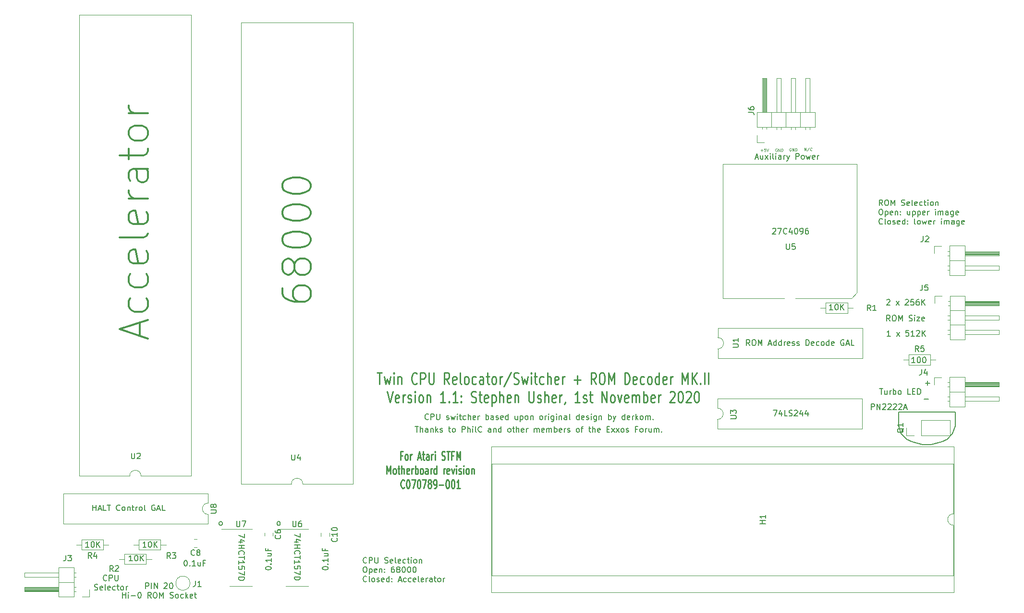
<source format=gbr>
%TF.GenerationSoftware,KiCad,Pcbnew,(5.1.7)-1*%
%TF.CreationDate,2020-11-02T22:58:22+00:00*%
%TF.ProjectId,STFM-TF536-Relocator+ROM-MkII,5354464d-2d54-4463-9533-362d52656c6f,rev?*%
%TF.SameCoordinates,Original*%
%TF.FileFunction,Legend,Top*%
%TF.FilePolarity,Positive*%
%FSLAX46Y46*%
G04 Gerber Fmt 4.6, Leading zero omitted, Abs format (unit mm)*
G04 Created by KiCad (PCBNEW (5.1.7)-1) date 2020-11-02 22:58:22*
%MOMM*%
%LPD*%
G01*
G04 APERTURE LIST*
%ADD10C,0.150000*%
%ADD11C,0.250000*%
%ADD12C,0.125000*%
%ADD13C,0.062500*%
%ADD14C,0.300000*%
%ADD15C,0.120000*%
G04 APERTURE END LIST*
D10*
X45132714Y-129326142D02*
X45085095Y-129373761D01*
X44942238Y-129421380D01*
X44847000Y-129421380D01*
X44704142Y-129373761D01*
X44608904Y-129278523D01*
X44561285Y-129183285D01*
X44513666Y-128992809D01*
X44513666Y-128849952D01*
X44561285Y-128659476D01*
X44608904Y-128564238D01*
X44704142Y-128469000D01*
X44847000Y-128421380D01*
X44942238Y-128421380D01*
X45085095Y-128469000D01*
X45132714Y-128516619D01*
X45561285Y-129421380D02*
X45561285Y-128421380D01*
X45942238Y-128421380D01*
X46037476Y-128469000D01*
X46085095Y-128516619D01*
X46132714Y-128611857D01*
X46132714Y-128754714D01*
X46085095Y-128849952D01*
X46037476Y-128897571D01*
X45942238Y-128945190D01*
X45561285Y-128945190D01*
X46561285Y-128421380D02*
X46561285Y-129230904D01*
X46608904Y-129326142D01*
X46656523Y-129373761D01*
X46751761Y-129421380D01*
X46942238Y-129421380D01*
X47037476Y-129373761D01*
X47085095Y-129326142D01*
X47132714Y-129230904D01*
X47132714Y-128421380D01*
X42966047Y-131023761D02*
X43108904Y-131071380D01*
X43347000Y-131071380D01*
X43442238Y-131023761D01*
X43489857Y-130976142D01*
X43537476Y-130880904D01*
X43537476Y-130785666D01*
X43489857Y-130690428D01*
X43442238Y-130642809D01*
X43347000Y-130595190D01*
X43156523Y-130547571D01*
X43061285Y-130499952D01*
X43013666Y-130452333D01*
X42966047Y-130357095D01*
X42966047Y-130261857D01*
X43013666Y-130166619D01*
X43061285Y-130119000D01*
X43156523Y-130071380D01*
X43394619Y-130071380D01*
X43537476Y-130119000D01*
X44347000Y-131023761D02*
X44251761Y-131071380D01*
X44061285Y-131071380D01*
X43966047Y-131023761D01*
X43918428Y-130928523D01*
X43918428Y-130547571D01*
X43966047Y-130452333D01*
X44061285Y-130404714D01*
X44251761Y-130404714D01*
X44347000Y-130452333D01*
X44394619Y-130547571D01*
X44394619Y-130642809D01*
X43918428Y-130738047D01*
X44966047Y-131071380D02*
X44870809Y-131023761D01*
X44823190Y-130928523D01*
X44823190Y-130071380D01*
X45727952Y-131023761D02*
X45632714Y-131071380D01*
X45442238Y-131071380D01*
X45347000Y-131023761D01*
X45299380Y-130928523D01*
X45299380Y-130547571D01*
X45347000Y-130452333D01*
X45442238Y-130404714D01*
X45632714Y-130404714D01*
X45727952Y-130452333D01*
X45775571Y-130547571D01*
X45775571Y-130642809D01*
X45299380Y-130738047D01*
X46632714Y-131023761D02*
X46537476Y-131071380D01*
X46347000Y-131071380D01*
X46251761Y-131023761D01*
X46204142Y-130976142D01*
X46156523Y-130880904D01*
X46156523Y-130595190D01*
X46204142Y-130499952D01*
X46251761Y-130452333D01*
X46347000Y-130404714D01*
X46537476Y-130404714D01*
X46632714Y-130452333D01*
X46918428Y-130404714D02*
X47299380Y-130404714D01*
X47061285Y-130071380D02*
X47061285Y-130928523D01*
X47108904Y-131023761D01*
X47204142Y-131071380D01*
X47299380Y-131071380D01*
X47775571Y-131071380D02*
X47680333Y-131023761D01*
X47632714Y-130976142D01*
X47585095Y-130880904D01*
X47585095Y-130595190D01*
X47632714Y-130499952D01*
X47680333Y-130452333D01*
X47775571Y-130404714D01*
X47918428Y-130404714D01*
X48013666Y-130452333D01*
X48061285Y-130499952D01*
X48108904Y-130595190D01*
X48108904Y-130880904D01*
X48061285Y-130976142D01*
X48013666Y-131023761D01*
X47918428Y-131071380D01*
X47775571Y-131071380D01*
X48537476Y-131071380D02*
X48537476Y-130404714D01*
X48537476Y-130595190D02*
X48585095Y-130499952D01*
X48632714Y-130452333D01*
X48727952Y-130404714D01*
X48823190Y-130404714D01*
D11*
X97219119Y-107311357D02*
X96885785Y-107311357D01*
X96885785Y-108097071D02*
X96885785Y-106597071D01*
X97361976Y-106597071D01*
X97885785Y-108097071D02*
X97790547Y-108025642D01*
X97742928Y-107954214D01*
X97695309Y-107811357D01*
X97695309Y-107382785D01*
X97742928Y-107239928D01*
X97790547Y-107168500D01*
X97885785Y-107097071D01*
X98028642Y-107097071D01*
X98123880Y-107168500D01*
X98171500Y-107239928D01*
X98219119Y-107382785D01*
X98219119Y-107811357D01*
X98171500Y-107954214D01*
X98123880Y-108025642D01*
X98028642Y-108097071D01*
X97885785Y-108097071D01*
X98647690Y-108097071D02*
X98647690Y-107097071D01*
X98647690Y-107382785D02*
X98695309Y-107239928D01*
X98742928Y-107168500D01*
X98838166Y-107097071D01*
X98933404Y-107097071D01*
X99981023Y-107668500D02*
X100457214Y-107668500D01*
X99885785Y-108097071D02*
X100219119Y-106597071D01*
X100552452Y-108097071D01*
X100742928Y-107097071D02*
X101123880Y-107097071D01*
X100885785Y-106597071D02*
X100885785Y-107882785D01*
X100933404Y-108025642D01*
X101028642Y-108097071D01*
X101123880Y-108097071D01*
X101885785Y-108097071D02*
X101885785Y-107311357D01*
X101838166Y-107168500D01*
X101742928Y-107097071D01*
X101552452Y-107097071D01*
X101457214Y-107168500D01*
X101885785Y-108025642D02*
X101790547Y-108097071D01*
X101552452Y-108097071D01*
X101457214Y-108025642D01*
X101409595Y-107882785D01*
X101409595Y-107739928D01*
X101457214Y-107597071D01*
X101552452Y-107525642D01*
X101790547Y-107525642D01*
X101885785Y-107454214D01*
X102361976Y-108097071D02*
X102361976Y-107097071D01*
X102361976Y-107382785D02*
X102409595Y-107239928D01*
X102457214Y-107168500D01*
X102552452Y-107097071D01*
X102647690Y-107097071D01*
X102981023Y-108097071D02*
X102981023Y-107097071D01*
X102981023Y-106597071D02*
X102933404Y-106668500D01*
X102981023Y-106739928D01*
X103028642Y-106668500D01*
X102981023Y-106597071D01*
X102981023Y-106739928D01*
X104171500Y-108025642D02*
X104314357Y-108097071D01*
X104552452Y-108097071D01*
X104647690Y-108025642D01*
X104695309Y-107954214D01*
X104742928Y-107811357D01*
X104742928Y-107668500D01*
X104695309Y-107525642D01*
X104647690Y-107454214D01*
X104552452Y-107382785D01*
X104361976Y-107311357D01*
X104266738Y-107239928D01*
X104219119Y-107168500D01*
X104171500Y-107025642D01*
X104171500Y-106882785D01*
X104219119Y-106739928D01*
X104266738Y-106668500D01*
X104361976Y-106597071D01*
X104600071Y-106597071D01*
X104742928Y-106668500D01*
X105028642Y-106597071D02*
X105600071Y-106597071D01*
X105314357Y-108097071D02*
X105314357Y-106597071D01*
X106266738Y-107311357D02*
X105933404Y-107311357D01*
X105933404Y-108097071D02*
X105933404Y-106597071D01*
X106409595Y-106597071D01*
X106790547Y-108097071D02*
X106790547Y-106597071D01*
X107123880Y-107668500D01*
X107457214Y-106597071D01*
X107457214Y-108097071D01*
X94504833Y-110597071D02*
X94504833Y-109097071D01*
X94838166Y-110168500D01*
X95171500Y-109097071D01*
X95171500Y-110597071D01*
X95790547Y-110597071D02*
X95695309Y-110525642D01*
X95647690Y-110454214D01*
X95600071Y-110311357D01*
X95600071Y-109882785D01*
X95647690Y-109739928D01*
X95695309Y-109668500D01*
X95790547Y-109597071D01*
X95933404Y-109597071D01*
X96028642Y-109668500D01*
X96076261Y-109739928D01*
X96123880Y-109882785D01*
X96123880Y-110311357D01*
X96076261Y-110454214D01*
X96028642Y-110525642D01*
X95933404Y-110597071D01*
X95790547Y-110597071D01*
X96409595Y-109597071D02*
X96790547Y-109597071D01*
X96552452Y-109097071D02*
X96552452Y-110382785D01*
X96600071Y-110525642D01*
X96695309Y-110597071D01*
X96790547Y-110597071D01*
X97123880Y-110597071D02*
X97123880Y-109097071D01*
X97552452Y-110597071D02*
X97552452Y-109811357D01*
X97504833Y-109668500D01*
X97409595Y-109597071D01*
X97266738Y-109597071D01*
X97171500Y-109668500D01*
X97123880Y-109739928D01*
X98409595Y-110525642D02*
X98314357Y-110597071D01*
X98123880Y-110597071D01*
X98028642Y-110525642D01*
X97981023Y-110382785D01*
X97981023Y-109811357D01*
X98028642Y-109668500D01*
X98123880Y-109597071D01*
X98314357Y-109597071D01*
X98409595Y-109668500D01*
X98457214Y-109811357D01*
X98457214Y-109954214D01*
X97981023Y-110097071D01*
X98885785Y-110597071D02*
X98885785Y-109597071D01*
X98885785Y-109882785D02*
X98933404Y-109739928D01*
X98981023Y-109668500D01*
X99076261Y-109597071D01*
X99171500Y-109597071D01*
X99504833Y-110597071D02*
X99504833Y-109097071D01*
X99504833Y-109668500D02*
X99600071Y-109597071D01*
X99790547Y-109597071D01*
X99885785Y-109668500D01*
X99933404Y-109739928D01*
X99981023Y-109882785D01*
X99981023Y-110311357D01*
X99933404Y-110454214D01*
X99885785Y-110525642D01*
X99790547Y-110597071D01*
X99600071Y-110597071D01*
X99504833Y-110525642D01*
X100552452Y-110597071D02*
X100457214Y-110525642D01*
X100409595Y-110454214D01*
X100361976Y-110311357D01*
X100361976Y-109882785D01*
X100409595Y-109739928D01*
X100457214Y-109668500D01*
X100552452Y-109597071D01*
X100695309Y-109597071D01*
X100790547Y-109668500D01*
X100838166Y-109739928D01*
X100885785Y-109882785D01*
X100885785Y-110311357D01*
X100838166Y-110454214D01*
X100790547Y-110525642D01*
X100695309Y-110597071D01*
X100552452Y-110597071D01*
X101742928Y-110597071D02*
X101742928Y-109811357D01*
X101695309Y-109668500D01*
X101600071Y-109597071D01*
X101409595Y-109597071D01*
X101314357Y-109668500D01*
X101742928Y-110525642D02*
X101647690Y-110597071D01*
X101409595Y-110597071D01*
X101314357Y-110525642D01*
X101266738Y-110382785D01*
X101266738Y-110239928D01*
X101314357Y-110097071D01*
X101409595Y-110025642D01*
X101647690Y-110025642D01*
X101742928Y-109954214D01*
X102219119Y-110597071D02*
X102219119Y-109597071D01*
X102219119Y-109882785D02*
X102266738Y-109739928D01*
X102314357Y-109668500D01*
X102409595Y-109597071D01*
X102504833Y-109597071D01*
X103266738Y-110597071D02*
X103266738Y-109097071D01*
X103266738Y-110525642D02*
X103171500Y-110597071D01*
X102981023Y-110597071D01*
X102885785Y-110525642D01*
X102838166Y-110454214D01*
X102790547Y-110311357D01*
X102790547Y-109882785D01*
X102838166Y-109739928D01*
X102885785Y-109668500D01*
X102981023Y-109597071D01*
X103171500Y-109597071D01*
X103266738Y-109668500D01*
X104504833Y-110597071D02*
X104504833Y-109597071D01*
X104504833Y-109882785D02*
X104552452Y-109739928D01*
X104600071Y-109668500D01*
X104695309Y-109597071D01*
X104790547Y-109597071D01*
X105504833Y-110525642D02*
X105409595Y-110597071D01*
X105219119Y-110597071D01*
X105123880Y-110525642D01*
X105076261Y-110382785D01*
X105076261Y-109811357D01*
X105123880Y-109668500D01*
X105219119Y-109597071D01*
X105409595Y-109597071D01*
X105504833Y-109668500D01*
X105552452Y-109811357D01*
X105552452Y-109954214D01*
X105076261Y-110097071D01*
X105885785Y-109597071D02*
X106123880Y-110597071D01*
X106361976Y-109597071D01*
X106742928Y-110597071D02*
X106742928Y-109597071D01*
X106742928Y-109097071D02*
X106695309Y-109168500D01*
X106742928Y-109239928D01*
X106790547Y-109168500D01*
X106742928Y-109097071D01*
X106742928Y-109239928D01*
X107171500Y-110525642D02*
X107266738Y-110597071D01*
X107457214Y-110597071D01*
X107552452Y-110525642D01*
X107600071Y-110382785D01*
X107600071Y-110311357D01*
X107552452Y-110168500D01*
X107457214Y-110097071D01*
X107314357Y-110097071D01*
X107219119Y-110025642D01*
X107171500Y-109882785D01*
X107171500Y-109811357D01*
X107219119Y-109668500D01*
X107314357Y-109597071D01*
X107457214Y-109597071D01*
X107552452Y-109668500D01*
X108028642Y-110597071D02*
X108028642Y-109597071D01*
X108028642Y-109097071D02*
X107981023Y-109168500D01*
X108028642Y-109239928D01*
X108076261Y-109168500D01*
X108028642Y-109097071D01*
X108028642Y-109239928D01*
X108647690Y-110597071D02*
X108552452Y-110525642D01*
X108504833Y-110454214D01*
X108457214Y-110311357D01*
X108457214Y-109882785D01*
X108504833Y-109739928D01*
X108552452Y-109668500D01*
X108647690Y-109597071D01*
X108790547Y-109597071D01*
X108885785Y-109668500D01*
X108933404Y-109739928D01*
X108981023Y-109882785D01*
X108981023Y-110311357D01*
X108933404Y-110454214D01*
X108885785Y-110525642D01*
X108790547Y-110597071D01*
X108647690Y-110597071D01*
X109409595Y-109597071D02*
X109409595Y-110597071D01*
X109409595Y-109739928D02*
X109457214Y-109668500D01*
X109552452Y-109597071D01*
X109695309Y-109597071D01*
X109790547Y-109668500D01*
X109838166Y-109811357D01*
X109838166Y-110597071D01*
X97576261Y-112954214D02*
X97528642Y-113025642D01*
X97385785Y-113097071D01*
X97290547Y-113097071D01*
X97147690Y-113025642D01*
X97052452Y-112882785D01*
X97004833Y-112739928D01*
X96957214Y-112454214D01*
X96957214Y-112239928D01*
X97004833Y-111954214D01*
X97052452Y-111811357D01*
X97147690Y-111668500D01*
X97290547Y-111597071D01*
X97385785Y-111597071D01*
X97528642Y-111668500D01*
X97576261Y-111739928D01*
X98195309Y-111597071D02*
X98290547Y-111597071D01*
X98385785Y-111668500D01*
X98433404Y-111739928D01*
X98481023Y-111882785D01*
X98528642Y-112168500D01*
X98528642Y-112525642D01*
X98481023Y-112811357D01*
X98433404Y-112954214D01*
X98385785Y-113025642D01*
X98290547Y-113097071D01*
X98195309Y-113097071D01*
X98100071Y-113025642D01*
X98052452Y-112954214D01*
X98004833Y-112811357D01*
X97957214Y-112525642D01*
X97957214Y-112168500D01*
X98004833Y-111882785D01*
X98052452Y-111739928D01*
X98100071Y-111668500D01*
X98195309Y-111597071D01*
X98861976Y-111597071D02*
X99528642Y-111597071D01*
X99100071Y-113097071D01*
X100100071Y-111597071D02*
X100195309Y-111597071D01*
X100290547Y-111668500D01*
X100338166Y-111739928D01*
X100385785Y-111882785D01*
X100433404Y-112168500D01*
X100433404Y-112525642D01*
X100385785Y-112811357D01*
X100338166Y-112954214D01*
X100290547Y-113025642D01*
X100195309Y-113097071D01*
X100100071Y-113097071D01*
X100004833Y-113025642D01*
X99957214Y-112954214D01*
X99909595Y-112811357D01*
X99861976Y-112525642D01*
X99861976Y-112168500D01*
X99909595Y-111882785D01*
X99957214Y-111739928D01*
X100004833Y-111668500D01*
X100100071Y-111597071D01*
X100766738Y-111597071D02*
X101433404Y-111597071D01*
X101004833Y-113097071D01*
X101957214Y-112239928D02*
X101861976Y-112168500D01*
X101814357Y-112097071D01*
X101766738Y-111954214D01*
X101766738Y-111882785D01*
X101814357Y-111739928D01*
X101861976Y-111668500D01*
X101957214Y-111597071D01*
X102147690Y-111597071D01*
X102242928Y-111668500D01*
X102290547Y-111739928D01*
X102338166Y-111882785D01*
X102338166Y-111954214D01*
X102290547Y-112097071D01*
X102242928Y-112168500D01*
X102147690Y-112239928D01*
X101957214Y-112239928D01*
X101861976Y-112311357D01*
X101814357Y-112382785D01*
X101766738Y-112525642D01*
X101766738Y-112811357D01*
X101814357Y-112954214D01*
X101861976Y-113025642D01*
X101957214Y-113097071D01*
X102147690Y-113097071D01*
X102242928Y-113025642D01*
X102290547Y-112954214D01*
X102338166Y-112811357D01*
X102338166Y-112525642D01*
X102290547Y-112382785D01*
X102242928Y-112311357D01*
X102147690Y-112239928D01*
X102814357Y-113097071D02*
X103004833Y-113097071D01*
X103100071Y-113025642D01*
X103147690Y-112954214D01*
X103242928Y-112739928D01*
X103290547Y-112454214D01*
X103290547Y-111882785D01*
X103242928Y-111739928D01*
X103195309Y-111668500D01*
X103100071Y-111597071D01*
X102909595Y-111597071D01*
X102814357Y-111668500D01*
X102766738Y-111739928D01*
X102719119Y-111882785D01*
X102719119Y-112239928D01*
X102766738Y-112382785D01*
X102814357Y-112454214D01*
X102909595Y-112525642D01*
X103100071Y-112525642D01*
X103195309Y-112454214D01*
X103242928Y-112382785D01*
X103290547Y-112239928D01*
X103719119Y-112525642D02*
X104481023Y-112525642D01*
X105147690Y-111597071D02*
X105242928Y-111597071D01*
X105338166Y-111668500D01*
X105385785Y-111739928D01*
X105433404Y-111882785D01*
X105481023Y-112168500D01*
X105481023Y-112525642D01*
X105433404Y-112811357D01*
X105385785Y-112954214D01*
X105338166Y-113025642D01*
X105242928Y-113097071D01*
X105147690Y-113097071D01*
X105052452Y-113025642D01*
X105004833Y-112954214D01*
X104957214Y-112811357D01*
X104909595Y-112525642D01*
X104909595Y-112168500D01*
X104957214Y-111882785D01*
X105004833Y-111739928D01*
X105052452Y-111668500D01*
X105147690Y-111597071D01*
X106100071Y-111597071D02*
X106195309Y-111597071D01*
X106290547Y-111668500D01*
X106338166Y-111739928D01*
X106385785Y-111882785D01*
X106433404Y-112168500D01*
X106433404Y-112525642D01*
X106385785Y-112811357D01*
X106338166Y-112954214D01*
X106290547Y-113025642D01*
X106195309Y-113097071D01*
X106100071Y-113097071D01*
X106004833Y-113025642D01*
X105957214Y-112954214D01*
X105909595Y-112811357D01*
X105861976Y-112525642D01*
X105861976Y-112168500D01*
X105909595Y-111882785D01*
X105957214Y-111739928D01*
X106004833Y-111668500D01*
X106100071Y-111597071D01*
X107385785Y-113097071D02*
X106814357Y-113097071D01*
X107100071Y-113097071D02*
X107100071Y-111597071D01*
X107004833Y-111811357D01*
X106909595Y-111954214D01*
X106814357Y-112025642D01*
D10*
X99499285Y-102195380D02*
X100070714Y-102195380D01*
X99785000Y-103195380D02*
X99785000Y-102195380D01*
X100404047Y-103195380D02*
X100404047Y-102195380D01*
X100832619Y-103195380D02*
X100832619Y-102671571D01*
X100785000Y-102576333D01*
X100689761Y-102528714D01*
X100546904Y-102528714D01*
X100451666Y-102576333D01*
X100404047Y-102623952D01*
X101737380Y-103195380D02*
X101737380Y-102671571D01*
X101689761Y-102576333D01*
X101594523Y-102528714D01*
X101404047Y-102528714D01*
X101308809Y-102576333D01*
X101737380Y-103147761D02*
X101642142Y-103195380D01*
X101404047Y-103195380D01*
X101308809Y-103147761D01*
X101261190Y-103052523D01*
X101261190Y-102957285D01*
X101308809Y-102862047D01*
X101404047Y-102814428D01*
X101642142Y-102814428D01*
X101737380Y-102766809D01*
X102213571Y-102528714D02*
X102213571Y-103195380D01*
X102213571Y-102623952D02*
X102261190Y-102576333D01*
X102356428Y-102528714D01*
X102499285Y-102528714D01*
X102594523Y-102576333D01*
X102642142Y-102671571D01*
X102642142Y-103195380D01*
X103118333Y-103195380D02*
X103118333Y-102195380D01*
X103213571Y-102814428D02*
X103499285Y-103195380D01*
X103499285Y-102528714D02*
X103118333Y-102909666D01*
X103880238Y-103147761D02*
X103975476Y-103195380D01*
X104165952Y-103195380D01*
X104261190Y-103147761D01*
X104308809Y-103052523D01*
X104308809Y-103004904D01*
X104261190Y-102909666D01*
X104165952Y-102862047D01*
X104023095Y-102862047D01*
X103927857Y-102814428D01*
X103880238Y-102719190D01*
X103880238Y-102671571D01*
X103927857Y-102576333D01*
X104023095Y-102528714D01*
X104165952Y-102528714D01*
X104261190Y-102576333D01*
X105356428Y-102528714D02*
X105737380Y-102528714D01*
X105499285Y-102195380D02*
X105499285Y-103052523D01*
X105546904Y-103147761D01*
X105642142Y-103195380D01*
X105737380Y-103195380D01*
X106213571Y-103195380D02*
X106118333Y-103147761D01*
X106070714Y-103100142D01*
X106023095Y-103004904D01*
X106023095Y-102719190D01*
X106070714Y-102623952D01*
X106118333Y-102576333D01*
X106213571Y-102528714D01*
X106356428Y-102528714D01*
X106451666Y-102576333D01*
X106499285Y-102623952D01*
X106546904Y-102719190D01*
X106546904Y-103004904D01*
X106499285Y-103100142D01*
X106451666Y-103147761D01*
X106356428Y-103195380D01*
X106213571Y-103195380D01*
X107737380Y-103195380D02*
X107737380Y-102195380D01*
X108118333Y-102195380D01*
X108213571Y-102243000D01*
X108261190Y-102290619D01*
X108308809Y-102385857D01*
X108308809Y-102528714D01*
X108261190Y-102623952D01*
X108213571Y-102671571D01*
X108118333Y-102719190D01*
X107737380Y-102719190D01*
X108737380Y-103195380D02*
X108737380Y-102195380D01*
X109165952Y-103195380D02*
X109165952Y-102671571D01*
X109118333Y-102576333D01*
X109023095Y-102528714D01*
X108880238Y-102528714D01*
X108785000Y-102576333D01*
X108737380Y-102623952D01*
X109642142Y-103195380D02*
X109642142Y-102528714D01*
X109642142Y-102195380D02*
X109594523Y-102243000D01*
X109642142Y-102290619D01*
X109689761Y-102243000D01*
X109642142Y-102195380D01*
X109642142Y-102290619D01*
X110261190Y-103195380D02*
X110165952Y-103147761D01*
X110118333Y-103052523D01*
X110118333Y-102195380D01*
X111213571Y-103100142D02*
X111165952Y-103147761D01*
X111023095Y-103195380D01*
X110927857Y-103195380D01*
X110785000Y-103147761D01*
X110689761Y-103052523D01*
X110642142Y-102957285D01*
X110594523Y-102766809D01*
X110594523Y-102623952D01*
X110642142Y-102433476D01*
X110689761Y-102338238D01*
X110785000Y-102243000D01*
X110927857Y-102195380D01*
X111023095Y-102195380D01*
X111165952Y-102243000D01*
X111213571Y-102290619D01*
X112832619Y-103195380D02*
X112832619Y-102671571D01*
X112785000Y-102576333D01*
X112689761Y-102528714D01*
X112499285Y-102528714D01*
X112404047Y-102576333D01*
X112832619Y-103147761D02*
X112737380Y-103195380D01*
X112499285Y-103195380D01*
X112404047Y-103147761D01*
X112356428Y-103052523D01*
X112356428Y-102957285D01*
X112404047Y-102862047D01*
X112499285Y-102814428D01*
X112737380Y-102814428D01*
X112832619Y-102766809D01*
X113308809Y-102528714D02*
X113308809Y-103195380D01*
X113308809Y-102623952D02*
X113356428Y-102576333D01*
X113451666Y-102528714D01*
X113594523Y-102528714D01*
X113689761Y-102576333D01*
X113737380Y-102671571D01*
X113737380Y-103195380D01*
X114642142Y-103195380D02*
X114642142Y-102195380D01*
X114642142Y-103147761D02*
X114546904Y-103195380D01*
X114356428Y-103195380D01*
X114261190Y-103147761D01*
X114213571Y-103100142D01*
X114165952Y-103004904D01*
X114165952Y-102719190D01*
X114213571Y-102623952D01*
X114261190Y-102576333D01*
X114356428Y-102528714D01*
X114546904Y-102528714D01*
X114642142Y-102576333D01*
X116023095Y-103195380D02*
X115927857Y-103147761D01*
X115880238Y-103100142D01*
X115832619Y-103004904D01*
X115832619Y-102719190D01*
X115880238Y-102623952D01*
X115927857Y-102576333D01*
X116023095Y-102528714D01*
X116165952Y-102528714D01*
X116261190Y-102576333D01*
X116308809Y-102623952D01*
X116356428Y-102719190D01*
X116356428Y-103004904D01*
X116308809Y-103100142D01*
X116261190Y-103147761D01*
X116165952Y-103195380D01*
X116023095Y-103195380D01*
X116642142Y-102528714D02*
X117023095Y-102528714D01*
X116785000Y-102195380D02*
X116785000Y-103052523D01*
X116832619Y-103147761D01*
X116927857Y-103195380D01*
X117023095Y-103195380D01*
X117356428Y-103195380D02*
X117356428Y-102195380D01*
X117785000Y-103195380D02*
X117785000Y-102671571D01*
X117737380Y-102576333D01*
X117642142Y-102528714D01*
X117499285Y-102528714D01*
X117404047Y-102576333D01*
X117356428Y-102623952D01*
X118642142Y-103147761D02*
X118546904Y-103195380D01*
X118356428Y-103195380D01*
X118261190Y-103147761D01*
X118213571Y-103052523D01*
X118213571Y-102671571D01*
X118261190Y-102576333D01*
X118356428Y-102528714D01*
X118546904Y-102528714D01*
X118642142Y-102576333D01*
X118689761Y-102671571D01*
X118689761Y-102766809D01*
X118213571Y-102862047D01*
X119118333Y-103195380D02*
X119118333Y-102528714D01*
X119118333Y-102719190D02*
X119165952Y-102623952D01*
X119213571Y-102576333D01*
X119308809Y-102528714D01*
X119404047Y-102528714D01*
X120499285Y-103195380D02*
X120499285Y-102528714D01*
X120499285Y-102623952D02*
X120546904Y-102576333D01*
X120642142Y-102528714D01*
X120784999Y-102528714D01*
X120880238Y-102576333D01*
X120927857Y-102671571D01*
X120927857Y-103195380D01*
X120927857Y-102671571D02*
X120975476Y-102576333D01*
X121070714Y-102528714D01*
X121213571Y-102528714D01*
X121308809Y-102576333D01*
X121356428Y-102671571D01*
X121356428Y-103195380D01*
X122213571Y-103147761D02*
X122118333Y-103195380D01*
X121927857Y-103195380D01*
X121832619Y-103147761D01*
X121784999Y-103052523D01*
X121784999Y-102671571D01*
X121832619Y-102576333D01*
X121927857Y-102528714D01*
X122118333Y-102528714D01*
X122213571Y-102576333D01*
X122261190Y-102671571D01*
X122261190Y-102766809D01*
X121784999Y-102862047D01*
X122689761Y-103195380D02*
X122689761Y-102528714D01*
X122689761Y-102623952D02*
X122737380Y-102576333D01*
X122832619Y-102528714D01*
X122975476Y-102528714D01*
X123070714Y-102576333D01*
X123118333Y-102671571D01*
X123118333Y-103195380D01*
X123118333Y-102671571D02*
X123165952Y-102576333D01*
X123261190Y-102528714D01*
X123404047Y-102528714D01*
X123499285Y-102576333D01*
X123546904Y-102671571D01*
X123546904Y-103195380D01*
X124023095Y-103195380D02*
X124023095Y-102195380D01*
X124023095Y-102576333D02*
X124118333Y-102528714D01*
X124308809Y-102528714D01*
X124404047Y-102576333D01*
X124451666Y-102623952D01*
X124499285Y-102719190D01*
X124499285Y-103004904D01*
X124451666Y-103100142D01*
X124404047Y-103147761D01*
X124308809Y-103195380D01*
X124118333Y-103195380D01*
X124023095Y-103147761D01*
X125308809Y-103147761D02*
X125213571Y-103195380D01*
X125023095Y-103195380D01*
X124927857Y-103147761D01*
X124880238Y-103052523D01*
X124880238Y-102671571D01*
X124927857Y-102576333D01*
X125023095Y-102528714D01*
X125213571Y-102528714D01*
X125308809Y-102576333D01*
X125356428Y-102671571D01*
X125356428Y-102766809D01*
X124880238Y-102862047D01*
X125784999Y-103195380D02*
X125784999Y-102528714D01*
X125784999Y-102719190D02*
X125832619Y-102623952D01*
X125880238Y-102576333D01*
X125975476Y-102528714D01*
X126070714Y-102528714D01*
X126356428Y-103147761D02*
X126451666Y-103195380D01*
X126642142Y-103195380D01*
X126737380Y-103147761D01*
X126784999Y-103052523D01*
X126784999Y-103004904D01*
X126737380Y-102909666D01*
X126642142Y-102862047D01*
X126499285Y-102862047D01*
X126404047Y-102814428D01*
X126356428Y-102719190D01*
X126356428Y-102671571D01*
X126404047Y-102576333D01*
X126499285Y-102528714D01*
X126642142Y-102528714D01*
X126737380Y-102576333D01*
X128118333Y-103195380D02*
X128023095Y-103147761D01*
X127975476Y-103100142D01*
X127927857Y-103004904D01*
X127927857Y-102719190D01*
X127975476Y-102623952D01*
X128023095Y-102576333D01*
X128118333Y-102528714D01*
X128261190Y-102528714D01*
X128356428Y-102576333D01*
X128404047Y-102623952D01*
X128451666Y-102719190D01*
X128451666Y-103004904D01*
X128404047Y-103100142D01*
X128356428Y-103147761D01*
X128261190Y-103195380D01*
X128118333Y-103195380D01*
X128737380Y-102528714D02*
X129118333Y-102528714D01*
X128880238Y-103195380D02*
X128880238Y-102338238D01*
X128927857Y-102243000D01*
X129023095Y-102195380D01*
X129118333Y-102195380D01*
X130070714Y-102528714D02*
X130451666Y-102528714D01*
X130213571Y-102195380D02*
X130213571Y-103052523D01*
X130261190Y-103147761D01*
X130356428Y-103195380D01*
X130451666Y-103195380D01*
X130784999Y-103195380D02*
X130784999Y-102195380D01*
X131213571Y-103195380D02*
X131213571Y-102671571D01*
X131165952Y-102576333D01*
X131070714Y-102528714D01*
X130927857Y-102528714D01*
X130832619Y-102576333D01*
X130784999Y-102623952D01*
X132070714Y-103147761D02*
X131975476Y-103195380D01*
X131784999Y-103195380D01*
X131689761Y-103147761D01*
X131642142Y-103052523D01*
X131642142Y-102671571D01*
X131689761Y-102576333D01*
X131784999Y-102528714D01*
X131975476Y-102528714D01*
X132070714Y-102576333D01*
X132118333Y-102671571D01*
X132118333Y-102766809D01*
X131642142Y-102862047D01*
X133308809Y-102671571D02*
X133642142Y-102671571D01*
X133784999Y-103195380D02*
X133308809Y-103195380D01*
X133308809Y-102195380D01*
X133784999Y-102195380D01*
X134118333Y-103195380D02*
X134642142Y-102528714D01*
X134118333Y-102528714D02*
X134642142Y-103195380D01*
X134927857Y-103195380D02*
X135451666Y-102528714D01*
X134927857Y-102528714D02*
X135451666Y-103195380D01*
X135975476Y-103195380D02*
X135880238Y-103147761D01*
X135832619Y-103100142D01*
X135784999Y-103004904D01*
X135784999Y-102719190D01*
X135832619Y-102623952D01*
X135880238Y-102576333D01*
X135975476Y-102528714D01*
X136118333Y-102528714D01*
X136213571Y-102576333D01*
X136261190Y-102623952D01*
X136308809Y-102719190D01*
X136308809Y-103004904D01*
X136261190Y-103100142D01*
X136213571Y-103147761D01*
X136118333Y-103195380D01*
X135975476Y-103195380D01*
X136689761Y-103147761D02*
X136784999Y-103195380D01*
X136975476Y-103195380D01*
X137070714Y-103147761D01*
X137118333Y-103052523D01*
X137118333Y-103004904D01*
X137070714Y-102909666D01*
X136975476Y-102862047D01*
X136832619Y-102862047D01*
X136737380Y-102814428D01*
X136689761Y-102719190D01*
X136689761Y-102671571D01*
X136737380Y-102576333D01*
X136832619Y-102528714D01*
X136975476Y-102528714D01*
X137070714Y-102576333D01*
X138642142Y-102671571D02*
X138308809Y-102671571D01*
X138308809Y-103195380D02*
X138308809Y-102195380D01*
X138784999Y-102195380D01*
X139308809Y-103195380D02*
X139213571Y-103147761D01*
X139165952Y-103100142D01*
X139118333Y-103004904D01*
X139118333Y-102719190D01*
X139165952Y-102623952D01*
X139213571Y-102576333D01*
X139308809Y-102528714D01*
X139451666Y-102528714D01*
X139546904Y-102576333D01*
X139594523Y-102623952D01*
X139642142Y-102719190D01*
X139642142Y-103004904D01*
X139594523Y-103100142D01*
X139546904Y-103147761D01*
X139451666Y-103195380D01*
X139308809Y-103195380D01*
X140070714Y-103195380D02*
X140070714Y-102528714D01*
X140070714Y-102719190D02*
X140118333Y-102623952D01*
X140165952Y-102576333D01*
X140261190Y-102528714D01*
X140356428Y-102528714D01*
X141118333Y-102528714D02*
X141118333Y-103195380D01*
X140689761Y-102528714D02*
X140689761Y-103052523D01*
X140737380Y-103147761D01*
X140832619Y-103195380D01*
X140975476Y-103195380D01*
X141070714Y-103147761D01*
X141118333Y-103100142D01*
X141594523Y-103195380D02*
X141594523Y-102528714D01*
X141594523Y-102623952D02*
X141642142Y-102576333D01*
X141737380Y-102528714D01*
X141880238Y-102528714D01*
X141975476Y-102576333D01*
X142023095Y-102671571D01*
X142023095Y-103195380D01*
X142023095Y-102671571D02*
X142070714Y-102576333D01*
X142165952Y-102528714D01*
X142308809Y-102528714D01*
X142404047Y-102576333D01*
X142451666Y-102671571D01*
X142451666Y-103195380D01*
X142927857Y-103100142D02*
X142975476Y-103147761D01*
X142927857Y-103195380D01*
X142880238Y-103147761D01*
X142927857Y-103100142D01*
X142927857Y-103195380D01*
D12*
X168128238Y-53502690D02*
X168128238Y-53002690D01*
X168413952Y-53502690D01*
X168413952Y-53002690D01*
X169009190Y-52978880D02*
X168580619Y-53621738D01*
X169461571Y-53455071D02*
X169437761Y-53478880D01*
X169366333Y-53502690D01*
X169318714Y-53502690D01*
X169247285Y-53478880D01*
X169199666Y-53431261D01*
X169175857Y-53383642D01*
X169152047Y-53288404D01*
X169152047Y-53216976D01*
X169175857Y-53121738D01*
X169199666Y-53074119D01*
X169247285Y-53026500D01*
X169318714Y-53002690D01*
X169366333Y-53002690D01*
X169437761Y-53026500D01*
X169461571Y-53050309D01*
D13*
X165735047Y-53090000D02*
X165687428Y-53066190D01*
X165616000Y-53066190D01*
X165544571Y-53090000D01*
X165496952Y-53137619D01*
X165473142Y-53185238D01*
X165449333Y-53280476D01*
X165449333Y-53351904D01*
X165473142Y-53447142D01*
X165496952Y-53494761D01*
X165544571Y-53542380D01*
X165616000Y-53566190D01*
X165663619Y-53566190D01*
X165735047Y-53542380D01*
X165758857Y-53518571D01*
X165758857Y-53351904D01*
X165663619Y-53351904D01*
X165973142Y-53566190D02*
X165973142Y-53066190D01*
X166258857Y-53566190D01*
X166258857Y-53066190D01*
X166496952Y-53566190D02*
X166496952Y-53066190D01*
X166616000Y-53066190D01*
X166687428Y-53090000D01*
X166735047Y-53137619D01*
X166758857Y-53185238D01*
X166782666Y-53280476D01*
X166782666Y-53351904D01*
X166758857Y-53447142D01*
X166735047Y-53494761D01*
X166687428Y-53542380D01*
X166616000Y-53566190D01*
X166496952Y-53566190D01*
X163258547Y-53153500D02*
X163210928Y-53129690D01*
X163139500Y-53129690D01*
X163068071Y-53153500D01*
X163020452Y-53201119D01*
X162996642Y-53248738D01*
X162972833Y-53343976D01*
X162972833Y-53415404D01*
X162996642Y-53510642D01*
X163020452Y-53558261D01*
X163068071Y-53605880D01*
X163139500Y-53629690D01*
X163187119Y-53629690D01*
X163258547Y-53605880D01*
X163282357Y-53582071D01*
X163282357Y-53415404D01*
X163187119Y-53415404D01*
X163496642Y-53629690D02*
X163496642Y-53129690D01*
X163782357Y-53629690D01*
X163782357Y-53129690D01*
X164020452Y-53629690D02*
X164020452Y-53129690D01*
X164139500Y-53129690D01*
X164210928Y-53153500D01*
X164258547Y-53201119D01*
X164282357Y-53248738D01*
X164306166Y-53343976D01*
X164306166Y-53415404D01*
X164282357Y-53510642D01*
X164258547Y-53558261D01*
X164210928Y-53605880D01*
X164139500Y-53629690D01*
X164020452Y-53629690D01*
D12*
X160393142Y-53439214D02*
X160774095Y-53439214D01*
X160583619Y-53629690D02*
X160583619Y-53248738D01*
X161250285Y-53129690D02*
X161012190Y-53129690D01*
X160988380Y-53367785D01*
X161012190Y-53343976D01*
X161059809Y-53320166D01*
X161178857Y-53320166D01*
X161226476Y-53343976D01*
X161250285Y-53367785D01*
X161274095Y-53415404D01*
X161274095Y-53534452D01*
X161250285Y-53582071D01*
X161226476Y-53605880D01*
X161178857Y-53629690D01*
X161059809Y-53629690D01*
X161012190Y-53605880D01*
X160988380Y-53582071D01*
X161416952Y-53129690D02*
X161583619Y-53629690D01*
X161750285Y-53129690D01*
D10*
X181348523Y-95527880D02*
X181919952Y-95527880D01*
X181634238Y-96527880D02*
X181634238Y-95527880D01*
X182681857Y-95861214D02*
X182681857Y-96527880D01*
X182253285Y-95861214D02*
X182253285Y-96385023D01*
X182300904Y-96480261D01*
X182396142Y-96527880D01*
X182539000Y-96527880D01*
X182634238Y-96480261D01*
X182681857Y-96432642D01*
X183158047Y-96527880D02*
X183158047Y-95861214D01*
X183158047Y-96051690D02*
X183205666Y-95956452D01*
X183253285Y-95908833D01*
X183348523Y-95861214D01*
X183443761Y-95861214D01*
X183777095Y-96527880D02*
X183777095Y-95527880D01*
X183777095Y-95908833D02*
X183872333Y-95861214D01*
X184062809Y-95861214D01*
X184158047Y-95908833D01*
X184205666Y-95956452D01*
X184253285Y-96051690D01*
X184253285Y-96337404D01*
X184205666Y-96432642D01*
X184158047Y-96480261D01*
X184062809Y-96527880D01*
X183872333Y-96527880D01*
X183777095Y-96480261D01*
X184824714Y-96527880D02*
X184729476Y-96480261D01*
X184681857Y-96432642D01*
X184634238Y-96337404D01*
X184634238Y-96051690D01*
X184681857Y-95956452D01*
X184729476Y-95908833D01*
X184824714Y-95861214D01*
X184967571Y-95861214D01*
X185062809Y-95908833D01*
X185110428Y-95956452D01*
X185158047Y-96051690D01*
X185158047Y-96337404D01*
X185110428Y-96432642D01*
X185062809Y-96480261D01*
X184967571Y-96527880D01*
X184824714Y-96527880D01*
X186824714Y-96527880D02*
X186348523Y-96527880D01*
X186348523Y-95527880D01*
X187158047Y-96004071D02*
X187491380Y-96004071D01*
X187634238Y-96527880D02*
X187158047Y-96527880D01*
X187158047Y-95527880D01*
X187634238Y-95527880D01*
X188062809Y-96527880D02*
X188062809Y-95527880D01*
X188300904Y-95527880D01*
X188443761Y-95575500D01*
X188539000Y-95670738D01*
X188586619Y-95765976D01*
X188634238Y-95956452D01*
X188634238Y-96099309D01*
X188586619Y-96289785D01*
X188539000Y-96385023D01*
X188443761Y-96480261D01*
X188300904Y-96527880D01*
X188062809Y-96527880D01*
X189230047Y-97353428D02*
X189991952Y-97353428D01*
X189420547Y-94559428D02*
X190182452Y-94559428D01*
X189801500Y-94940380D02*
X189801500Y-94178476D01*
X173109023Y-81605380D02*
X172537595Y-81605380D01*
X172823309Y-81605380D02*
X172823309Y-80605380D01*
X172728071Y-80748238D01*
X172632833Y-80843476D01*
X172537595Y-80891095D01*
X173728071Y-80605380D02*
X173823309Y-80605380D01*
X173918547Y-80653000D01*
X173966166Y-80700619D01*
X174013785Y-80795857D01*
X174061404Y-80986333D01*
X174061404Y-81224428D01*
X174013785Y-81414904D01*
X173966166Y-81510142D01*
X173918547Y-81557761D01*
X173823309Y-81605380D01*
X173728071Y-81605380D01*
X173632833Y-81557761D01*
X173585214Y-81510142D01*
X173537595Y-81414904D01*
X173489976Y-81224428D01*
X173489976Y-80986333D01*
X173537595Y-80795857D01*
X173585214Y-80700619D01*
X173632833Y-80653000D01*
X173728071Y-80605380D01*
X174489976Y-81605380D02*
X174489976Y-80605380D01*
X175061404Y-81605380D02*
X174632833Y-81033952D01*
X175061404Y-80605380D02*
X174489976Y-81176809D01*
X184706190Y-99679452D02*
X194706190Y-99679452D01*
X194706190Y-102060404D01*
X194230000Y-103488976D01*
X193277619Y-104441357D01*
X192325238Y-104917547D01*
X190420476Y-105393738D01*
X188991904Y-105393738D01*
X187087142Y-104917547D01*
X186134761Y-104441357D01*
X185182380Y-103488976D01*
X184706190Y-102060404D01*
X184706190Y-99679452D01*
X179887952Y-99194880D02*
X179887952Y-98194880D01*
X180268904Y-98194880D01*
X180364142Y-98242500D01*
X180411761Y-98290119D01*
X180459380Y-98385357D01*
X180459380Y-98528214D01*
X180411761Y-98623452D01*
X180364142Y-98671071D01*
X180268904Y-98718690D01*
X179887952Y-98718690D01*
X180887952Y-99194880D02*
X180887952Y-98194880D01*
X181459380Y-99194880D01*
X181459380Y-98194880D01*
X181887952Y-98290119D02*
X181935571Y-98242500D01*
X182030809Y-98194880D01*
X182268904Y-98194880D01*
X182364142Y-98242500D01*
X182411761Y-98290119D01*
X182459380Y-98385357D01*
X182459380Y-98480595D01*
X182411761Y-98623452D01*
X181840333Y-99194880D01*
X182459380Y-99194880D01*
X182840333Y-98290119D02*
X182887952Y-98242500D01*
X182983190Y-98194880D01*
X183221285Y-98194880D01*
X183316523Y-98242500D01*
X183364142Y-98290119D01*
X183411761Y-98385357D01*
X183411761Y-98480595D01*
X183364142Y-98623452D01*
X182792714Y-99194880D01*
X183411761Y-99194880D01*
X183792714Y-98290119D02*
X183840333Y-98242500D01*
X183935571Y-98194880D01*
X184173666Y-98194880D01*
X184268904Y-98242500D01*
X184316523Y-98290119D01*
X184364142Y-98385357D01*
X184364142Y-98480595D01*
X184316523Y-98623452D01*
X183745095Y-99194880D01*
X184364142Y-99194880D01*
X184745095Y-98290119D02*
X184792714Y-98242500D01*
X184887952Y-98194880D01*
X185126047Y-98194880D01*
X185221285Y-98242500D01*
X185268904Y-98290119D01*
X185316523Y-98385357D01*
X185316523Y-98480595D01*
X185268904Y-98623452D01*
X184697476Y-99194880D01*
X185316523Y-99194880D01*
X185697476Y-98909166D02*
X186173666Y-98909166D01*
X185602238Y-99194880D02*
X185935571Y-98194880D01*
X186268904Y-99194880D01*
X187610833Y-90939880D02*
X187039404Y-90939880D01*
X187325119Y-90939880D02*
X187325119Y-89939880D01*
X187229880Y-90082738D01*
X187134642Y-90177976D01*
X187039404Y-90225595D01*
X188229880Y-89939880D02*
X188325119Y-89939880D01*
X188420357Y-89987500D01*
X188467976Y-90035119D01*
X188515595Y-90130357D01*
X188563214Y-90320833D01*
X188563214Y-90558928D01*
X188515595Y-90749404D01*
X188467976Y-90844642D01*
X188420357Y-90892261D01*
X188325119Y-90939880D01*
X188229880Y-90939880D01*
X188134642Y-90892261D01*
X188087023Y-90844642D01*
X188039404Y-90749404D01*
X187991785Y-90558928D01*
X187991785Y-90320833D01*
X188039404Y-90130357D01*
X188087023Y-90035119D01*
X188134642Y-89987500D01*
X188229880Y-89939880D01*
X189182261Y-89939880D02*
X189277500Y-89939880D01*
X189372738Y-89987500D01*
X189420357Y-90035119D01*
X189467976Y-90130357D01*
X189515595Y-90320833D01*
X189515595Y-90558928D01*
X189467976Y-90749404D01*
X189420357Y-90844642D01*
X189372738Y-90892261D01*
X189277500Y-90939880D01*
X189182261Y-90939880D01*
X189087023Y-90892261D01*
X189039404Y-90844642D01*
X188991785Y-90749404D01*
X188944166Y-90558928D01*
X188944166Y-90320833D01*
X188991785Y-90130357D01*
X189039404Y-90035119D01*
X189087023Y-89987500D01*
X189182261Y-89939880D01*
X49665023Y-125928380D02*
X49093595Y-125928380D01*
X49379309Y-125928380D02*
X49379309Y-124928380D01*
X49284071Y-125071238D01*
X49188833Y-125166476D01*
X49093595Y-125214095D01*
X50284071Y-124928380D02*
X50379309Y-124928380D01*
X50474547Y-124976000D01*
X50522166Y-125023619D01*
X50569785Y-125118857D01*
X50617404Y-125309333D01*
X50617404Y-125547428D01*
X50569785Y-125737904D01*
X50522166Y-125833142D01*
X50474547Y-125880761D01*
X50379309Y-125928380D01*
X50284071Y-125928380D01*
X50188833Y-125880761D01*
X50141214Y-125833142D01*
X50093595Y-125737904D01*
X50045976Y-125547428D01*
X50045976Y-125309333D01*
X50093595Y-125118857D01*
X50141214Y-125023619D01*
X50188833Y-124976000D01*
X50284071Y-124928380D01*
X51045976Y-125928380D02*
X51045976Y-124928380D01*
X51617404Y-125928380D02*
X51188833Y-125356952D01*
X51617404Y-124928380D02*
X51045976Y-125499809D01*
X52078023Y-123515380D02*
X51506595Y-123515380D01*
X51792309Y-123515380D02*
X51792309Y-122515380D01*
X51697071Y-122658238D01*
X51601833Y-122753476D01*
X51506595Y-122801095D01*
X52697071Y-122515380D02*
X52792309Y-122515380D01*
X52887547Y-122563000D01*
X52935166Y-122610619D01*
X52982785Y-122705857D01*
X53030404Y-122896333D01*
X53030404Y-123134428D01*
X52982785Y-123324904D01*
X52935166Y-123420142D01*
X52887547Y-123467761D01*
X52792309Y-123515380D01*
X52697071Y-123515380D01*
X52601833Y-123467761D01*
X52554214Y-123420142D01*
X52506595Y-123324904D01*
X52458976Y-123134428D01*
X52458976Y-122896333D01*
X52506595Y-122705857D01*
X52554214Y-122610619D01*
X52601833Y-122563000D01*
X52697071Y-122515380D01*
X53458976Y-123515380D02*
X53458976Y-122515380D01*
X54030404Y-123515380D02*
X53601833Y-122943952D01*
X54030404Y-122515380D02*
X53458976Y-123086809D01*
X41981523Y-123515380D02*
X41410095Y-123515380D01*
X41695809Y-123515380D02*
X41695809Y-122515380D01*
X41600571Y-122658238D01*
X41505333Y-122753476D01*
X41410095Y-122801095D01*
X42600571Y-122515380D02*
X42695809Y-122515380D01*
X42791047Y-122563000D01*
X42838666Y-122610619D01*
X42886285Y-122705857D01*
X42933904Y-122896333D01*
X42933904Y-123134428D01*
X42886285Y-123324904D01*
X42838666Y-123420142D01*
X42791047Y-123467761D01*
X42695809Y-123515380D01*
X42600571Y-123515380D01*
X42505333Y-123467761D01*
X42457714Y-123420142D01*
X42410095Y-123324904D01*
X42362476Y-123134428D01*
X42362476Y-122896333D01*
X42410095Y-122705857D01*
X42457714Y-122610619D01*
X42505333Y-122563000D01*
X42600571Y-122515380D01*
X43362476Y-123515380D02*
X43362476Y-122515380D01*
X43933904Y-123515380D02*
X43505333Y-122943952D01*
X43933904Y-122515380D02*
X43362476Y-123086809D01*
X58999642Y-125817380D02*
X59094880Y-125817380D01*
X59190119Y-125865000D01*
X59237738Y-125912619D01*
X59285357Y-126007857D01*
X59332976Y-126198333D01*
X59332976Y-126436428D01*
X59285357Y-126626904D01*
X59237738Y-126722142D01*
X59190119Y-126769761D01*
X59094880Y-126817380D01*
X58999642Y-126817380D01*
X58904404Y-126769761D01*
X58856785Y-126722142D01*
X58809166Y-126626904D01*
X58761547Y-126436428D01*
X58761547Y-126198333D01*
X58809166Y-126007857D01*
X58856785Y-125912619D01*
X58904404Y-125865000D01*
X58999642Y-125817380D01*
X59761547Y-126722142D02*
X59809166Y-126769761D01*
X59761547Y-126817380D01*
X59713928Y-126769761D01*
X59761547Y-126722142D01*
X59761547Y-126817380D01*
X60761547Y-126817380D02*
X60190119Y-126817380D01*
X60475833Y-126817380D02*
X60475833Y-125817380D01*
X60380595Y-125960238D01*
X60285357Y-126055476D01*
X60190119Y-126103095D01*
X61618690Y-126150714D02*
X61618690Y-126817380D01*
X61190119Y-126150714D02*
X61190119Y-126674523D01*
X61237738Y-126769761D01*
X61332976Y-126817380D01*
X61475833Y-126817380D01*
X61571071Y-126769761D01*
X61618690Y-126722142D01*
X62428214Y-126293571D02*
X62094880Y-126293571D01*
X62094880Y-126817380D02*
X62094880Y-125817380D01*
X62571071Y-125817380D01*
X83145380Y-127245857D02*
X83145380Y-127150619D01*
X83193000Y-127055380D01*
X83240619Y-127007761D01*
X83335857Y-126960142D01*
X83526333Y-126912523D01*
X83764428Y-126912523D01*
X83954904Y-126960142D01*
X84050142Y-127007761D01*
X84097761Y-127055380D01*
X84145380Y-127150619D01*
X84145380Y-127245857D01*
X84097761Y-127341095D01*
X84050142Y-127388714D01*
X83954904Y-127436333D01*
X83764428Y-127483952D01*
X83526333Y-127483952D01*
X83335857Y-127436333D01*
X83240619Y-127388714D01*
X83193000Y-127341095D01*
X83145380Y-127245857D01*
X84050142Y-126483952D02*
X84097761Y-126436333D01*
X84145380Y-126483952D01*
X84097761Y-126531571D01*
X84050142Y-126483952D01*
X84145380Y-126483952D01*
X84145380Y-125483952D02*
X84145380Y-126055380D01*
X84145380Y-125769666D02*
X83145380Y-125769666D01*
X83288238Y-125864904D01*
X83383476Y-125960142D01*
X83431095Y-126055380D01*
X83478714Y-124626809D02*
X84145380Y-124626809D01*
X83478714Y-125055380D02*
X84002523Y-125055380D01*
X84097761Y-125007761D01*
X84145380Y-124912523D01*
X84145380Y-124769666D01*
X84097761Y-124674428D01*
X84050142Y-124626809D01*
X83621571Y-123817285D02*
X83621571Y-124150619D01*
X84145380Y-124150619D02*
X83145380Y-124150619D01*
X83145380Y-123674428D01*
X73112380Y-127245857D02*
X73112380Y-127150619D01*
X73160000Y-127055380D01*
X73207619Y-127007761D01*
X73302857Y-126960142D01*
X73493333Y-126912523D01*
X73731428Y-126912523D01*
X73921904Y-126960142D01*
X74017142Y-127007761D01*
X74064761Y-127055380D01*
X74112380Y-127150619D01*
X74112380Y-127245857D01*
X74064761Y-127341095D01*
X74017142Y-127388714D01*
X73921904Y-127436333D01*
X73731428Y-127483952D01*
X73493333Y-127483952D01*
X73302857Y-127436333D01*
X73207619Y-127388714D01*
X73160000Y-127341095D01*
X73112380Y-127245857D01*
X74017142Y-126483952D02*
X74064761Y-126436333D01*
X74112380Y-126483952D01*
X74064761Y-126531571D01*
X74017142Y-126483952D01*
X74112380Y-126483952D01*
X74112380Y-125483952D02*
X74112380Y-126055380D01*
X74112380Y-125769666D02*
X73112380Y-125769666D01*
X73255238Y-125864904D01*
X73350476Y-125960142D01*
X73398095Y-126055380D01*
X73445714Y-124626809D02*
X74112380Y-124626809D01*
X73445714Y-125055380D02*
X73969523Y-125055380D01*
X74064761Y-125007761D01*
X74112380Y-124912523D01*
X74112380Y-124769666D01*
X74064761Y-124674428D01*
X74017142Y-124626809D01*
X73588571Y-123817285D02*
X73588571Y-124150619D01*
X74112380Y-124150619D02*
X73112380Y-124150619D01*
X73112380Y-123674428D01*
X159465071Y-54713166D02*
X159941261Y-54713166D01*
X159369833Y-54998880D02*
X159703166Y-53998880D01*
X160036500Y-54998880D01*
X160798404Y-54332214D02*
X160798404Y-54998880D01*
X160369833Y-54332214D02*
X160369833Y-54856023D01*
X160417452Y-54951261D01*
X160512690Y-54998880D01*
X160655547Y-54998880D01*
X160750785Y-54951261D01*
X160798404Y-54903642D01*
X161179357Y-54998880D02*
X161703166Y-54332214D01*
X161179357Y-54332214D02*
X161703166Y-54998880D01*
X162084119Y-54998880D02*
X162084119Y-54332214D01*
X162084119Y-53998880D02*
X162036500Y-54046500D01*
X162084119Y-54094119D01*
X162131738Y-54046500D01*
X162084119Y-53998880D01*
X162084119Y-54094119D01*
X162703166Y-54998880D02*
X162607928Y-54951261D01*
X162560309Y-54856023D01*
X162560309Y-53998880D01*
X163084119Y-54998880D02*
X163084119Y-54332214D01*
X163084119Y-53998880D02*
X163036500Y-54046500D01*
X163084119Y-54094119D01*
X163131738Y-54046500D01*
X163084119Y-53998880D01*
X163084119Y-54094119D01*
X163988880Y-54998880D02*
X163988880Y-54475071D01*
X163941261Y-54379833D01*
X163846023Y-54332214D01*
X163655547Y-54332214D01*
X163560309Y-54379833D01*
X163988880Y-54951261D02*
X163893642Y-54998880D01*
X163655547Y-54998880D01*
X163560309Y-54951261D01*
X163512690Y-54856023D01*
X163512690Y-54760785D01*
X163560309Y-54665547D01*
X163655547Y-54617928D01*
X163893642Y-54617928D01*
X163988880Y-54570309D01*
X164465071Y-54998880D02*
X164465071Y-54332214D01*
X164465071Y-54522690D02*
X164512690Y-54427452D01*
X164560309Y-54379833D01*
X164655547Y-54332214D01*
X164750785Y-54332214D01*
X164988880Y-54332214D02*
X165226976Y-54998880D01*
X165465071Y-54332214D02*
X165226976Y-54998880D01*
X165131738Y-55236976D01*
X165084119Y-55284595D01*
X164988880Y-55332214D01*
X166607928Y-54998880D02*
X166607928Y-53998880D01*
X166988880Y-53998880D01*
X167084119Y-54046500D01*
X167131738Y-54094119D01*
X167179357Y-54189357D01*
X167179357Y-54332214D01*
X167131738Y-54427452D01*
X167084119Y-54475071D01*
X166988880Y-54522690D01*
X166607928Y-54522690D01*
X167750785Y-54998880D02*
X167655547Y-54951261D01*
X167607928Y-54903642D01*
X167560309Y-54808404D01*
X167560309Y-54522690D01*
X167607928Y-54427452D01*
X167655547Y-54379833D01*
X167750785Y-54332214D01*
X167893642Y-54332214D01*
X167988880Y-54379833D01*
X168036500Y-54427452D01*
X168084119Y-54522690D01*
X168084119Y-54808404D01*
X168036500Y-54903642D01*
X167988880Y-54951261D01*
X167893642Y-54998880D01*
X167750785Y-54998880D01*
X168417452Y-54332214D02*
X168607928Y-54998880D01*
X168798404Y-54522690D01*
X168988880Y-54998880D01*
X169179357Y-54332214D01*
X169941261Y-54951261D02*
X169846023Y-54998880D01*
X169655547Y-54998880D01*
X169560309Y-54951261D01*
X169512690Y-54856023D01*
X169512690Y-54475071D01*
X169560309Y-54379833D01*
X169655547Y-54332214D01*
X169846023Y-54332214D01*
X169941261Y-54379833D01*
X169988880Y-54475071D01*
X169988880Y-54570309D01*
X169512690Y-54665547D01*
X170417452Y-54998880D02*
X170417452Y-54332214D01*
X170417452Y-54522690D02*
X170465071Y-54427452D01*
X170512690Y-54379833D01*
X170607928Y-54332214D01*
X170703166Y-54332214D01*
X42648976Y-117038380D02*
X42648976Y-116038380D01*
X42648976Y-116514571D02*
X43220404Y-116514571D01*
X43220404Y-117038380D02*
X43220404Y-116038380D01*
X43648976Y-116752666D02*
X44125166Y-116752666D01*
X43553738Y-117038380D02*
X43887071Y-116038380D01*
X44220404Y-117038380D01*
X45029928Y-117038380D02*
X44553738Y-117038380D01*
X44553738Y-116038380D01*
X45220404Y-116038380D02*
X45791833Y-116038380D01*
X45506119Y-117038380D02*
X45506119Y-116038380D01*
X47458500Y-116943142D02*
X47410880Y-116990761D01*
X47268023Y-117038380D01*
X47172785Y-117038380D01*
X47029928Y-116990761D01*
X46934690Y-116895523D01*
X46887071Y-116800285D01*
X46839452Y-116609809D01*
X46839452Y-116466952D01*
X46887071Y-116276476D01*
X46934690Y-116181238D01*
X47029928Y-116086000D01*
X47172785Y-116038380D01*
X47268023Y-116038380D01*
X47410880Y-116086000D01*
X47458500Y-116133619D01*
X48029928Y-117038380D02*
X47934690Y-116990761D01*
X47887071Y-116943142D01*
X47839452Y-116847904D01*
X47839452Y-116562190D01*
X47887071Y-116466952D01*
X47934690Y-116419333D01*
X48029928Y-116371714D01*
X48172785Y-116371714D01*
X48268023Y-116419333D01*
X48315642Y-116466952D01*
X48363261Y-116562190D01*
X48363261Y-116847904D01*
X48315642Y-116943142D01*
X48268023Y-116990761D01*
X48172785Y-117038380D01*
X48029928Y-117038380D01*
X48791833Y-116371714D02*
X48791833Y-117038380D01*
X48791833Y-116466952D02*
X48839452Y-116419333D01*
X48934690Y-116371714D01*
X49077547Y-116371714D01*
X49172785Y-116419333D01*
X49220404Y-116514571D01*
X49220404Y-117038380D01*
X49553738Y-116371714D02*
X49934690Y-116371714D01*
X49696595Y-116038380D02*
X49696595Y-116895523D01*
X49744214Y-116990761D01*
X49839452Y-117038380D01*
X49934690Y-117038380D01*
X50268023Y-117038380D02*
X50268023Y-116371714D01*
X50268023Y-116562190D02*
X50315642Y-116466952D01*
X50363261Y-116419333D01*
X50458500Y-116371714D01*
X50553738Y-116371714D01*
X51029928Y-117038380D02*
X50934690Y-116990761D01*
X50887071Y-116943142D01*
X50839452Y-116847904D01*
X50839452Y-116562190D01*
X50887071Y-116466952D01*
X50934690Y-116419333D01*
X51029928Y-116371714D01*
X51172785Y-116371714D01*
X51268023Y-116419333D01*
X51315642Y-116466952D01*
X51363261Y-116562190D01*
X51363261Y-116847904D01*
X51315642Y-116943142D01*
X51268023Y-116990761D01*
X51172785Y-117038380D01*
X51029928Y-117038380D01*
X51934690Y-117038380D02*
X51839452Y-116990761D01*
X51791833Y-116895523D01*
X51791833Y-116038380D01*
X53601357Y-116086000D02*
X53506119Y-116038380D01*
X53363261Y-116038380D01*
X53220404Y-116086000D01*
X53125166Y-116181238D01*
X53077547Y-116276476D01*
X53029928Y-116466952D01*
X53029928Y-116609809D01*
X53077547Y-116800285D01*
X53125166Y-116895523D01*
X53220404Y-116990761D01*
X53363261Y-117038380D01*
X53458500Y-117038380D01*
X53601357Y-116990761D01*
X53648976Y-116943142D01*
X53648976Y-116609809D01*
X53458500Y-116609809D01*
X54029928Y-116752666D02*
X54506119Y-116752666D01*
X53934690Y-117038380D02*
X54268023Y-116038380D01*
X54601357Y-117038380D01*
X55410880Y-117038380D02*
X54934690Y-117038380D01*
X54934690Y-116038380D01*
X79224119Y-121079142D02*
X79224119Y-121745809D01*
X78224119Y-121317238D01*
X78890785Y-122555333D02*
X78224119Y-122555333D01*
X79271738Y-122317238D02*
X78557452Y-122079142D01*
X78557452Y-122698190D01*
X78224119Y-123079142D02*
X79224119Y-123079142D01*
X78747928Y-123079142D02*
X78747928Y-123650571D01*
X78224119Y-123650571D02*
X79224119Y-123650571D01*
X78319357Y-124698190D02*
X78271738Y-124650571D01*
X78224119Y-124507714D01*
X78224119Y-124412476D01*
X78271738Y-124269619D01*
X78366976Y-124174380D01*
X78462214Y-124126761D01*
X78652690Y-124079142D01*
X78795547Y-124079142D01*
X78986023Y-124126761D01*
X79081261Y-124174380D01*
X79176500Y-124269619D01*
X79224119Y-124412476D01*
X79224119Y-124507714D01*
X79176500Y-124650571D01*
X79128880Y-124698190D01*
X79224119Y-124983904D02*
X79224119Y-125555333D01*
X78224119Y-125269619D02*
X79224119Y-125269619D01*
X78224119Y-126412476D02*
X78224119Y-125841047D01*
X78224119Y-126126761D02*
X79224119Y-126126761D01*
X79081261Y-126031523D01*
X78986023Y-125936285D01*
X78938404Y-125841047D01*
X79224119Y-127317238D02*
X79224119Y-126841047D01*
X78747928Y-126793428D01*
X78795547Y-126841047D01*
X78843166Y-126936285D01*
X78843166Y-127174380D01*
X78795547Y-127269619D01*
X78747928Y-127317238D01*
X78652690Y-127364857D01*
X78414595Y-127364857D01*
X78319357Y-127317238D01*
X78271738Y-127269619D01*
X78224119Y-127174380D01*
X78224119Y-126936285D01*
X78271738Y-126841047D01*
X78319357Y-126793428D01*
X79224119Y-127698190D02*
X79224119Y-128364857D01*
X78224119Y-127936285D01*
X78224119Y-128745809D02*
X79224119Y-128745809D01*
X79224119Y-128983904D01*
X79176500Y-129126761D01*
X79081261Y-129222000D01*
X78986023Y-129269619D01*
X78795547Y-129317238D01*
X78652690Y-129317238D01*
X78462214Y-129269619D01*
X78366976Y-129222000D01*
X78271738Y-129126761D01*
X78224119Y-128983904D01*
X78224119Y-128745809D01*
X69381619Y-121142642D02*
X69381619Y-121809309D01*
X68381619Y-121380738D01*
X69048285Y-122618833D02*
X68381619Y-122618833D01*
X69429238Y-122380738D02*
X68714952Y-122142642D01*
X68714952Y-122761690D01*
X68381619Y-123142642D02*
X69381619Y-123142642D01*
X68905428Y-123142642D02*
X68905428Y-123714071D01*
X68381619Y-123714071D02*
X69381619Y-123714071D01*
X68476857Y-124761690D02*
X68429238Y-124714071D01*
X68381619Y-124571214D01*
X68381619Y-124475976D01*
X68429238Y-124333119D01*
X68524476Y-124237880D01*
X68619714Y-124190261D01*
X68810190Y-124142642D01*
X68953047Y-124142642D01*
X69143523Y-124190261D01*
X69238761Y-124237880D01*
X69334000Y-124333119D01*
X69381619Y-124475976D01*
X69381619Y-124571214D01*
X69334000Y-124714071D01*
X69286380Y-124761690D01*
X69381619Y-125047404D02*
X69381619Y-125618833D01*
X68381619Y-125333119D02*
X69381619Y-125333119D01*
X68381619Y-126475976D02*
X68381619Y-125904547D01*
X68381619Y-126190261D02*
X69381619Y-126190261D01*
X69238761Y-126095023D01*
X69143523Y-125999785D01*
X69095904Y-125904547D01*
X69381619Y-127380738D02*
X69381619Y-126904547D01*
X68905428Y-126856928D01*
X68953047Y-126904547D01*
X69000666Y-126999785D01*
X69000666Y-127237880D01*
X68953047Y-127333119D01*
X68905428Y-127380738D01*
X68810190Y-127428357D01*
X68572095Y-127428357D01*
X68476857Y-127380738D01*
X68429238Y-127333119D01*
X68381619Y-127237880D01*
X68381619Y-126999785D01*
X68429238Y-126904547D01*
X68476857Y-126856928D01*
X69381619Y-127761690D02*
X69381619Y-128428357D01*
X68381619Y-127999785D01*
X68381619Y-128809309D02*
X69381619Y-128809309D01*
X69381619Y-129047404D01*
X69334000Y-129190261D01*
X69238761Y-129285500D01*
X69143523Y-129333119D01*
X68953047Y-129380738D01*
X68810190Y-129380738D01*
X68619714Y-129333119D01*
X68524476Y-129285500D01*
X68429238Y-129190261D01*
X68381619Y-129047404D01*
X68381619Y-128809309D01*
X101824690Y-100877642D02*
X101777071Y-100925261D01*
X101634214Y-100972880D01*
X101538976Y-100972880D01*
X101396119Y-100925261D01*
X101300880Y-100830023D01*
X101253261Y-100734785D01*
X101205642Y-100544309D01*
X101205642Y-100401452D01*
X101253261Y-100210976D01*
X101300880Y-100115738D01*
X101396119Y-100020500D01*
X101538976Y-99972880D01*
X101634214Y-99972880D01*
X101777071Y-100020500D01*
X101824690Y-100068119D01*
X102253261Y-100972880D02*
X102253261Y-99972880D01*
X102634214Y-99972880D01*
X102729452Y-100020500D01*
X102777071Y-100068119D01*
X102824690Y-100163357D01*
X102824690Y-100306214D01*
X102777071Y-100401452D01*
X102729452Y-100449071D01*
X102634214Y-100496690D01*
X102253261Y-100496690D01*
X103253261Y-99972880D02*
X103253261Y-100782404D01*
X103300880Y-100877642D01*
X103348500Y-100925261D01*
X103443738Y-100972880D01*
X103634214Y-100972880D01*
X103729452Y-100925261D01*
X103777071Y-100877642D01*
X103824690Y-100782404D01*
X103824690Y-99972880D01*
X105015166Y-100925261D02*
X105110404Y-100972880D01*
X105300880Y-100972880D01*
X105396119Y-100925261D01*
X105443738Y-100830023D01*
X105443738Y-100782404D01*
X105396119Y-100687166D01*
X105300880Y-100639547D01*
X105158023Y-100639547D01*
X105062785Y-100591928D01*
X105015166Y-100496690D01*
X105015166Y-100449071D01*
X105062785Y-100353833D01*
X105158023Y-100306214D01*
X105300880Y-100306214D01*
X105396119Y-100353833D01*
X105777071Y-100306214D02*
X105967547Y-100972880D01*
X106158023Y-100496690D01*
X106348500Y-100972880D01*
X106538976Y-100306214D01*
X106919928Y-100972880D02*
X106919928Y-100306214D01*
X106919928Y-99972880D02*
X106872309Y-100020500D01*
X106919928Y-100068119D01*
X106967547Y-100020500D01*
X106919928Y-99972880D01*
X106919928Y-100068119D01*
X107253261Y-100306214D02*
X107634214Y-100306214D01*
X107396119Y-99972880D02*
X107396119Y-100830023D01*
X107443738Y-100925261D01*
X107538976Y-100972880D01*
X107634214Y-100972880D01*
X108396119Y-100925261D02*
X108300880Y-100972880D01*
X108110404Y-100972880D01*
X108015166Y-100925261D01*
X107967547Y-100877642D01*
X107919928Y-100782404D01*
X107919928Y-100496690D01*
X107967547Y-100401452D01*
X108015166Y-100353833D01*
X108110404Y-100306214D01*
X108300880Y-100306214D01*
X108396119Y-100353833D01*
X108824690Y-100972880D02*
X108824690Y-99972880D01*
X109253261Y-100972880D02*
X109253261Y-100449071D01*
X109205642Y-100353833D01*
X109110404Y-100306214D01*
X108967547Y-100306214D01*
X108872309Y-100353833D01*
X108824690Y-100401452D01*
X110110404Y-100925261D02*
X110015166Y-100972880D01*
X109824690Y-100972880D01*
X109729452Y-100925261D01*
X109681833Y-100830023D01*
X109681833Y-100449071D01*
X109729452Y-100353833D01*
X109824690Y-100306214D01*
X110015166Y-100306214D01*
X110110404Y-100353833D01*
X110158023Y-100449071D01*
X110158023Y-100544309D01*
X109681833Y-100639547D01*
X110586595Y-100972880D02*
X110586595Y-100306214D01*
X110586595Y-100496690D02*
X110634214Y-100401452D01*
X110681833Y-100353833D01*
X110777071Y-100306214D01*
X110872309Y-100306214D01*
X111967547Y-100972880D02*
X111967547Y-99972880D01*
X111967547Y-100353833D02*
X112062785Y-100306214D01*
X112253261Y-100306214D01*
X112348500Y-100353833D01*
X112396119Y-100401452D01*
X112443738Y-100496690D01*
X112443738Y-100782404D01*
X112396119Y-100877642D01*
X112348500Y-100925261D01*
X112253261Y-100972880D01*
X112062785Y-100972880D01*
X111967547Y-100925261D01*
X113300880Y-100972880D02*
X113300880Y-100449071D01*
X113253261Y-100353833D01*
X113158023Y-100306214D01*
X112967547Y-100306214D01*
X112872309Y-100353833D01*
X113300880Y-100925261D02*
X113205642Y-100972880D01*
X112967547Y-100972880D01*
X112872309Y-100925261D01*
X112824690Y-100830023D01*
X112824690Y-100734785D01*
X112872309Y-100639547D01*
X112967547Y-100591928D01*
X113205642Y-100591928D01*
X113300880Y-100544309D01*
X113729452Y-100925261D02*
X113824690Y-100972880D01*
X114015166Y-100972880D01*
X114110404Y-100925261D01*
X114158023Y-100830023D01*
X114158023Y-100782404D01*
X114110404Y-100687166D01*
X114015166Y-100639547D01*
X113872309Y-100639547D01*
X113777071Y-100591928D01*
X113729452Y-100496690D01*
X113729452Y-100449071D01*
X113777071Y-100353833D01*
X113872309Y-100306214D01*
X114015166Y-100306214D01*
X114110404Y-100353833D01*
X114967547Y-100925261D02*
X114872309Y-100972880D01*
X114681833Y-100972880D01*
X114586595Y-100925261D01*
X114538976Y-100830023D01*
X114538976Y-100449071D01*
X114586595Y-100353833D01*
X114681833Y-100306214D01*
X114872309Y-100306214D01*
X114967547Y-100353833D01*
X115015166Y-100449071D01*
X115015166Y-100544309D01*
X114538976Y-100639547D01*
X115872309Y-100972880D02*
X115872309Y-99972880D01*
X115872309Y-100925261D02*
X115777071Y-100972880D01*
X115586595Y-100972880D01*
X115491357Y-100925261D01*
X115443738Y-100877642D01*
X115396119Y-100782404D01*
X115396119Y-100496690D01*
X115443738Y-100401452D01*
X115491357Y-100353833D01*
X115586595Y-100306214D01*
X115777071Y-100306214D01*
X115872309Y-100353833D01*
X117538976Y-100306214D02*
X117538976Y-100972880D01*
X117110404Y-100306214D02*
X117110404Y-100830023D01*
X117158023Y-100925261D01*
X117253261Y-100972880D01*
X117396119Y-100972880D01*
X117491357Y-100925261D01*
X117538976Y-100877642D01*
X118015166Y-100306214D02*
X118015166Y-101306214D01*
X118015166Y-100353833D02*
X118110404Y-100306214D01*
X118300880Y-100306214D01*
X118396119Y-100353833D01*
X118443738Y-100401452D01*
X118491357Y-100496690D01*
X118491357Y-100782404D01*
X118443738Y-100877642D01*
X118396119Y-100925261D01*
X118300880Y-100972880D01*
X118110404Y-100972880D01*
X118015166Y-100925261D01*
X119062785Y-100972880D02*
X118967547Y-100925261D01*
X118919928Y-100877642D01*
X118872309Y-100782404D01*
X118872309Y-100496690D01*
X118919928Y-100401452D01*
X118967547Y-100353833D01*
X119062785Y-100306214D01*
X119205642Y-100306214D01*
X119300880Y-100353833D01*
X119348500Y-100401452D01*
X119396119Y-100496690D01*
X119396119Y-100782404D01*
X119348500Y-100877642D01*
X119300880Y-100925261D01*
X119205642Y-100972880D01*
X119062785Y-100972880D01*
X119824690Y-100306214D02*
X119824690Y-100972880D01*
X119824690Y-100401452D02*
X119872309Y-100353833D01*
X119967547Y-100306214D01*
X120110404Y-100306214D01*
X120205642Y-100353833D01*
X120253261Y-100449071D01*
X120253261Y-100972880D01*
X121634214Y-100972880D02*
X121538976Y-100925261D01*
X121491357Y-100877642D01*
X121443738Y-100782404D01*
X121443738Y-100496690D01*
X121491357Y-100401452D01*
X121538976Y-100353833D01*
X121634214Y-100306214D01*
X121777071Y-100306214D01*
X121872309Y-100353833D01*
X121919928Y-100401452D01*
X121967547Y-100496690D01*
X121967547Y-100782404D01*
X121919928Y-100877642D01*
X121872309Y-100925261D01*
X121777071Y-100972880D01*
X121634214Y-100972880D01*
X122396119Y-100972880D02*
X122396119Y-100306214D01*
X122396119Y-100496690D02*
X122443738Y-100401452D01*
X122491357Y-100353833D01*
X122586595Y-100306214D01*
X122681833Y-100306214D01*
X123015166Y-100972880D02*
X123015166Y-100306214D01*
X123015166Y-99972880D02*
X122967547Y-100020500D01*
X123015166Y-100068119D01*
X123062785Y-100020500D01*
X123015166Y-99972880D01*
X123015166Y-100068119D01*
X123919928Y-100306214D02*
X123919928Y-101115738D01*
X123872309Y-101210976D01*
X123824690Y-101258595D01*
X123729452Y-101306214D01*
X123586595Y-101306214D01*
X123491357Y-101258595D01*
X123919928Y-100925261D02*
X123824690Y-100972880D01*
X123634214Y-100972880D01*
X123538976Y-100925261D01*
X123491357Y-100877642D01*
X123443738Y-100782404D01*
X123443738Y-100496690D01*
X123491357Y-100401452D01*
X123538976Y-100353833D01*
X123634214Y-100306214D01*
X123824690Y-100306214D01*
X123919928Y-100353833D01*
X124396119Y-100972880D02*
X124396119Y-100306214D01*
X124396119Y-99972880D02*
X124348500Y-100020500D01*
X124396119Y-100068119D01*
X124443738Y-100020500D01*
X124396119Y-99972880D01*
X124396119Y-100068119D01*
X124872309Y-100306214D02*
X124872309Y-100972880D01*
X124872309Y-100401452D02*
X124919928Y-100353833D01*
X125015166Y-100306214D01*
X125158023Y-100306214D01*
X125253261Y-100353833D01*
X125300880Y-100449071D01*
X125300880Y-100972880D01*
X126205642Y-100972880D02*
X126205642Y-100449071D01*
X126158023Y-100353833D01*
X126062785Y-100306214D01*
X125872309Y-100306214D01*
X125777071Y-100353833D01*
X126205642Y-100925261D02*
X126110404Y-100972880D01*
X125872309Y-100972880D01*
X125777071Y-100925261D01*
X125729452Y-100830023D01*
X125729452Y-100734785D01*
X125777071Y-100639547D01*
X125872309Y-100591928D01*
X126110404Y-100591928D01*
X126205642Y-100544309D01*
X126824690Y-100972880D02*
X126729452Y-100925261D01*
X126681833Y-100830023D01*
X126681833Y-99972880D01*
X128396119Y-100972880D02*
X128396119Y-99972880D01*
X128396119Y-100925261D02*
X128300880Y-100972880D01*
X128110404Y-100972880D01*
X128015166Y-100925261D01*
X127967547Y-100877642D01*
X127919928Y-100782404D01*
X127919928Y-100496690D01*
X127967547Y-100401452D01*
X128015166Y-100353833D01*
X128110404Y-100306214D01*
X128300880Y-100306214D01*
X128396119Y-100353833D01*
X129253261Y-100925261D02*
X129158023Y-100972880D01*
X128967547Y-100972880D01*
X128872309Y-100925261D01*
X128824690Y-100830023D01*
X128824690Y-100449071D01*
X128872309Y-100353833D01*
X128967547Y-100306214D01*
X129158023Y-100306214D01*
X129253261Y-100353833D01*
X129300880Y-100449071D01*
X129300880Y-100544309D01*
X128824690Y-100639547D01*
X129681833Y-100925261D02*
X129777071Y-100972880D01*
X129967547Y-100972880D01*
X130062785Y-100925261D01*
X130110404Y-100830023D01*
X130110404Y-100782404D01*
X130062785Y-100687166D01*
X129967547Y-100639547D01*
X129824690Y-100639547D01*
X129729452Y-100591928D01*
X129681833Y-100496690D01*
X129681833Y-100449071D01*
X129729452Y-100353833D01*
X129824690Y-100306214D01*
X129967547Y-100306214D01*
X130062785Y-100353833D01*
X130538976Y-100972880D02*
X130538976Y-100306214D01*
X130538976Y-99972880D02*
X130491357Y-100020500D01*
X130538976Y-100068119D01*
X130586595Y-100020500D01*
X130538976Y-99972880D01*
X130538976Y-100068119D01*
X131443738Y-100306214D02*
X131443738Y-101115738D01*
X131396119Y-101210976D01*
X131348500Y-101258595D01*
X131253261Y-101306214D01*
X131110404Y-101306214D01*
X131015166Y-101258595D01*
X131443738Y-100925261D02*
X131348500Y-100972880D01*
X131158023Y-100972880D01*
X131062785Y-100925261D01*
X131015166Y-100877642D01*
X130967547Y-100782404D01*
X130967547Y-100496690D01*
X131015166Y-100401452D01*
X131062785Y-100353833D01*
X131158023Y-100306214D01*
X131348500Y-100306214D01*
X131443738Y-100353833D01*
X131919928Y-100306214D02*
X131919928Y-100972880D01*
X131919928Y-100401452D02*
X131967547Y-100353833D01*
X132062785Y-100306214D01*
X132205642Y-100306214D01*
X132300880Y-100353833D01*
X132348500Y-100449071D01*
X132348500Y-100972880D01*
X133586595Y-100972880D02*
X133586595Y-99972880D01*
X133586595Y-100353833D02*
X133681833Y-100306214D01*
X133872309Y-100306214D01*
X133967547Y-100353833D01*
X134015166Y-100401452D01*
X134062785Y-100496690D01*
X134062785Y-100782404D01*
X134015166Y-100877642D01*
X133967547Y-100925261D01*
X133872309Y-100972880D01*
X133681833Y-100972880D01*
X133586595Y-100925261D01*
X134396119Y-100306214D02*
X134634214Y-100972880D01*
X134872309Y-100306214D02*
X134634214Y-100972880D01*
X134538976Y-101210976D01*
X134491357Y-101258595D01*
X134396119Y-101306214D01*
X136443738Y-100972880D02*
X136443738Y-99972880D01*
X136443738Y-100925261D02*
X136348500Y-100972880D01*
X136158023Y-100972880D01*
X136062785Y-100925261D01*
X136015166Y-100877642D01*
X135967547Y-100782404D01*
X135967547Y-100496690D01*
X136015166Y-100401452D01*
X136062785Y-100353833D01*
X136158023Y-100306214D01*
X136348500Y-100306214D01*
X136443738Y-100353833D01*
X137300880Y-100925261D02*
X137205642Y-100972880D01*
X137015166Y-100972880D01*
X136919928Y-100925261D01*
X136872309Y-100830023D01*
X136872309Y-100449071D01*
X136919928Y-100353833D01*
X137015166Y-100306214D01*
X137205642Y-100306214D01*
X137300880Y-100353833D01*
X137348500Y-100449071D01*
X137348500Y-100544309D01*
X136872309Y-100639547D01*
X137777071Y-100972880D02*
X137777071Y-100306214D01*
X137777071Y-100496690D02*
X137824690Y-100401452D01*
X137872309Y-100353833D01*
X137967547Y-100306214D01*
X138062785Y-100306214D01*
X138396119Y-100972880D02*
X138396119Y-99972880D01*
X138491357Y-100591928D02*
X138777071Y-100972880D01*
X138777071Y-100306214D02*
X138396119Y-100687166D01*
X139348500Y-100972880D02*
X139253261Y-100925261D01*
X139205642Y-100877642D01*
X139158023Y-100782404D01*
X139158023Y-100496690D01*
X139205642Y-100401452D01*
X139253261Y-100353833D01*
X139348500Y-100306214D01*
X139491357Y-100306214D01*
X139586595Y-100353833D01*
X139634214Y-100401452D01*
X139681833Y-100496690D01*
X139681833Y-100782404D01*
X139634214Y-100877642D01*
X139586595Y-100925261D01*
X139491357Y-100972880D01*
X139348500Y-100972880D01*
X140110404Y-100972880D02*
X140110404Y-100306214D01*
X140110404Y-100401452D02*
X140158023Y-100353833D01*
X140253261Y-100306214D01*
X140396119Y-100306214D01*
X140491357Y-100353833D01*
X140538976Y-100449071D01*
X140538976Y-100972880D01*
X140538976Y-100449071D02*
X140586595Y-100353833D01*
X140681833Y-100306214D01*
X140824690Y-100306214D01*
X140919928Y-100353833D01*
X140967547Y-100449071D01*
X140967547Y-100972880D01*
X141443738Y-100877642D02*
X141491357Y-100925261D01*
X141443738Y-100972880D01*
X141396119Y-100925261D01*
X141443738Y-100877642D01*
X141443738Y-100972880D01*
D11*
X92789071Y-92720261D02*
X93646214Y-92720261D01*
X93217642Y-94720261D02*
X93217642Y-92720261D01*
X94003357Y-93386928D02*
X94289071Y-94720261D01*
X94574785Y-93767880D01*
X94860500Y-94720261D01*
X95146214Y-93386928D01*
X95717642Y-94720261D02*
X95717642Y-93386928D01*
X95717642Y-92720261D02*
X95646214Y-92815500D01*
X95717642Y-92910738D01*
X95789071Y-92815500D01*
X95717642Y-92720261D01*
X95717642Y-92910738D01*
X96431928Y-93386928D02*
X96431928Y-94720261D01*
X96431928Y-93577404D02*
X96503357Y-93482166D01*
X96646214Y-93386928D01*
X96860500Y-93386928D01*
X97003357Y-93482166D01*
X97074785Y-93672642D01*
X97074785Y-94720261D01*
X99789071Y-94529785D02*
X99717642Y-94625023D01*
X99503357Y-94720261D01*
X99360500Y-94720261D01*
X99146214Y-94625023D01*
X99003357Y-94434547D01*
X98931928Y-94244071D01*
X98860500Y-93863119D01*
X98860500Y-93577404D01*
X98931928Y-93196452D01*
X99003357Y-93005976D01*
X99146214Y-92815500D01*
X99360500Y-92720261D01*
X99503357Y-92720261D01*
X99717642Y-92815500D01*
X99789071Y-92910738D01*
X100431928Y-94720261D02*
X100431928Y-92720261D01*
X101003357Y-92720261D01*
X101146214Y-92815500D01*
X101217642Y-92910738D01*
X101289071Y-93101214D01*
X101289071Y-93386928D01*
X101217642Y-93577404D01*
X101146214Y-93672642D01*
X101003357Y-93767880D01*
X100431928Y-93767880D01*
X101931928Y-92720261D02*
X101931928Y-94339309D01*
X102003357Y-94529785D01*
X102074785Y-94625023D01*
X102217642Y-94720261D01*
X102503357Y-94720261D01*
X102646214Y-94625023D01*
X102717642Y-94529785D01*
X102789071Y-94339309D01*
X102789071Y-92720261D01*
X105503357Y-94720261D02*
X105003357Y-93767880D01*
X104646214Y-94720261D02*
X104646214Y-92720261D01*
X105217642Y-92720261D01*
X105360500Y-92815500D01*
X105431928Y-92910738D01*
X105503357Y-93101214D01*
X105503357Y-93386928D01*
X105431928Y-93577404D01*
X105360500Y-93672642D01*
X105217642Y-93767880D01*
X104646214Y-93767880D01*
X106717642Y-94625023D02*
X106574785Y-94720261D01*
X106289071Y-94720261D01*
X106146214Y-94625023D01*
X106074785Y-94434547D01*
X106074785Y-93672642D01*
X106146214Y-93482166D01*
X106289071Y-93386928D01*
X106574785Y-93386928D01*
X106717642Y-93482166D01*
X106789071Y-93672642D01*
X106789071Y-93863119D01*
X106074785Y-94053595D01*
X107646214Y-94720261D02*
X107503357Y-94625023D01*
X107431928Y-94434547D01*
X107431928Y-92720261D01*
X108431928Y-94720261D02*
X108289071Y-94625023D01*
X108217642Y-94529785D01*
X108146214Y-94339309D01*
X108146214Y-93767880D01*
X108217642Y-93577404D01*
X108289071Y-93482166D01*
X108431928Y-93386928D01*
X108646214Y-93386928D01*
X108789071Y-93482166D01*
X108860500Y-93577404D01*
X108931928Y-93767880D01*
X108931928Y-94339309D01*
X108860500Y-94529785D01*
X108789071Y-94625023D01*
X108646214Y-94720261D01*
X108431928Y-94720261D01*
X110217642Y-94625023D02*
X110074785Y-94720261D01*
X109789071Y-94720261D01*
X109646214Y-94625023D01*
X109574785Y-94529785D01*
X109503357Y-94339309D01*
X109503357Y-93767880D01*
X109574785Y-93577404D01*
X109646214Y-93482166D01*
X109789071Y-93386928D01*
X110074785Y-93386928D01*
X110217642Y-93482166D01*
X111503357Y-94720261D02*
X111503357Y-93672642D01*
X111431928Y-93482166D01*
X111289071Y-93386928D01*
X111003357Y-93386928D01*
X110860500Y-93482166D01*
X111503357Y-94625023D02*
X111360500Y-94720261D01*
X111003357Y-94720261D01*
X110860500Y-94625023D01*
X110789071Y-94434547D01*
X110789071Y-94244071D01*
X110860500Y-94053595D01*
X111003357Y-93958357D01*
X111360500Y-93958357D01*
X111503357Y-93863119D01*
X112003357Y-93386928D02*
X112574785Y-93386928D01*
X112217642Y-92720261D02*
X112217642Y-94434547D01*
X112289071Y-94625023D01*
X112431928Y-94720261D01*
X112574785Y-94720261D01*
X113289071Y-94720261D02*
X113146214Y-94625023D01*
X113074785Y-94529785D01*
X113003357Y-94339309D01*
X113003357Y-93767880D01*
X113074785Y-93577404D01*
X113146214Y-93482166D01*
X113289071Y-93386928D01*
X113503357Y-93386928D01*
X113646214Y-93482166D01*
X113717642Y-93577404D01*
X113789071Y-93767880D01*
X113789071Y-94339309D01*
X113717642Y-94529785D01*
X113646214Y-94625023D01*
X113503357Y-94720261D01*
X113289071Y-94720261D01*
X114431928Y-94720261D02*
X114431928Y-93386928D01*
X114431928Y-93767880D02*
X114503357Y-93577404D01*
X114574785Y-93482166D01*
X114717642Y-93386928D01*
X114860500Y-93386928D01*
X116431928Y-92625023D02*
X115146214Y-95196452D01*
X116860500Y-94625023D02*
X117074785Y-94720261D01*
X117431928Y-94720261D01*
X117574785Y-94625023D01*
X117646214Y-94529785D01*
X117717642Y-94339309D01*
X117717642Y-94148833D01*
X117646214Y-93958357D01*
X117574785Y-93863119D01*
X117431928Y-93767880D01*
X117146214Y-93672642D01*
X117003357Y-93577404D01*
X116931928Y-93482166D01*
X116860500Y-93291690D01*
X116860500Y-93101214D01*
X116931928Y-92910738D01*
X117003357Y-92815500D01*
X117146214Y-92720261D01*
X117503357Y-92720261D01*
X117717642Y-92815500D01*
X118217642Y-93386928D02*
X118503357Y-94720261D01*
X118789071Y-93767880D01*
X119074785Y-94720261D01*
X119360500Y-93386928D01*
X119931928Y-94720261D02*
X119931928Y-93386928D01*
X119931928Y-92720261D02*
X119860500Y-92815500D01*
X119931928Y-92910738D01*
X120003357Y-92815500D01*
X119931928Y-92720261D01*
X119931928Y-92910738D01*
X120431928Y-93386928D02*
X121003357Y-93386928D01*
X120646214Y-92720261D02*
X120646214Y-94434547D01*
X120717642Y-94625023D01*
X120860500Y-94720261D01*
X121003357Y-94720261D01*
X122146214Y-94625023D02*
X122003357Y-94720261D01*
X121717642Y-94720261D01*
X121574785Y-94625023D01*
X121503357Y-94529785D01*
X121431928Y-94339309D01*
X121431928Y-93767880D01*
X121503357Y-93577404D01*
X121574785Y-93482166D01*
X121717642Y-93386928D01*
X122003357Y-93386928D01*
X122146214Y-93482166D01*
X122789071Y-94720261D02*
X122789071Y-92720261D01*
X123431928Y-94720261D02*
X123431928Y-93672642D01*
X123360500Y-93482166D01*
X123217642Y-93386928D01*
X123003357Y-93386928D01*
X122860500Y-93482166D01*
X122789071Y-93577404D01*
X124717642Y-94625023D02*
X124574785Y-94720261D01*
X124289071Y-94720261D01*
X124146214Y-94625023D01*
X124074785Y-94434547D01*
X124074785Y-93672642D01*
X124146214Y-93482166D01*
X124289071Y-93386928D01*
X124574785Y-93386928D01*
X124717642Y-93482166D01*
X124789071Y-93672642D01*
X124789071Y-93863119D01*
X124074785Y-94053595D01*
X125431928Y-94720261D02*
X125431928Y-93386928D01*
X125431928Y-93767880D02*
X125503357Y-93577404D01*
X125574785Y-93482166D01*
X125717642Y-93386928D01*
X125860500Y-93386928D01*
X127503357Y-93958357D02*
X128646214Y-93958357D01*
X128074785Y-94720261D02*
X128074785Y-93196452D01*
X131360500Y-94720261D02*
X130860500Y-93767880D01*
X130503357Y-94720261D02*
X130503357Y-92720261D01*
X131074785Y-92720261D01*
X131217642Y-92815500D01*
X131289071Y-92910738D01*
X131360500Y-93101214D01*
X131360500Y-93386928D01*
X131289071Y-93577404D01*
X131217642Y-93672642D01*
X131074785Y-93767880D01*
X130503357Y-93767880D01*
X132289071Y-92720261D02*
X132574785Y-92720261D01*
X132717642Y-92815500D01*
X132860500Y-93005976D01*
X132931928Y-93386928D01*
X132931928Y-94053595D01*
X132860500Y-94434547D01*
X132717642Y-94625023D01*
X132574785Y-94720261D01*
X132289071Y-94720261D01*
X132146214Y-94625023D01*
X132003357Y-94434547D01*
X131931928Y-94053595D01*
X131931928Y-93386928D01*
X132003357Y-93005976D01*
X132146214Y-92815500D01*
X132289071Y-92720261D01*
X133574785Y-94720261D02*
X133574785Y-92720261D01*
X134074785Y-94148833D01*
X134574785Y-92720261D01*
X134574785Y-94720261D01*
X136431928Y-94720261D02*
X136431928Y-92720261D01*
X136789071Y-92720261D01*
X137003357Y-92815500D01*
X137146214Y-93005976D01*
X137217642Y-93196452D01*
X137289071Y-93577404D01*
X137289071Y-93863119D01*
X137217642Y-94244071D01*
X137146214Y-94434547D01*
X137003357Y-94625023D01*
X136789071Y-94720261D01*
X136431928Y-94720261D01*
X138503357Y-94625023D02*
X138360500Y-94720261D01*
X138074785Y-94720261D01*
X137931928Y-94625023D01*
X137860500Y-94434547D01*
X137860500Y-93672642D01*
X137931928Y-93482166D01*
X138074785Y-93386928D01*
X138360500Y-93386928D01*
X138503357Y-93482166D01*
X138574785Y-93672642D01*
X138574785Y-93863119D01*
X137860500Y-94053595D01*
X139860500Y-94625023D02*
X139717642Y-94720261D01*
X139431928Y-94720261D01*
X139289071Y-94625023D01*
X139217642Y-94529785D01*
X139146214Y-94339309D01*
X139146214Y-93767880D01*
X139217642Y-93577404D01*
X139289071Y-93482166D01*
X139431928Y-93386928D01*
X139717642Y-93386928D01*
X139860500Y-93482166D01*
X140717642Y-94720261D02*
X140574785Y-94625023D01*
X140503357Y-94529785D01*
X140431928Y-94339309D01*
X140431928Y-93767880D01*
X140503357Y-93577404D01*
X140574785Y-93482166D01*
X140717642Y-93386928D01*
X140931928Y-93386928D01*
X141074785Y-93482166D01*
X141146214Y-93577404D01*
X141217642Y-93767880D01*
X141217642Y-94339309D01*
X141146214Y-94529785D01*
X141074785Y-94625023D01*
X140931928Y-94720261D01*
X140717642Y-94720261D01*
X142503357Y-94720261D02*
X142503357Y-92720261D01*
X142503357Y-94625023D02*
X142360500Y-94720261D01*
X142074785Y-94720261D01*
X141931928Y-94625023D01*
X141860500Y-94529785D01*
X141789071Y-94339309D01*
X141789071Y-93767880D01*
X141860500Y-93577404D01*
X141931928Y-93482166D01*
X142074785Y-93386928D01*
X142360500Y-93386928D01*
X142503357Y-93482166D01*
X143789071Y-94625023D02*
X143646214Y-94720261D01*
X143360500Y-94720261D01*
X143217642Y-94625023D01*
X143146214Y-94434547D01*
X143146214Y-93672642D01*
X143217642Y-93482166D01*
X143360500Y-93386928D01*
X143646214Y-93386928D01*
X143789071Y-93482166D01*
X143860500Y-93672642D01*
X143860500Y-93863119D01*
X143146214Y-94053595D01*
X144503357Y-94720261D02*
X144503357Y-93386928D01*
X144503357Y-93767880D02*
X144574785Y-93577404D01*
X144646214Y-93482166D01*
X144789071Y-93386928D01*
X144931928Y-93386928D01*
X146574785Y-94720261D02*
X146574785Y-92720261D01*
X147074785Y-94148833D01*
X147574785Y-92720261D01*
X147574785Y-94720261D01*
X148289071Y-94720261D02*
X148289071Y-92720261D01*
X149146214Y-94720261D02*
X148503357Y-93577404D01*
X149146214Y-92720261D02*
X148289071Y-93863119D01*
X149789071Y-94529785D02*
X149860500Y-94625023D01*
X149789071Y-94720261D01*
X149717642Y-94625023D01*
X149789071Y-94529785D01*
X149789071Y-94720261D01*
X150503357Y-94720261D02*
X150503357Y-92720261D01*
X151217642Y-94720261D02*
X151217642Y-92720261D01*
X94539071Y-95970261D02*
X95039071Y-97970261D01*
X95539071Y-95970261D01*
X96610500Y-97875023D02*
X96467642Y-97970261D01*
X96181928Y-97970261D01*
X96039071Y-97875023D01*
X95967642Y-97684547D01*
X95967642Y-96922642D01*
X96039071Y-96732166D01*
X96181928Y-96636928D01*
X96467642Y-96636928D01*
X96610500Y-96732166D01*
X96681928Y-96922642D01*
X96681928Y-97113119D01*
X95967642Y-97303595D01*
X97324785Y-97970261D02*
X97324785Y-96636928D01*
X97324785Y-97017880D02*
X97396214Y-96827404D01*
X97467642Y-96732166D01*
X97610500Y-96636928D01*
X97753357Y-96636928D01*
X98181928Y-97875023D02*
X98324785Y-97970261D01*
X98610500Y-97970261D01*
X98753357Y-97875023D01*
X98824785Y-97684547D01*
X98824785Y-97589309D01*
X98753357Y-97398833D01*
X98610500Y-97303595D01*
X98396214Y-97303595D01*
X98253357Y-97208357D01*
X98181928Y-97017880D01*
X98181928Y-96922642D01*
X98253357Y-96732166D01*
X98396214Y-96636928D01*
X98610500Y-96636928D01*
X98753357Y-96732166D01*
X99467642Y-97970261D02*
X99467642Y-96636928D01*
X99467642Y-95970261D02*
X99396214Y-96065500D01*
X99467642Y-96160738D01*
X99539071Y-96065500D01*
X99467642Y-95970261D01*
X99467642Y-96160738D01*
X100396214Y-97970261D02*
X100253357Y-97875023D01*
X100181928Y-97779785D01*
X100110500Y-97589309D01*
X100110500Y-97017880D01*
X100181928Y-96827404D01*
X100253357Y-96732166D01*
X100396214Y-96636928D01*
X100610500Y-96636928D01*
X100753357Y-96732166D01*
X100824785Y-96827404D01*
X100896214Y-97017880D01*
X100896214Y-97589309D01*
X100824785Y-97779785D01*
X100753357Y-97875023D01*
X100610500Y-97970261D01*
X100396214Y-97970261D01*
X101539071Y-96636928D02*
X101539071Y-97970261D01*
X101539071Y-96827404D02*
X101610500Y-96732166D01*
X101753357Y-96636928D01*
X101967642Y-96636928D01*
X102110500Y-96732166D01*
X102181928Y-96922642D01*
X102181928Y-97970261D01*
X104824785Y-97970261D02*
X103967642Y-97970261D01*
X104396214Y-97970261D02*
X104396214Y-95970261D01*
X104253357Y-96255976D01*
X104110500Y-96446452D01*
X103967642Y-96541690D01*
X105467642Y-97779785D02*
X105539071Y-97875023D01*
X105467642Y-97970261D01*
X105396214Y-97875023D01*
X105467642Y-97779785D01*
X105467642Y-97970261D01*
X106967642Y-97970261D02*
X106110500Y-97970261D01*
X106539071Y-97970261D02*
X106539071Y-95970261D01*
X106396214Y-96255976D01*
X106253357Y-96446452D01*
X106110500Y-96541690D01*
X107610500Y-97779785D02*
X107681928Y-97875023D01*
X107610500Y-97970261D01*
X107539071Y-97875023D01*
X107610500Y-97779785D01*
X107610500Y-97970261D01*
X107610500Y-96732166D02*
X107681928Y-96827404D01*
X107610500Y-96922642D01*
X107539071Y-96827404D01*
X107610500Y-96732166D01*
X107610500Y-96922642D01*
X109396214Y-97875023D02*
X109610500Y-97970261D01*
X109967642Y-97970261D01*
X110110500Y-97875023D01*
X110181928Y-97779785D01*
X110253357Y-97589309D01*
X110253357Y-97398833D01*
X110181928Y-97208357D01*
X110110500Y-97113119D01*
X109967642Y-97017880D01*
X109681928Y-96922642D01*
X109539071Y-96827404D01*
X109467642Y-96732166D01*
X109396214Y-96541690D01*
X109396214Y-96351214D01*
X109467642Y-96160738D01*
X109539071Y-96065500D01*
X109681928Y-95970261D01*
X110039071Y-95970261D01*
X110253357Y-96065500D01*
X110681928Y-96636928D02*
X111253357Y-96636928D01*
X110896214Y-95970261D02*
X110896214Y-97684547D01*
X110967642Y-97875023D01*
X111110500Y-97970261D01*
X111253357Y-97970261D01*
X112324785Y-97875023D02*
X112181928Y-97970261D01*
X111896214Y-97970261D01*
X111753357Y-97875023D01*
X111681928Y-97684547D01*
X111681928Y-96922642D01*
X111753357Y-96732166D01*
X111896214Y-96636928D01*
X112181928Y-96636928D01*
X112324785Y-96732166D01*
X112396214Y-96922642D01*
X112396214Y-97113119D01*
X111681928Y-97303595D01*
X113039071Y-96636928D02*
X113039071Y-98636928D01*
X113039071Y-96732166D02*
X113181928Y-96636928D01*
X113467642Y-96636928D01*
X113610500Y-96732166D01*
X113681928Y-96827404D01*
X113753357Y-97017880D01*
X113753357Y-97589309D01*
X113681928Y-97779785D01*
X113610500Y-97875023D01*
X113467642Y-97970261D01*
X113181928Y-97970261D01*
X113039071Y-97875023D01*
X114396214Y-97970261D02*
X114396214Y-95970261D01*
X115039071Y-97970261D02*
X115039071Y-96922642D01*
X114967642Y-96732166D01*
X114824785Y-96636928D01*
X114610500Y-96636928D01*
X114467642Y-96732166D01*
X114396214Y-96827404D01*
X116324785Y-97875023D02*
X116181928Y-97970261D01*
X115896214Y-97970261D01*
X115753357Y-97875023D01*
X115681928Y-97684547D01*
X115681928Y-96922642D01*
X115753357Y-96732166D01*
X115896214Y-96636928D01*
X116181928Y-96636928D01*
X116324785Y-96732166D01*
X116396214Y-96922642D01*
X116396214Y-97113119D01*
X115681928Y-97303595D01*
X117039071Y-96636928D02*
X117039071Y-97970261D01*
X117039071Y-96827404D02*
X117110500Y-96732166D01*
X117253357Y-96636928D01*
X117467642Y-96636928D01*
X117610500Y-96732166D01*
X117681928Y-96922642D01*
X117681928Y-97970261D01*
X119539071Y-95970261D02*
X119539071Y-97589309D01*
X119610500Y-97779785D01*
X119681928Y-97875023D01*
X119824785Y-97970261D01*
X120110500Y-97970261D01*
X120253357Y-97875023D01*
X120324785Y-97779785D01*
X120396214Y-97589309D01*
X120396214Y-95970261D01*
X121039071Y-97875023D02*
X121181928Y-97970261D01*
X121467642Y-97970261D01*
X121610500Y-97875023D01*
X121681928Y-97684547D01*
X121681928Y-97589309D01*
X121610500Y-97398833D01*
X121467642Y-97303595D01*
X121253357Y-97303595D01*
X121110500Y-97208357D01*
X121039071Y-97017880D01*
X121039071Y-96922642D01*
X121110500Y-96732166D01*
X121253357Y-96636928D01*
X121467642Y-96636928D01*
X121610500Y-96732166D01*
X122324785Y-97970261D02*
X122324785Y-95970261D01*
X122967642Y-97970261D02*
X122967642Y-96922642D01*
X122896214Y-96732166D01*
X122753357Y-96636928D01*
X122539071Y-96636928D01*
X122396214Y-96732166D01*
X122324785Y-96827404D01*
X124253357Y-97875023D02*
X124110500Y-97970261D01*
X123824785Y-97970261D01*
X123681928Y-97875023D01*
X123610500Y-97684547D01*
X123610500Y-96922642D01*
X123681928Y-96732166D01*
X123824785Y-96636928D01*
X124110500Y-96636928D01*
X124253357Y-96732166D01*
X124324785Y-96922642D01*
X124324785Y-97113119D01*
X123610500Y-97303595D01*
X124967642Y-97970261D02*
X124967642Y-96636928D01*
X124967642Y-97017880D02*
X125039071Y-96827404D01*
X125110500Y-96732166D01*
X125253357Y-96636928D01*
X125396214Y-96636928D01*
X125967642Y-97875023D02*
X125967642Y-97970261D01*
X125896214Y-98160738D01*
X125824785Y-98255976D01*
X128539071Y-97970261D02*
X127681928Y-97970261D01*
X128110500Y-97970261D02*
X128110500Y-95970261D01*
X127967642Y-96255976D01*
X127824785Y-96446452D01*
X127681928Y-96541690D01*
X129110500Y-97875023D02*
X129253357Y-97970261D01*
X129539071Y-97970261D01*
X129681928Y-97875023D01*
X129753357Y-97684547D01*
X129753357Y-97589309D01*
X129681928Y-97398833D01*
X129539071Y-97303595D01*
X129324785Y-97303595D01*
X129181928Y-97208357D01*
X129110500Y-97017880D01*
X129110500Y-96922642D01*
X129181928Y-96732166D01*
X129324785Y-96636928D01*
X129539071Y-96636928D01*
X129681928Y-96732166D01*
X130181928Y-96636928D02*
X130753357Y-96636928D01*
X130396214Y-95970261D02*
X130396214Y-97684547D01*
X130467642Y-97875023D01*
X130610500Y-97970261D01*
X130753357Y-97970261D01*
X132396214Y-97970261D02*
X132396214Y-95970261D01*
X133253357Y-97970261D01*
X133253357Y-95970261D01*
X134181928Y-97970261D02*
X134039071Y-97875023D01*
X133967642Y-97779785D01*
X133896214Y-97589309D01*
X133896214Y-97017880D01*
X133967642Y-96827404D01*
X134039071Y-96732166D01*
X134181928Y-96636928D01*
X134396214Y-96636928D01*
X134539071Y-96732166D01*
X134610500Y-96827404D01*
X134681928Y-97017880D01*
X134681928Y-97589309D01*
X134610500Y-97779785D01*
X134539071Y-97875023D01*
X134396214Y-97970261D01*
X134181928Y-97970261D01*
X135181928Y-96636928D02*
X135539071Y-97970261D01*
X135896214Y-96636928D01*
X137039071Y-97875023D02*
X136896214Y-97970261D01*
X136610500Y-97970261D01*
X136467642Y-97875023D01*
X136396214Y-97684547D01*
X136396214Y-96922642D01*
X136467642Y-96732166D01*
X136610500Y-96636928D01*
X136896214Y-96636928D01*
X137039071Y-96732166D01*
X137110500Y-96922642D01*
X137110500Y-97113119D01*
X136396214Y-97303595D01*
X137753357Y-97970261D02*
X137753357Y-96636928D01*
X137753357Y-96827404D02*
X137824785Y-96732166D01*
X137967642Y-96636928D01*
X138181928Y-96636928D01*
X138324785Y-96732166D01*
X138396214Y-96922642D01*
X138396214Y-97970261D01*
X138396214Y-96922642D02*
X138467642Y-96732166D01*
X138610500Y-96636928D01*
X138824785Y-96636928D01*
X138967642Y-96732166D01*
X139039071Y-96922642D01*
X139039071Y-97970261D01*
X139753357Y-97970261D02*
X139753357Y-95970261D01*
X139753357Y-96732166D02*
X139896214Y-96636928D01*
X140181928Y-96636928D01*
X140324785Y-96732166D01*
X140396214Y-96827404D01*
X140467642Y-97017880D01*
X140467642Y-97589309D01*
X140396214Y-97779785D01*
X140324785Y-97875023D01*
X140181928Y-97970261D01*
X139896214Y-97970261D01*
X139753357Y-97875023D01*
X141681928Y-97875023D02*
X141539071Y-97970261D01*
X141253357Y-97970261D01*
X141110500Y-97875023D01*
X141039071Y-97684547D01*
X141039071Y-96922642D01*
X141110500Y-96732166D01*
X141253357Y-96636928D01*
X141539071Y-96636928D01*
X141681928Y-96732166D01*
X141753357Y-96922642D01*
X141753357Y-97113119D01*
X141039071Y-97303595D01*
X142396214Y-97970261D02*
X142396214Y-96636928D01*
X142396214Y-97017880D02*
X142467642Y-96827404D01*
X142539071Y-96732166D01*
X142681928Y-96636928D01*
X142824785Y-96636928D01*
X144396214Y-96160738D02*
X144467642Y-96065500D01*
X144610500Y-95970261D01*
X144967642Y-95970261D01*
X145110500Y-96065500D01*
X145181928Y-96160738D01*
X145253357Y-96351214D01*
X145253357Y-96541690D01*
X145181928Y-96827404D01*
X144324785Y-97970261D01*
X145253357Y-97970261D01*
X146181928Y-95970261D02*
X146324785Y-95970261D01*
X146467642Y-96065500D01*
X146539071Y-96160738D01*
X146610500Y-96351214D01*
X146681928Y-96732166D01*
X146681928Y-97208357D01*
X146610500Y-97589309D01*
X146539071Y-97779785D01*
X146467642Y-97875023D01*
X146324785Y-97970261D01*
X146181928Y-97970261D01*
X146039071Y-97875023D01*
X145967642Y-97779785D01*
X145896214Y-97589309D01*
X145824785Y-97208357D01*
X145824785Y-96732166D01*
X145896214Y-96351214D01*
X145967642Y-96160738D01*
X146039071Y-96065500D01*
X146181928Y-95970261D01*
X147253357Y-96160738D02*
X147324785Y-96065500D01*
X147467642Y-95970261D01*
X147824785Y-95970261D01*
X147967642Y-96065500D01*
X148039071Y-96160738D01*
X148110500Y-96351214D01*
X148110500Y-96541690D01*
X148039071Y-96827404D01*
X147181928Y-97970261D01*
X148110500Y-97970261D01*
X149039071Y-95970261D02*
X149181928Y-95970261D01*
X149324785Y-96065500D01*
X149396214Y-96160738D01*
X149467642Y-96351214D01*
X149539071Y-96732166D01*
X149539071Y-97208357D01*
X149467642Y-97589309D01*
X149396214Y-97779785D01*
X149324785Y-97875023D01*
X149181928Y-97970261D01*
X149039071Y-97970261D01*
X148896214Y-97875023D01*
X148824785Y-97779785D01*
X148753357Y-97589309D01*
X148681928Y-97208357D01*
X148681928Y-96732166D01*
X148753357Y-96351214D01*
X148824785Y-96160738D01*
X148896214Y-96065500D01*
X149039071Y-95970261D01*
D10*
X183245476Y-86240880D02*
X182674047Y-86240880D01*
X182959761Y-86240880D02*
X182959761Y-85240880D01*
X182864523Y-85383738D01*
X182769285Y-85478976D01*
X182674047Y-85526595D01*
X184340714Y-86240880D02*
X184864523Y-85574214D01*
X184340714Y-85574214D02*
X184864523Y-86240880D01*
X186483571Y-85240880D02*
X186007380Y-85240880D01*
X185959761Y-85717071D01*
X186007380Y-85669452D01*
X186102619Y-85621833D01*
X186340714Y-85621833D01*
X186435952Y-85669452D01*
X186483571Y-85717071D01*
X186531190Y-85812309D01*
X186531190Y-86050404D01*
X186483571Y-86145642D01*
X186435952Y-86193261D01*
X186340714Y-86240880D01*
X186102619Y-86240880D01*
X186007380Y-86193261D01*
X185959761Y-86145642D01*
X187483571Y-86240880D02*
X186912142Y-86240880D01*
X187197857Y-86240880D02*
X187197857Y-85240880D01*
X187102619Y-85383738D01*
X187007380Y-85478976D01*
X186912142Y-85526595D01*
X187864523Y-85336119D02*
X187912142Y-85288500D01*
X188007380Y-85240880D01*
X188245476Y-85240880D01*
X188340714Y-85288500D01*
X188388333Y-85336119D01*
X188435952Y-85431357D01*
X188435952Y-85526595D01*
X188388333Y-85669452D01*
X187816904Y-86240880D01*
X188435952Y-86240880D01*
X188864523Y-86240880D02*
X188864523Y-85240880D01*
X189435952Y-86240880D02*
X189007380Y-85669452D01*
X189435952Y-85240880D02*
X188864523Y-85812309D01*
X182610547Y-79875119D02*
X182658166Y-79827500D01*
X182753404Y-79779880D01*
X182991500Y-79779880D01*
X183086738Y-79827500D01*
X183134357Y-79875119D01*
X183181976Y-79970357D01*
X183181976Y-80065595D01*
X183134357Y-80208452D01*
X182562928Y-80779880D01*
X183181976Y-80779880D01*
X184277214Y-80779880D02*
X184801023Y-80113214D01*
X184277214Y-80113214D02*
X184801023Y-80779880D01*
X185896261Y-79875119D02*
X185943880Y-79827500D01*
X186039119Y-79779880D01*
X186277214Y-79779880D01*
X186372452Y-79827500D01*
X186420071Y-79875119D01*
X186467690Y-79970357D01*
X186467690Y-80065595D01*
X186420071Y-80208452D01*
X185848642Y-80779880D01*
X186467690Y-80779880D01*
X187372452Y-79779880D02*
X186896261Y-79779880D01*
X186848642Y-80256071D01*
X186896261Y-80208452D01*
X186991500Y-80160833D01*
X187229595Y-80160833D01*
X187324833Y-80208452D01*
X187372452Y-80256071D01*
X187420071Y-80351309D01*
X187420071Y-80589404D01*
X187372452Y-80684642D01*
X187324833Y-80732261D01*
X187229595Y-80779880D01*
X186991500Y-80779880D01*
X186896261Y-80732261D01*
X186848642Y-80684642D01*
X188277214Y-79779880D02*
X188086738Y-79779880D01*
X187991500Y-79827500D01*
X187943880Y-79875119D01*
X187848642Y-80017976D01*
X187801023Y-80208452D01*
X187801023Y-80589404D01*
X187848642Y-80684642D01*
X187896261Y-80732261D01*
X187991500Y-80779880D01*
X188181976Y-80779880D01*
X188277214Y-80732261D01*
X188324833Y-80684642D01*
X188372452Y-80589404D01*
X188372452Y-80351309D01*
X188324833Y-80256071D01*
X188277214Y-80208452D01*
X188181976Y-80160833D01*
X187991500Y-80160833D01*
X187896261Y-80208452D01*
X187848642Y-80256071D01*
X187801023Y-80351309D01*
X188801023Y-80779880D02*
X188801023Y-79779880D01*
X189372452Y-80779880D02*
X188943880Y-80208452D01*
X189372452Y-79779880D02*
X188801023Y-80351309D01*
X183213714Y-83573880D02*
X182880380Y-83097690D01*
X182642285Y-83573880D02*
X182642285Y-82573880D01*
X183023238Y-82573880D01*
X183118476Y-82621500D01*
X183166095Y-82669119D01*
X183213714Y-82764357D01*
X183213714Y-82907214D01*
X183166095Y-83002452D01*
X183118476Y-83050071D01*
X183023238Y-83097690D01*
X182642285Y-83097690D01*
X183832761Y-82573880D02*
X184023238Y-82573880D01*
X184118476Y-82621500D01*
X184213714Y-82716738D01*
X184261333Y-82907214D01*
X184261333Y-83240547D01*
X184213714Y-83431023D01*
X184118476Y-83526261D01*
X184023238Y-83573880D01*
X183832761Y-83573880D01*
X183737523Y-83526261D01*
X183642285Y-83431023D01*
X183594666Y-83240547D01*
X183594666Y-82907214D01*
X183642285Y-82716738D01*
X183737523Y-82621500D01*
X183832761Y-82573880D01*
X184689904Y-83573880D02*
X184689904Y-82573880D01*
X185023238Y-83288166D01*
X185356571Y-82573880D01*
X185356571Y-83573880D01*
X186547047Y-83526261D02*
X186689904Y-83573880D01*
X186928000Y-83573880D01*
X187023238Y-83526261D01*
X187070857Y-83478642D01*
X187118476Y-83383404D01*
X187118476Y-83288166D01*
X187070857Y-83192928D01*
X187023238Y-83145309D01*
X186928000Y-83097690D01*
X186737523Y-83050071D01*
X186642285Y-83002452D01*
X186594666Y-82954833D01*
X186547047Y-82859595D01*
X186547047Y-82764357D01*
X186594666Y-82669119D01*
X186642285Y-82621500D01*
X186737523Y-82573880D01*
X186975619Y-82573880D01*
X187118476Y-82621500D01*
X187547047Y-83573880D02*
X187547047Y-82907214D01*
X187547047Y-82573880D02*
X187499428Y-82621500D01*
X187547047Y-82669119D01*
X187594666Y-82621500D01*
X187547047Y-82573880D01*
X187547047Y-82669119D01*
X187928000Y-82907214D02*
X188451809Y-82907214D01*
X187928000Y-83573880D01*
X188451809Y-83573880D01*
X189213714Y-83526261D02*
X189118476Y-83573880D01*
X188928000Y-83573880D01*
X188832761Y-83526261D01*
X188785142Y-83431023D01*
X188785142Y-83050071D01*
X188832761Y-82954833D01*
X188928000Y-82907214D01*
X189118476Y-82907214D01*
X189213714Y-82954833D01*
X189261333Y-83050071D01*
X189261333Y-83145309D01*
X188785142Y-83240547D01*
X75366571Y-119641880D02*
X75271333Y-119594261D01*
X75223714Y-119546642D01*
X75176095Y-119451404D01*
X75176095Y-119165690D01*
X75223714Y-119070452D01*
X75271333Y-119022833D01*
X75366571Y-118975214D01*
X75509428Y-118975214D01*
X75604666Y-119022833D01*
X75652285Y-119070452D01*
X75699904Y-119165690D01*
X75699904Y-119451404D01*
X75652285Y-119546642D01*
X75604666Y-119594261D01*
X75509428Y-119641880D01*
X75366571Y-119641880D01*
X65143071Y-119641880D02*
X65047833Y-119594261D01*
X65000214Y-119546642D01*
X64952595Y-119451404D01*
X64952595Y-119165690D01*
X65000214Y-119070452D01*
X65047833Y-119022833D01*
X65143071Y-118975214D01*
X65285928Y-118975214D01*
X65381166Y-119022833D01*
X65428785Y-119070452D01*
X65476404Y-119165690D01*
X65476404Y-119451404D01*
X65428785Y-119546642D01*
X65381166Y-119594261D01*
X65285928Y-119641880D01*
X65143071Y-119641880D01*
X162504833Y-67302119D02*
X162552452Y-67254500D01*
X162647690Y-67206880D01*
X162885785Y-67206880D01*
X162981023Y-67254500D01*
X163028642Y-67302119D01*
X163076261Y-67397357D01*
X163076261Y-67492595D01*
X163028642Y-67635452D01*
X162457214Y-68206880D01*
X163076261Y-68206880D01*
X163409595Y-67206880D02*
X164076261Y-67206880D01*
X163647690Y-68206880D01*
X165028642Y-68111642D02*
X164981023Y-68159261D01*
X164838166Y-68206880D01*
X164742928Y-68206880D01*
X164600071Y-68159261D01*
X164504833Y-68064023D01*
X164457214Y-67968785D01*
X164409595Y-67778309D01*
X164409595Y-67635452D01*
X164457214Y-67444976D01*
X164504833Y-67349738D01*
X164600071Y-67254500D01*
X164742928Y-67206880D01*
X164838166Y-67206880D01*
X164981023Y-67254500D01*
X165028642Y-67302119D01*
X165885785Y-67540214D02*
X165885785Y-68206880D01*
X165647690Y-67159261D02*
X165409595Y-67873547D01*
X166028642Y-67873547D01*
X166600071Y-67206880D02*
X166695309Y-67206880D01*
X166790547Y-67254500D01*
X166838166Y-67302119D01*
X166885785Y-67397357D01*
X166933404Y-67587833D01*
X166933404Y-67825928D01*
X166885785Y-68016404D01*
X166838166Y-68111642D01*
X166790547Y-68159261D01*
X166695309Y-68206880D01*
X166600071Y-68206880D01*
X166504833Y-68159261D01*
X166457214Y-68111642D01*
X166409595Y-68016404D01*
X166361976Y-67825928D01*
X166361976Y-67587833D01*
X166409595Y-67397357D01*
X166457214Y-67302119D01*
X166504833Y-67254500D01*
X166600071Y-67206880D01*
X167409595Y-68206880D02*
X167600071Y-68206880D01*
X167695309Y-68159261D01*
X167742928Y-68111642D01*
X167838166Y-67968785D01*
X167885785Y-67778309D01*
X167885785Y-67397357D01*
X167838166Y-67302119D01*
X167790547Y-67254500D01*
X167695309Y-67206880D01*
X167504833Y-67206880D01*
X167409595Y-67254500D01*
X167361976Y-67302119D01*
X167314357Y-67397357D01*
X167314357Y-67635452D01*
X167361976Y-67730690D01*
X167409595Y-67778309D01*
X167504833Y-67825928D01*
X167695309Y-67825928D01*
X167790547Y-67778309D01*
X167838166Y-67730690D01*
X167885785Y-67635452D01*
X168742928Y-67206880D02*
X168552452Y-67206880D01*
X168457214Y-67254500D01*
X168409595Y-67302119D01*
X168314357Y-67444976D01*
X168266738Y-67635452D01*
X168266738Y-68016404D01*
X168314357Y-68111642D01*
X168361976Y-68159261D01*
X168457214Y-68206880D01*
X168647690Y-68206880D01*
X168742928Y-68159261D01*
X168790547Y-68111642D01*
X168838166Y-68016404D01*
X168838166Y-67778309D01*
X168790547Y-67683071D01*
X168742928Y-67635452D01*
X168647690Y-67587833D01*
X168457214Y-67587833D01*
X168361976Y-67635452D01*
X168314357Y-67683071D01*
X168266738Y-67778309D01*
X162615952Y-99337880D02*
X163282619Y-99337880D01*
X162854047Y-100337880D01*
X164092142Y-99671214D02*
X164092142Y-100337880D01*
X163854047Y-99290261D02*
X163615952Y-100004547D01*
X164235000Y-100004547D01*
X165092142Y-100337880D02*
X164615952Y-100337880D01*
X164615952Y-99337880D01*
X165377857Y-100290261D02*
X165520714Y-100337880D01*
X165758809Y-100337880D01*
X165854047Y-100290261D01*
X165901666Y-100242642D01*
X165949285Y-100147404D01*
X165949285Y-100052166D01*
X165901666Y-99956928D01*
X165854047Y-99909309D01*
X165758809Y-99861690D01*
X165568333Y-99814071D01*
X165473095Y-99766452D01*
X165425476Y-99718833D01*
X165377857Y-99623595D01*
X165377857Y-99528357D01*
X165425476Y-99433119D01*
X165473095Y-99385500D01*
X165568333Y-99337880D01*
X165806428Y-99337880D01*
X165949285Y-99385500D01*
X166330238Y-99433119D02*
X166377857Y-99385500D01*
X166473095Y-99337880D01*
X166711190Y-99337880D01*
X166806428Y-99385500D01*
X166854047Y-99433119D01*
X166901666Y-99528357D01*
X166901666Y-99623595D01*
X166854047Y-99766452D01*
X166282619Y-100337880D01*
X166901666Y-100337880D01*
X167758809Y-99671214D02*
X167758809Y-100337880D01*
X167520714Y-99290261D02*
X167282619Y-100004547D01*
X167901666Y-100004547D01*
X168711190Y-99671214D02*
X168711190Y-100337880D01*
X168473095Y-99290261D02*
X168235000Y-100004547D01*
X168854047Y-100004547D01*
X158489166Y-87891880D02*
X158155833Y-87415690D01*
X157917738Y-87891880D02*
X157917738Y-86891880D01*
X158298690Y-86891880D01*
X158393928Y-86939500D01*
X158441547Y-86987119D01*
X158489166Y-87082357D01*
X158489166Y-87225214D01*
X158441547Y-87320452D01*
X158393928Y-87368071D01*
X158298690Y-87415690D01*
X157917738Y-87415690D01*
X159108214Y-86891880D02*
X159298690Y-86891880D01*
X159393928Y-86939500D01*
X159489166Y-87034738D01*
X159536785Y-87225214D01*
X159536785Y-87558547D01*
X159489166Y-87749023D01*
X159393928Y-87844261D01*
X159298690Y-87891880D01*
X159108214Y-87891880D01*
X159012976Y-87844261D01*
X158917738Y-87749023D01*
X158870119Y-87558547D01*
X158870119Y-87225214D01*
X158917738Y-87034738D01*
X159012976Y-86939500D01*
X159108214Y-86891880D01*
X159965357Y-87891880D02*
X159965357Y-86891880D01*
X160298690Y-87606166D01*
X160632023Y-86891880D01*
X160632023Y-87891880D01*
X161822500Y-87606166D02*
X162298690Y-87606166D01*
X161727261Y-87891880D02*
X162060595Y-86891880D01*
X162393928Y-87891880D01*
X163155833Y-87891880D02*
X163155833Y-86891880D01*
X163155833Y-87844261D02*
X163060595Y-87891880D01*
X162870119Y-87891880D01*
X162774880Y-87844261D01*
X162727261Y-87796642D01*
X162679642Y-87701404D01*
X162679642Y-87415690D01*
X162727261Y-87320452D01*
X162774880Y-87272833D01*
X162870119Y-87225214D01*
X163060595Y-87225214D01*
X163155833Y-87272833D01*
X164060595Y-87891880D02*
X164060595Y-86891880D01*
X164060595Y-87844261D02*
X163965357Y-87891880D01*
X163774880Y-87891880D01*
X163679642Y-87844261D01*
X163632023Y-87796642D01*
X163584404Y-87701404D01*
X163584404Y-87415690D01*
X163632023Y-87320452D01*
X163679642Y-87272833D01*
X163774880Y-87225214D01*
X163965357Y-87225214D01*
X164060595Y-87272833D01*
X164536785Y-87891880D02*
X164536785Y-87225214D01*
X164536785Y-87415690D02*
X164584404Y-87320452D01*
X164632023Y-87272833D01*
X164727261Y-87225214D01*
X164822500Y-87225214D01*
X165536785Y-87844261D02*
X165441547Y-87891880D01*
X165251071Y-87891880D01*
X165155833Y-87844261D01*
X165108214Y-87749023D01*
X165108214Y-87368071D01*
X165155833Y-87272833D01*
X165251071Y-87225214D01*
X165441547Y-87225214D01*
X165536785Y-87272833D01*
X165584404Y-87368071D01*
X165584404Y-87463309D01*
X165108214Y-87558547D01*
X165965357Y-87844261D02*
X166060595Y-87891880D01*
X166251071Y-87891880D01*
X166346309Y-87844261D01*
X166393928Y-87749023D01*
X166393928Y-87701404D01*
X166346309Y-87606166D01*
X166251071Y-87558547D01*
X166108214Y-87558547D01*
X166012976Y-87510928D01*
X165965357Y-87415690D01*
X165965357Y-87368071D01*
X166012976Y-87272833D01*
X166108214Y-87225214D01*
X166251071Y-87225214D01*
X166346309Y-87272833D01*
X166774880Y-87844261D02*
X166870119Y-87891880D01*
X167060595Y-87891880D01*
X167155833Y-87844261D01*
X167203452Y-87749023D01*
X167203452Y-87701404D01*
X167155833Y-87606166D01*
X167060595Y-87558547D01*
X166917738Y-87558547D01*
X166822500Y-87510928D01*
X166774880Y-87415690D01*
X166774880Y-87368071D01*
X166822500Y-87272833D01*
X166917738Y-87225214D01*
X167060595Y-87225214D01*
X167155833Y-87272833D01*
X168393928Y-87891880D02*
X168393928Y-86891880D01*
X168632023Y-86891880D01*
X168774880Y-86939500D01*
X168870119Y-87034738D01*
X168917738Y-87129976D01*
X168965357Y-87320452D01*
X168965357Y-87463309D01*
X168917738Y-87653785D01*
X168870119Y-87749023D01*
X168774880Y-87844261D01*
X168632023Y-87891880D01*
X168393928Y-87891880D01*
X169774880Y-87844261D02*
X169679642Y-87891880D01*
X169489166Y-87891880D01*
X169393928Y-87844261D01*
X169346309Y-87749023D01*
X169346309Y-87368071D01*
X169393928Y-87272833D01*
X169489166Y-87225214D01*
X169679642Y-87225214D01*
X169774880Y-87272833D01*
X169822500Y-87368071D01*
X169822500Y-87463309D01*
X169346309Y-87558547D01*
X170679642Y-87844261D02*
X170584404Y-87891880D01*
X170393928Y-87891880D01*
X170298690Y-87844261D01*
X170251071Y-87796642D01*
X170203452Y-87701404D01*
X170203452Y-87415690D01*
X170251071Y-87320452D01*
X170298690Y-87272833D01*
X170393928Y-87225214D01*
X170584404Y-87225214D01*
X170679642Y-87272833D01*
X171251071Y-87891880D02*
X171155833Y-87844261D01*
X171108214Y-87796642D01*
X171060595Y-87701404D01*
X171060595Y-87415690D01*
X171108214Y-87320452D01*
X171155833Y-87272833D01*
X171251071Y-87225214D01*
X171393928Y-87225214D01*
X171489166Y-87272833D01*
X171536785Y-87320452D01*
X171584404Y-87415690D01*
X171584404Y-87701404D01*
X171536785Y-87796642D01*
X171489166Y-87844261D01*
X171393928Y-87891880D01*
X171251071Y-87891880D01*
X172441547Y-87891880D02*
X172441547Y-86891880D01*
X172441547Y-87844261D02*
X172346309Y-87891880D01*
X172155833Y-87891880D01*
X172060595Y-87844261D01*
X172012976Y-87796642D01*
X171965357Y-87701404D01*
X171965357Y-87415690D01*
X172012976Y-87320452D01*
X172060595Y-87272833D01*
X172155833Y-87225214D01*
X172346309Y-87225214D01*
X172441547Y-87272833D01*
X173298690Y-87844261D02*
X173203452Y-87891880D01*
X173012976Y-87891880D01*
X172917738Y-87844261D01*
X172870119Y-87749023D01*
X172870119Y-87368071D01*
X172917738Y-87272833D01*
X173012976Y-87225214D01*
X173203452Y-87225214D01*
X173298690Y-87272833D01*
X173346309Y-87368071D01*
X173346309Y-87463309D01*
X172870119Y-87558547D01*
X175060595Y-86939500D02*
X174965357Y-86891880D01*
X174822500Y-86891880D01*
X174679642Y-86939500D01*
X174584404Y-87034738D01*
X174536785Y-87129976D01*
X174489166Y-87320452D01*
X174489166Y-87463309D01*
X174536785Y-87653785D01*
X174584404Y-87749023D01*
X174679642Y-87844261D01*
X174822500Y-87891880D01*
X174917738Y-87891880D01*
X175060595Y-87844261D01*
X175108214Y-87796642D01*
X175108214Y-87463309D01*
X174917738Y-87463309D01*
X175489166Y-87606166D02*
X175965357Y-87606166D01*
X175393928Y-87891880D02*
X175727261Y-86891880D01*
X176060595Y-87891880D01*
X176870119Y-87891880D02*
X176393928Y-87891880D01*
X176393928Y-86891880D01*
X51998857Y-130818380D02*
X51998857Y-129818380D01*
X52379809Y-129818380D01*
X52475047Y-129866000D01*
X52522666Y-129913619D01*
X52570285Y-130008857D01*
X52570285Y-130151714D01*
X52522666Y-130246952D01*
X52475047Y-130294571D01*
X52379809Y-130342190D01*
X51998857Y-130342190D01*
X52998857Y-130818380D02*
X52998857Y-129818380D01*
X53475047Y-130818380D02*
X53475047Y-129818380D01*
X54046476Y-130818380D01*
X54046476Y-129818380D01*
X55236952Y-129913619D02*
X55284571Y-129866000D01*
X55379809Y-129818380D01*
X55617904Y-129818380D01*
X55713142Y-129866000D01*
X55760761Y-129913619D01*
X55808380Y-130008857D01*
X55808380Y-130104095D01*
X55760761Y-130246952D01*
X55189333Y-130818380D01*
X55808380Y-130818380D01*
X56427428Y-129818380D02*
X56522666Y-129818380D01*
X56617904Y-129866000D01*
X56665523Y-129913619D01*
X56713142Y-130008857D01*
X56760761Y-130199333D01*
X56760761Y-130437428D01*
X56713142Y-130627904D01*
X56665523Y-130723142D01*
X56617904Y-130770761D01*
X56522666Y-130818380D01*
X56427428Y-130818380D01*
X56332190Y-130770761D01*
X56284571Y-130723142D01*
X56236952Y-130627904D01*
X56189333Y-130437428D01*
X56189333Y-130199333D01*
X56236952Y-130008857D01*
X56284571Y-129913619D01*
X56332190Y-129866000D01*
X56427428Y-129818380D01*
X47903619Y-132468380D02*
X47903619Y-131468380D01*
X47903619Y-131944571D02*
X48475047Y-131944571D01*
X48475047Y-132468380D02*
X48475047Y-131468380D01*
X48951238Y-132468380D02*
X48951238Y-131801714D01*
X48951238Y-131468380D02*
X48903619Y-131516000D01*
X48951238Y-131563619D01*
X48998857Y-131516000D01*
X48951238Y-131468380D01*
X48951238Y-131563619D01*
X49427428Y-132087428D02*
X50189333Y-132087428D01*
X50856000Y-131468380D02*
X50951238Y-131468380D01*
X51046476Y-131516000D01*
X51094095Y-131563619D01*
X51141714Y-131658857D01*
X51189333Y-131849333D01*
X51189333Y-132087428D01*
X51141714Y-132277904D01*
X51094095Y-132373142D01*
X51046476Y-132420761D01*
X50951238Y-132468380D01*
X50856000Y-132468380D01*
X50760761Y-132420761D01*
X50713142Y-132373142D01*
X50665523Y-132277904D01*
X50617904Y-132087428D01*
X50617904Y-131849333D01*
X50665523Y-131658857D01*
X50713142Y-131563619D01*
X50760761Y-131516000D01*
X50856000Y-131468380D01*
X52951238Y-132468380D02*
X52617904Y-131992190D01*
X52379809Y-132468380D02*
X52379809Y-131468380D01*
X52760761Y-131468380D01*
X52856000Y-131516000D01*
X52903619Y-131563619D01*
X52951238Y-131658857D01*
X52951238Y-131801714D01*
X52903619Y-131896952D01*
X52856000Y-131944571D01*
X52760761Y-131992190D01*
X52379809Y-131992190D01*
X53570285Y-131468380D02*
X53760761Y-131468380D01*
X53856000Y-131516000D01*
X53951238Y-131611238D01*
X53998857Y-131801714D01*
X53998857Y-132135047D01*
X53951238Y-132325523D01*
X53856000Y-132420761D01*
X53760761Y-132468380D01*
X53570285Y-132468380D01*
X53475047Y-132420761D01*
X53379809Y-132325523D01*
X53332190Y-132135047D01*
X53332190Y-131801714D01*
X53379809Y-131611238D01*
X53475047Y-131516000D01*
X53570285Y-131468380D01*
X54427428Y-132468380D02*
X54427428Y-131468380D01*
X54760761Y-132182666D01*
X55094095Y-131468380D01*
X55094095Y-132468380D01*
X56284571Y-132420761D02*
X56427428Y-132468380D01*
X56665523Y-132468380D01*
X56760761Y-132420761D01*
X56808380Y-132373142D01*
X56855999Y-132277904D01*
X56855999Y-132182666D01*
X56808380Y-132087428D01*
X56760761Y-132039809D01*
X56665523Y-131992190D01*
X56475047Y-131944571D01*
X56379809Y-131896952D01*
X56332190Y-131849333D01*
X56284571Y-131754095D01*
X56284571Y-131658857D01*
X56332190Y-131563619D01*
X56379809Y-131516000D01*
X56475047Y-131468380D01*
X56713142Y-131468380D01*
X56855999Y-131516000D01*
X57427428Y-132468380D02*
X57332190Y-132420761D01*
X57284571Y-132373142D01*
X57236952Y-132277904D01*
X57236952Y-131992190D01*
X57284571Y-131896952D01*
X57332190Y-131849333D01*
X57427428Y-131801714D01*
X57570285Y-131801714D01*
X57665523Y-131849333D01*
X57713142Y-131896952D01*
X57760761Y-131992190D01*
X57760761Y-132277904D01*
X57713142Y-132373142D01*
X57665523Y-132420761D01*
X57570285Y-132468380D01*
X57427428Y-132468380D01*
X58617904Y-132420761D02*
X58522666Y-132468380D01*
X58332190Y-132468380D01*
X58236952Y-132420761D01*
X58189333Y-132373142D01*
X58141714Y-132277904D01*
X58141714Y-131992190D01*
X58189333Y-131896952D01*
X58236952Y-131849333D01*
X58332190Y-131801714D01*
X58522666Y-131801714D01*
X58617904Y-131849333D01*
X59046476Y-132468380D02*
X59046476Y-131468380D01*
X59141714Y-132087428D02*
X59427428Y-132468380D01*
X59427428Y-131801714D02*
X59046476Y-132182666D01*
X60236952Y-132420761D02*
X60141714Y-132468380D01*
X59951238Y-132468380D01*
X59855999Y-132420761D01*
X59808380Y-132325523D01*
X59808380Y-131944571D01*
X59855999Y-131849333D01*
X59951238Y-131801714D01*
X60141714Y-131801714D01*
X60236952Y-131849333D01*
X60284571Y-131944571D01*
X60284571Y-132039809D01*
X59808380Y-132135047D01*
X60570285Y-131801714D02*
X60951238Y-131801714D01*
X60713142Y-131468380D02*
X60713142Y-132325523D01*
X60760761Y-132420761D01*
X60855999Y-132468380D01*
X60951238Y-132468380D01*
X90950023Y-126215142D02*
X90902404Y-126262761D01*
X90759547Y-126310380D01*
X90664309Y-126310380D01*
X90521452Y-126262761D01*
X90426214Y-126167523D01*
X90378595Y-126072285D01*
X90330976Y-125881809D01*
X90330976Y-125738952D01*
X90378595Y-125548476D01*
X90426214Y-125453238D01*
X90521452Y-125358000D01*
X90664309Y-125310380D01*
X90759547Y-125310380D01*
X90902404Y-125358000D01*
X90950023Y-125405619D01*
X91378595Y-126310380D02*
X91378595Y-125310380D01*
X91759547Y-125310380D01*
X91854785Y-125358000D01*
X91902404Y-125405619D01*
X91950023Y-125500857D01*
X91950023Y-125643714D01*
X91902404Y-125738952D01*
X91854785Y-125786571D01*
X91759547Y-125834190D01*
X91378595Y-125834190D01*
X92378595Y-125310380D02*
X92378595Y-126119904D01*
X92426214Y-126215142D01*
X92473833Y-126262761D01*
X92569071Y-126310380D01*
X92759547Y-126310380D01*
X92854785Y-126262761D01*
X92902404Y-126215142D01*
X92950023Y-126119904D01*
X92950023Y-125310380D01*
X94140500Y-126262761D02*
X94283357Y-126310380D01*
X94521452Y-126310380D01*
X94616690Y-126262761D01*
X94664309Y-126215142D01*
X94711928Y-126119904D01*
X94711928Y-126024666D01*
X94664309Y-125929428D01*
X94616690Y-125881809D01*
X94521452Y-125834190D01*
X94330976Y-125786571D01*
X94235738Y-125738952D01*
X94188119Y-125691333D01*
X94140500Y-125596095D01*
X94140500Y-125500857D01*
X94188119Y-125405619D01*
X94235738Y-125358000D01*
X94330976Y-125310380D01*
X94569071Y-125310380D01*
X94711928Y-125358000D01*
X95521452Y-126262761D02*
X95426214Y-126310380D01*
X95235738Y-126310380D01*
X95140500Y-126262761D01*
X95092880Y-126167523D01*
X95092880Y-125786571D01*
X95140500Y-125691333D01*
X95235738Y-125643714D01*
X95426214Y-125643714D01*
X95521452Y-125691333D01*
X95569071Y-125786571D01*
X95569071Y-125881809D01*
X95092880Y-125977047D01*
X96140500Y-126310380D02*
X96045261Y-126262761D01*
X95997642Y-126167523D01*
X95997642Y-125310380D01*
X96902404Y-126262761D02*
X96807166Y-126310380D01*
X96616690Y-126310380D01*
X96521452Y-126262761D01*
X96473833Y-126167523D01*
X96473833Y-125786571D01*
X96521452Y-125691333D01*
X96616690Y-125643714D01*
X96807166Y-125643714D01*
X96902404Y-125691333D01*
X96950023Y-125786571D01*
X96950023Y-125881809D01*
X96473833Y-125977047D01*
X97807166Y-126262761D02*
X97711928Y-126310380D01*
X97521452Y-126310380D01*
X97426214Y-126262761D01*
X97378595Y-126215142D01*
X97330976Y-126119904D01*
X97330976Y-125834190D01*
X97378595Y-125738952D01*
X97426214Y-125691333D01*
X97521452Y-125643714D01*
X97711928Y-125643714D01*
X97807166Y-125691333D01*
X98092880Y-125643714D02*
X98473833Y-125643714D01*
X98235738Y-125310380D02*
X98235738Y-126167523D01*
X98283357Y-126262761D01*
X98378595Y-126310380D01*
X98473833Y-126310380D01*
X98807166Y-126310380D02*
X98807166Y-125643714D01*
X98807166Y-125310380D02*
X98759547Y-125358000D01*
X98807166Y-125405619D01*
X98854785Y-125358000D01*
X98807166Y-125310380D01*
X98807166Y-125405619D01*
X99426214Y-126310380D02*
X99330976Y-126262761D01*
X99283357Y-126215142D01*
X99235738Y-126119904D01*
X99235738Y-125834190D01*
X99283357Y-125738952D01*
X99330976Y-125691333D01*
X99426214Y-125643714D01*
X99569071Y-125643714D01*
X99664309Y-125691333D01*
X99711928Y-125738952D01*
X99759547Y-125834190D01*
X99759547Y-126119904D01*
X99711928Y-126215142D01*
X99664309Y-126262761D01*
X99569071Y-126310380D01*
X99426214Y-126310380D01*
X100188119Y-125643714D02*
X100188119Y-126310380D01*
X100188119Y-125738952D02*
X100235738Y-125691333D01*
X100330976Y-125643714D01*
X100473833Y-125643714D01*
X100569071Y-125691333D01*
X100616690Y-125786571D01*
X100616690Y-126310380D01*
X90569071Y-126960380D02*
X90759547Y-126960380D01*
X90854785Y-127008000D01*
X90950023Y-127103238D01*
X90997642Y-127293714D01*
X90997642Y-127627047D01*
X90950023Y-127817523D01*
X90854785Y-127912761D01*
X90759547Y-127960380D01*
X90569071Y-127960380D01*
X90473833Y-127912761D01*
X90378595Y-127817523D01*
X90330976Y-127627047D01*
X90330976Y-127293714D01*
X90378595Y-127103238D01*
X90473833Y-127008000D01*
X90569071Y-126960380D01*
X91426214Y-127293714D02*
X91426214Y-128293714D01*
X91426214Y-127341333D02*
X91521452Y-127293714D01*
X91711928Y-127293714D01*
X91807166Y-127341333D01*
X91854785Y-127388952D01*
X91902404Y-127484190D01*
X91902404Y-127769904D01*
X91854785Y-127865142D01*
X91807166Y-127912761D01*
X91711928Y-127960380D01*
X91521452Y-127960380D01*
X91426214Y-127912761D01*
X92711928Y-127912761D02*
X92616690Y-127960380D01*
X92426214Y-127960380D01*
X92330976Y-127912761D01*
X92283357Y-127817523D01*
X92283357Y-127436571D01*
X92330976Y-127341333D01*
X92426214Y-127293714D01*
X92616690Y-127293714D01*
X92711928Y-127341333D01*
X92759547Y-127436571D01*
X92759547Y-127531809D01*
X92283357Y-127627047D01*
X93188119Y-127293714D02*
X93188119Y-127960380D01*
X93188119Y-127388952D02*
X93235738Y-127341333D01*
X93330976Y-127293714D01*
X93473833Y-127293714D01*
X93569071Y-127341333D01*
X93616690Y-127436571D01*
X93616690Y-127960380D01*
X94092880Y-127865142D02*
X94140500Y-127912761D01*
X94092880Y-127960380D01*
X94045261Y-127912761D01*
X94092880Y-127865142D01*
X94092880Y-127960380D01*
X94092880Y-127341333D02*
X94140500Y-127388952D01*
X94092880Y-127436571D01*
X94045261Y-127388952D01*
X94092880Y-127341333D01*
X94092880Y-127436571D01*
X95759547Y-126960380D02*
X95569071Y-126960380D01*
X95473833Y-127008000D01*
X95426214Y-127055619D01*
X95330976Y-127198476D01*
X95283357Y-127388952D01*
X95283357Y-127769904D01*
X95330976Y-127865142D01*
X95378595Y-127912761D01*
X95473833Y-127960380D01*
X95664309Y-127960380D01*
X95759547Y-127912761D01*
X95807166Y-127865142D01*
X95854785Y-127769904D01*
X95854785Y-127531809D01*
X95807166Y-127436571D01*
X95759547Y-127388952D01*
X95664309Y-127341333D01*
X95473833Y-127341333D01*
X95378595Y-127388952D01*
X95330976Y-127436571D01*
X95283357Y-127531809D01*
X96426214Y-127388952D02*
X96330976Y-127341333D01*
X96283357Y-127293714D01*
X96235738Y-127198476D01*
X96235738Y-127150857D01*
X96283357Y-127055619D01*
X96330976Y-127008000D01*
X96426214Y-126960380D01*
X96616690Y-126960380D01*
X96711928Y-127008000D01*
X96759547Y-127055619D01*
X96807166Y-127150857D01*
X96807166Y-127198476D01*
X96759547Y-127293714D01*
X96711928Y-127341333D01*
X96616690Y-127388952D01*
X96426214Y-127388952D01*
X96330976Y-127436571D01*
X96283357Y-127484190D01*
X96235738Y-127579428D01*
X96235738Y-127769904D01*
X96283357Y-127865142D01*
X96330976Y-127912761D01*
X96426214Y-127960380D01*
X96616690Y-127960380D01*
X96711928Y-127912761D01*
X96759547Y-127865142D01*
X96807166Y-127769904D01*
X96807166Y-127579428D01*
X96759547Y-127484190D01*
X96711928Y-127436571D01*
X96616690Y-127388952D01*
X97426214Y-126960380D02*
X97521452Y-126960380D01*
X97616690Y-127008000D01*
X97664309Y-127055619D01*
X97711928Y-127150857D01*
X97759547Y-127341333D01*
X97759547Y-127579428D01*
X97711928Y-127769904D01*
X97664309Y-127865142D01*
X97616690Y-127912761D01*
X97521452Y-127960380D01*
X97426214Y-127960380D01*
X97330976Y-127912761D01*
X97283357Y-127865142D01*
X97235738Y-127769904D01*
X97188119Y-127579428D01*
X97188119Y-127341333D01*
X97235738Y-127150857D01*
X97283357Y-127055619D01*
X97330976Y-127008000D01*
X97426214Y-126960380D01*
X98378595Y-126960380D02*
X98473833Y-126960380D01*
X98569071Y-127008000D01*
X98616690Y-127055619D01*
X98664309Y-127150857D01*
X98711928Y-127341333D01*
X98711928Y-127579428D01*
X98664309Y-127769904D01*
X98616690Y-127865142D01*
X98569071Y-127912761D01*
X98473833Y-127960380D01*
X98378595Y-127960380D01*
X98283357Y-127912761D01*
X98235738Y-127865142D01*
X98188119Y-127769904D01*
X98140500Y-127579428D01*
X98140500Y-127341333D01*
X98188119Y-127150857D01*
X98235738Y-127055619D01*
X98283357Y-127008000D01*
X98378595Y-126960380D01*
X99330976Y-126960380D02*
X99426214Y-126960380D01*
X99521452Y-127008000D01*
X99569071Y-127055619D01*
X99616690Y-127150857D01*
X99664309Y-127341333D01*
X99664309Y-127579428D01*
X99616690Y-127769904D01*
X99569071Y-127865142D01*
X99521452Y-127912761D01*
X99426214Y-127960380D01*
X99330976Y-127960380D01*
X99235738Y-127912761D01*
X99188119Y-127865142D01*
X99140500Y-127769904D01*
X99092880Y-127579428D01*
X99092880Y-127341333D01*
X99140500Y-127150857D01*
X99188119Y-127055619D01*
X99235738Y-127008000D01*
X99330976Y-126960380D01*
X90950023Y-129515142D02*
X90902404Y-129562761D01*
X90759547Y-129610380D01*
X90664309Y-129610380D01*
X90521452Y-129562761D01*
X90426214Y-129467523D01*
X90378595Y-129372285D01*
X90330976Y-129181809D01*
X90330976Y-129038952D01*
X90378595Y-128848476D01*
X90426214Y-128753238D01*
X90521452Y-128658000D01*
X90664309Y-128610380D01*
X90759547Y-128610380D01*
X90902404Y-128658000D01*
X90950023Y-128705619D01*
X91521452Y-129610380D02*
X91426214Y-129562761D01*
X91378595Y-129467523D01*
X91378595Y-128610380D01*
X92045261Y-129610380D02*
X91950023Y-129562761D01*
X91902404Y-129515142D01*
X91854785Y-129419904D01*
X91854785Y-129134190D01*
X91902404Y-129038952D01*
X91950023Y-128991333D01*
X92045261Y-128943714D01*
X92188119Y-128943714D01*
X92283357Y-128991333D01*
X92330976Y-129038952D01*
X92378595Y-129134190D01*
X92378595Y-129419904D01*
X92330976Y-129515142D01*
X92283357Y-129562761D01*
X92188119Y-129610380D01*
X92045261Y-129610380D01*
X92759547Y-129562761D02*
X92854785Y-129610380D01*
X93045261Y-129610380D01*
X93140500Y-129562761D01*
X93188119Y-129467523D01*
X93188119Y-129419904D01*
X93140500Y-129324666D01*
X93045261Y-129277047D01*
X92902404Y-129277047D01*
X92807166Y-129229428D01*
X92759547Y-129134190D01*
X92759547Y-129086571D01*
X92807166Y-128991333D01*
X92902404Y-128943714D01*
X93045261Y-128943714D01*
X93140500Y-128991333D01*
X93997642Y-129562761D02*
X93902404Y-129610380D01*
X93711928Y-129610380D01*
X93616690Y-129562761D01*
X93569071Y-129467523D01*
X93569071Y-129086571D01*
X93616690Y-128991333D01*
X93711928Y-128943714D01*
X93902404Y-128943714D01*
X93997642Y-128991333D01*
X94045261Y-129086571D01*
X94045261Y-129181809D01*
X93569071Y-129277047D01*
X94902404Y-129610380D02*
X94902404Y-128610380D01*
X94902404Y-129562761D02*
X94807166Y-129610380D01*
X94616690Y-129610380D01*
X94521452Y-129562761D01*
X94473833Y-129515142D01*
X94426214Y-129419904D01*
X94426214Y-129134190D01*
X94473833Y-129038952D01*
X94521452Y-128991333D01*
X94616690Y-128943714D01*
X94807166Y-128943714D01*
X94902404Y-128991333D01*
X95378595Y-129515142D02*
X95426214Y-129562761D01*
X95378595Y-129610380D01*
X95330976Y-129562761D01*
X95378595Y-129515142D01*
X95378595Y-129610380D01*
X95378595Y-128991333D02*
X95426214Y-129038952D01*
X95378595Y-129086571D01*
X95330976Y-129038952D01*
X95378595Y-128991333D01*
X95378595Y-129086571D01*
X96569071Y-129324666D02*
X97045261Y-129324666D01*
X96473833Y-129610380D02*
X96807166Y-128610380D01*
X97140500Y-129610380D01*
X97902404Y-129562761D02*
X97807166Y-129610380D01*
X97616690Y-129610380D01*
X97521452Y-129562761D01*
X97473833Y-129515142D01*
X97426214Y-129419904D01*
X97426214Y-129134190D01*
X97473833Y-129038952D01*
X97521452Y-128991333D01*
X97616690Y-128943714D01*
X97807166Y-128943714D01*
X97902404Y-128991333D01*
X98759547Y-129562761D02*
X98664309Y-129610380D01*
X98473833Y-129610380D01*
X98378595Y-129562761D01*
X98330976Y-129515142D01*
X98283357Y-129419904D01*
X98283357Y-129134190D01*
X98330976Y-129038952D01*
X98378595Y-128991333D01*
X98473833Y-128943714D01*
X98664309Y-128943714D01*
X98759547Y-128991333D01*
X99569071Y-129562761D02*
X99473833Y-129610380D01*
X99283357Y-129610380D01*
X99188119Y-129562761D01*
X99140500Y-129467523D01*
X99140500Y-129086571D01*
X99188119Y-128991333D01*
X99283357Y-128943714D01*
X99473833Y-128943714D01*
X99569071Y-128991333D01*
X99616690Y-129086571D01*
X99616690Y-129181809D01*
X99140500Y-129277047D01*
X100188119Y-129610380D02*
X100092880Y-129562761D01*
X100045261Y-129467523D01*
X100045261Y-128610380D01*
X100950023Y-129562761D02*
X100854785Y-129610380D01*
X100664309Y-129610380D01*
X100569071Y-129562761D01*
X100521452Y-129467523D01*
X100521452Y-129086571D01*
X100569071Y-128991333D01*
X100664309Y-128943714D01*
X100854785Y-128943714D01*
X100950023Y-128991333D01*
X100997642Y-129086571D01*
X100997642Y-129181809D01*
X100521452Y-129277047D01*
X101426214Y-129610380D02*
X101426214Y-128943714D01*
X101426214Y-129134190D02*
X101473833Y-129038952D01*
X101521452Y-128991333D01*
X101616690Y-128943714D01*
X101711928Y-128943714D01*
X102473833Y-129610380D02*
X102473833Y-129086571D01*
X102426214Y-128991333D01*
X102330976Y-128943714D01*
X102140500Y-128943714D01*
X102045261Y-128991333D01*
X102473833Y-129562761D02*
X102378595Y-129610380D01*
X102140500Y-129610380D01*
X102045261Y-129562761D01*
X101997642Y-129467523D01*
X101997642Y-129372285D01*
X102045261Y-129277047D01*
X102140500Y-129229428D01*
X102378595Y-129229428D01*
X102473833Y-129181809D01*
X102807166Y-128943714D02*
X103188119Y-128943714D01*
X102950023Y-128610380D02*
X102950023Y-129467523D01*
X102997642Y-129562761D01*
X103092880Y-129610380D01*
X103188119Y-129610380D01*
X103664309Y-129610380D02*
X103569071Y-129562761D01*
X103521452Y-129515142D01*
X103473833Y-129419904D01*
X103473833Y-129134190D01*
X103521452Y-129038952D01*
X103569071Y-128991333D01*
X103664309Y-128943714D01*
X103807166Y-128943714D01*
X103902404Y-128991333D01*
X103950023Y-129038952D01*
X103997642Y-129134190D01*
X103997642Y-129419904D01*
X103950023Y-129515142D01*
X103902404Y-129562761D01*
X103807166Y-129610380D01*
X103664309Y-129610380D01*
X104426214Y-129610380D02*
X104426214Y-128943714D01*
X104426214Y-129134190D02*
X104473833Y-129038952D01*
X104521452Y-128991333D01*
X104616690Y-128943714D01*
X104711928Y-128943714D01*
X181882023Y-63191380D02*
X181548690Y-62715190D01*
X181310595Y-63191380D02*
X181310595Y-62191380D01*
X181691547Y-62191380D01*
X181786785Y-62239000D01*
X181834404Y-62286619D01*
X181882023Y-62381857D01*
X181882023Y-62524714D01*
X181834404Y-62619952D01*
X181786785Y-62667571D01*
X181691547Y-62715190D01*
X181310595Y-62715190D01*
X182501071Y-62191380D02*
X182691547Y-62191380D01*
X182786785Y-62239000D01*
X182882023Y-62334238D01*
X182929642Y-62524714D01*
X182929642Y-62858047D01*
X182882023Y-63048523D01*
X182786785Y-63143761D01*
X182691547Y-63191380D01*
X182501071Y-63191380D01*
X182405833Y-63143761D01*
X182310595Y-63048523D01*
X182262976Y-62858047D01*
X182262976Y-62524714D01*
X182310595Y-62334238D01*
X182405833Y-62239000D01*
X182501071Y-62191380D01*
X183358214Y-63191380D02*
X183358214Y-62191380D01*
X183691547Y-62905666D01*
X184024880Y-62191380D01*
X184024880Y-63191380D01*
X185215357Y-63143761D02*
X185358214Y-63191380D01*
X185596309Y-63191380D01*
X185691547Y-63143761D01*
X185739166Y-63096142D01*
X185786785Y-63000904D01*
X185786785Y-62905666D01*
X185739166Y-62810428D01*
X185691547Y-62762809D01*
X185596309Y-62715190D01*
X185405833Y-62667571D01*
X185310595Y-62619952D01*
X185262976Y-62572333D01*
X185215357Y-62477095D01*
X185215357Y-62381857D01*
X185262976Y-62286619D01*
X185310595Y-62239000D01*
X185405833Y-62191380D01*
X185643928Y-62191380D01*
X185786785Y-62239000D01*
X186596309Y-63143761D02*
X186501071Y-63191380D01*
X186310595Y-63191380D01*
X186215357Y-63143761D01*
X186167738Y-63048523D01*
X186167738Y-62667571D01*
X186215357Y-62572333D01*
X186310595Y-62524714D01*
X186501071Y-62524714D01*
X186596309Y-62572333D01*
X186643928Y-62667571D01*
X186643928Y-62762809D01*
X186167738Y-62858047D01*
X187215357Y-63191380D02*
X187120119Y-63143761D01*
X187072500Y-63048523D01*
X187072500Y-62191380D01*
X187977261Y-63143761D02*
X187882023Y-63191380D01*
X187691547Y-63191380D01*
X187596309Y-63143761D01*
X187548690Y-63048523D01*
X187548690Y-62667571D01*
X187596309Y-62572333D01*
X187691547Y-62524714D01*
X187882023Y-62524714D01*
X187977261Y-62572333D01*
X188024880Y-62667571D01*
X188024880Y-62762809D01*
X187548690Y-62858047D01*
X188882023Y-63143761D02*
X188786785Y-63191380D01*
X188596309Y-63191380D01*
X188501071Y-63143761D01*
X188453452Y-63096142D01*
X188405833Y-63000904D01*
X188405833Y-62715190D01*
X188453452Y-62619952D01*
X188501071Y-62572333D01*
X188596309Y-62524714D01*
X188786785Y-62524714D01*
X188882023Y-62572333D01*
X189167738Y-62524714D02*
X189548690Y-62524714D01*
X189310595Y-62191380D02*
X189310595Y-63048523D01*
X189358214Y-63143761D01*
X189453452Y-63191380D01*
X189548690Y-63191380D01*
X189882023Y-63191380D02*
X189882023Y-62524714D01*
X189882023Y-62191380D02*
X189834404Y-62239000D01*
X189882023Y-62286619D01*
X189929642Y-62239000D01*
X189882023Y-62191380D01*
X189882023Y-62286619D01*
X190501071Y-63191380D02*
X190405833Y-63143761D01*
X190358214Y-63096142D01*
X190310595Y-63000904D01*
X190310595Y-62715190D01*
X190358214Y-62619952D01*
X190405833Y-62572333D01*
X190501071Y-62524714D01*
X190643928Y-62524714D01*
X190739166Y-62572333D01*
X190786785Y-62619952D01*
X190834404Y-62715190D01*
X190834404Y-63000904D01*
X190786785Y-63096142D01*
X190739166Y-63143761D01*
X190643928Y-63191380D01*
X190501071Y-63191380D01*
X191262976Y-62524714D02*
X191262976Y-63191380D01*
X191262976Y-62619952D02*
X191310595Y-62572333D01*
X191405833Y-62524714D01*
X191548690Y-62524714D01*
X191643928Y-62572333D01*
X191691547Y-62667571D01*
X191691547Y-63191380D01*
X181501071Y-63841380D02*
X181691547Y-63841380D01*
X181786785Y-63889000D01*
X181882023Y-63984238D01*
X181929642Y-64174714D01*
X181929642Y-64508047D01*
X181882023Y-64698523D01*
X181786785Y-64793761D01*
X181691547Y-64841380D01*
X181501071Y-64841380D01*
X181405833Y-64793761D01*
X181310595Y-64698523D01*
X181262976Y-64508047D01*
X181262976Y-64174714D01*
X181310595Y-63984238D01*
X181405833Y-63889000D01*
X181501071Y-63841380D01*
X182358214Y-64174714D02*
X182358214Y-65174714D01*
X182358214Y-64222333D02*
X182453452Y-64174714D01*
X182643928Y-64174714D01*
X182739166Y-64222333D01*
X182786785Y-64269952D01*
X182834404Y-64365190D01*
X182834404Y-64650904D01*
X182786785Y-64746142D01*
X182739166Y-64793761D01*
X182643928Y-64841380D01*
X182453452Y-64841380D01*
X182358214Y-64793761D01*
X183643928Y-64793761D02*
X183548690Y-64841380D01*
X183358214Y-64841380D01*
X183262976Y-64793761D01*
X183215357Y-64698523D01*
X183215357Y-64317571D01*
X183262976Y-64222333D01*
X183358214Y-64174714D01*
X183548690Y-64174714D01*
X183643928Y-64222333D01*
X183691547Y-64317571D01*
X183691547Y-64412809D01*
X183215357Y-64508047D01*
X184120119Y-64174714D02*
X184120119Y-64841380D01*
X184120119Y-64269952D02*
X184167738Y-64222333D01*
X184262976Y-64174714D01*
X184405833Y-64174714D01*
X184501071Y-64222333D01*
X184548690Y-64317571D01*
X184548690Y-64841380D01*
X185024880Y-64746142D02*
X185072500Y-64793761D01*
X185024880Y-64841380D01*
X184977261Y-64793761D01*
X185024880Y-64746142D01*
X185024880Y-64841380D01*
X185024880Y-64222333D02*
X185072500Y-64269952D01*
X185024880Y-64317571D01*
X184977261Y-64269952D01*
X185024880Y-64222333D01*
X185024880Y-64317571D01*
X186691547Y-64174714D02*
X186691547Y-64841380D01*
X186262976Y-64174714D02*
X186262976Y-64698523D01*
X186310595Y-64793761D01*
X186405833Y-64841380D01*
X186548690Y-64841380D01*
X186643928Y-64793761D01*
X186691547Y-64746142D01*
X187167738Y-64174714D02*
X187167738Y-65174714D01*
X187167738Y-64222333D02*
X187262976Y-64174714D01*
X187453452Y-64174714D01*
X187548690Y-64222333D01*
X187596309Y-64269952D01*
X187643928Y-64365190D01*
X187643928Y-64650904D01*
X187596309Y-64746142D01*
X187548690Y-64793761D01*
X187453452Y-64841380D01*
X187262976Y-64841380D01*
X187167738Y-64793761D01*
X188072500Y-64174714D02*
X188072500Y-65174714D01*
X188072500Y-64222333D02*
X188167738Y-64174714D01*
X188358214Y-64174714D01*
X188453452Y-64222333D01*
X188501071Y-64269952D01*
X188548690Y-64365190D01*
X188548690Y-64650904D01*
X188501071Y-64746142D01*
X188453452Y-64793761D01*
X188358214Y-64841380D01*
X188167738Y-64841380D01*
X188072500Y-64793761D01*
X189358214Y-64793761D02*
X189262976Y-64841380D01*
X189072500Y-64841380D01*
X188977261Y-64793761D01*
X188929642Y-64698523D01*
X188929642Y-64317571D01*
X188977261Y-64222333D01*
X189072500Y-64174714D01*
X189262976Y-64174714D01*
X189358214Y-64222333D01*
X189405833Y-64317571D01*
X189405833Y-64412809D01*
X188929642Y-64508047D01*
X189834404Y-64841380D02*
X189834404Y-64174714D01*
X189834404Y-64365190D02*
X189882023Y-64269952D01*
X189929642Y-64222333D01*
X190024880Y-64174714D01*
X190120119Y-64174714D01*
X191215357Y-64841380D02*
X191215357Y-64174714D01*
X191215357Y-63841380D02*
X191167738Y-63889000D01*
X191215357Y-63936619D01*
X191262976Y-63889000D01*
X191215357Y-63841380D01*
X191215357Y-63936619D01*
X191691547Y-64841380D02*
X191691547Y-64174714D01*
X191691547Y-64269952D02*
X191739166Y-64222333D01*
X191834404Y-64174714D01*
X191977261Y-64174714D01*
X192072500Y-64222333D01*
X192120119Y-64317571D01*
X192120119Y-64841380D01*
X192120119Y-64317571D02*
X192167738Y-64222333D01*
X192262976Y-64174714D01*
X192405833Y-64174714D01*
X192501071Y-64222333D01*
X192548690Y-64317571D01*
X192548690Y-64841380D01*
X193453452Y-64841380D02*
X193453452Y-64317571D01*
X193405833Y-64222333D01*
X193310595Y-64174714D01*
X193120119Y-64174714D01*
X193024880Y-64222333D01*
X193453452Y-64793761D02*
X193358214Y-64841380D01*
X193120119Y-64841380D01*
X193024880Y-64793761D01*
X192977261Y-64698523D01*
X192977261Y-64603285D01*
X193024880Y-64508047D01*
X193120119Y-64460428D01*
X193358214Y-64460428D01*
X193453452Y-64412809D01*
X194358214Y-64174714D02*
X194358214Y-64984238D01*
X194310595Y-65079476D01*
X194262976Y-65127095D01*
X194167738Y-65174714D01*
X194024880Y-65174714D01*
X193929642Y-65127095D01*
X194358214Y-64793761D02*
X194262976Y-64841380D01*
X194072500Y-64841380D01*
X193977261Y-64793761D01*
X193929642Y-64746142D01*
X193882023Y-64650904D01*
X193882023Y-64365190D01*
X193929642Y-64269952D01*
X193977261Y-64222333D01*
X194072500Y-64174714D01*
X194262976Y-64174714D01*
X194358214Y-64222333D01*
X195215357Y-64793761D02*
X195120119Y-64841380D01*
X194929642Y-64841380D01*
X194834404Y-64793761D01*
X194786785Y-64698523D01*
X194786785Y-64317571D01*
X194834404Y-64222333D01*
X194929642Y-64174714D01*
X195120119Y-64174714D01*
X195215357Y-64222333D01*
X195262976Y-64317571D01*
X195262976Y-64412809D01*
X194786785Y-64508047D01*
X181882023Y-66396142D02*
X181834404Y-66443761D01*
X181691547Y-66491380D01*
X181596309Y-66491380D01*
X181453452Y-66443761D01*
X181358214Y-66348523D01*
X181310595Y-66253285D01*
X181262976Y-66062809D01*
X181262976Y-65919952D01*
X181310595Y-65729476D01*
X181358214Y-65634238D01*
X181453452Y-65539000D01*
X181596309Y-65491380D01*
X181691547Y-65491380D01*
X181834404Y-65539000D01*
X181882023Y-65586619D01*
X182453452Y-66491380D02*
X182358214Y-66443761D01*
X182310595Y-66348523D01*
X182310595Y-65491380D01*
X182977261Y-66491380D02*
X182882023Y-66443761D01*
X182834404Y-66396142D01*
X182786785Y-66300904D01*
X182786785Y-66015190D01*
X182834404Y-65919952D01*
X182882023Y-65872333D01*
X182977261Y-65824714D01*
X183120119Y-65824714D01*
X183215357Y-65872333D01*
X183262976Y-65919952D01*
X183310595Y-66015190D01*
X183310595Y-66300904D01*
X183262976Y-66396142D01*
X183215357Y-66443761D01*
X183120119Y-66491380D01*
X182977261Y-66491380D01*
X183691547Y-66443761D02*
X183786785Y-66491380D01*
X183977261Y-66491380D01*
X184072500Y-66443761D01*
X184120119Y-66348523D01*
X184120119Y-66300904D01*
X184072500Y-66205666D01*
X183977261Y-66158047D01*
X183834404Y-66158047D01*
X183739166Y-66110428D01*
X183691547Y-66015190D01*
X183691547Y-65967571D01*
X183739166Y-65872333D01*
X183834404Y-65824714D01*
X183977261Y-65824714D01*
X184072500Y-65872333D01*
X184929642Y-66443761D02*
X184834404Y-66491380D01*
X184643928Y-66491380D01*
X184548690Y-66443761D01*
X184501071Y-66348523D01*
X184501071Y-65967571D01*
X184548690Y-65872333D01*
X184643928Y-65824714D01*
X184834404Y-65824714D01*
X184929642Y-65872333D01*
X184977261Y-65967571D01*
X184977261Y-66062809D01*
X184501071Y-66158047D01*
X185834404Y-66491380D02*
X185834404Y-65491380D01*
X185834404Y-66443761D02*
X185739166Y-66491380D01*
X185548690Y-66491380D01*
X185453452Y-66443761D01*
X185405833Y-66396142D01*
X185358214Y-66300904D01*
X185358214Y-66015190D01*
X185405833Y-65919952D01*
X185453452Y-65872333D01*
X185548690Y-65824714D01*
X185739166Y-65824714D01*
X185834404Y-65872333D01*
X186310595Y-66396142D02*
X186358214Y-66443761D01*
X186310595Y-66491380D01*
X186262976Y-66443761D01*
X186310595Y-66396142D01*
X186310595Y-66491380D01*
X186310595Y-65872333D02*
X186358214Y-65919952D01*
X186310595Y-65967571D01*
X186262976Y-65919952D01*
X186310595Y-65872333D01*
X186310595Y-65967571D01*
X187691547Y-66491380D02*
X187596309Y-66443761D01*
X187548690Y-66348523D01*
X187548690Y-65491380D01*
X188215357Y-66491380D02*
X188120119Y-66443761D01*
X188072500Y-66396142D01*
X188024880Y-66300904D01*
X188024880Y-66015190D01*
X188072500Y-65919952D01*
X188120119Y-65872333D01*
X188215357Y-65824714D01*
X188358214Y-65824714D01*
X188453452Y-65872333D01*
X188501071Y-65919952D01*
X188548690Y-66015190D01*
X188548690Y-66300904D01*
X188501071Y-66396142D01*
X188453452Y-66443761D01*
X188358214Y-66491380D01*
X188215357Y-66491380D01*
X188882023Y-65824714D02*
X189072500Y-66491380D01*
X189262976Y-66015190D01*
X189453452Y-66491380D01*
X189643928Y-65824714D01*
X190405833Y-66443761D02*
X190310595Y-66491380D01*
X190120119Y-66491380D01*
X190024880Y-66443761D01*
X189977261Y-66348523D01*
X189977261Y-65967571D01*
X190024880Y-65872333D01*
X190120119Y-65824714D01*
X190310595Y-65824714D01*
X190405833Y-65872333D01*
X190453452Y-65967571D01*
X190453452Y-66062809D01*
X189977261Y-66158047D01*
X190882023Y-66491380D02*
X190882023Y-65824714D01*
X190882023Y-66015190D02*
X190929642Y-65919952D01*
X190977261Y-65872333D01*
X191072500Y-65824714D01*
X191167738Y-65824714D01*
X192262976Y-66491380D02*
X192262976Y-65824714D01*
X192262976Y-65491380D02*
X192215357Y-65539000D01*
X192262976Y-65586619D01*
X192310595Y-65539000D01*
X192262976Y-65491380D01*
X192262976Y-65586619D01*
X192739166Y-66491380D02*
X192739166Y-65824714D01*
X192739166Y-65919952D02*
X192786785Y-65872333D01*
X192882023Y-65824714D01*
X193024880Y-65824714D01*
X193120119Y-65872333D01*
X193167738Y-65967571D01*
X193167738Y-66491380D01*
X193167738Y-65967571D02*
X193215357Y-65872333D01*
X193310595Y-65824714D01*
X193453452Y-65824714D01*
X193548690Y-65872333D01*
X193596309Y-65967571D01*
X193596309Y-66491380D01*
X194501071Y-66491380D02*
X194501071Y-65967571D01*
X194453452Y-65872333D01*
X194358214Y-65824714D01*
X194167738Y-65824714D01*
X194072500Y-65872333D01*
X194501071Y-66443761D02*
X194405833Y-66491380D01*
X194167738Y-66491380D01*
X194072500Y-66443761D01*
X194024880Y-66348523D01*
X194024880Y-66253285D01*
X194072500Y-66158047D01*
X194167738Y-66110428D01*
X194405833Y-66110428D01*
X194501071Y-66062809D01*
X195405833Y-65824714D02*
X195405833Y-66634238D01*
X195358214Y-66729476D01*
X195310595Y-66777095D01*
X195215357Y-66824714D01*
X195072500Y-66824714D01*
X194977261Y-66777095D01*
X195405833Y-66443761D02*
X195310595Y-66491380D01*
X195120119Y-66491380D01*
X195024880Y-66443761D01*
X194977261Y-66396142D01*
X194929642Y-66300904D01*
X194929642Y-66015190D01*
X194977261Y-65919952D01*
X195024880Y-65872333D01*
X195120119Y-65824714D01*
X195310595Y-65824714D01*
X195405833Y-65872333D01*
X196262976Y-66443761D02*
X196167738Y-66491380D01*
X195977261Y-66491380D01*
X195882023Y-66443761D01*
X195834404Y-66348523D01*
X195834404Y-65967571D01*
X195882023Y-65872333D01*
X195977261Y-65824714D01*
X196167738Y-65824714D01*
X196262976Y-65872333D01*
X196310595Y-65967571D01*
X196310595Y-66062809D01*
X195834404Y-66158047D01*
D14*
X50934833Y-86222547D02*
X50934833Y-83841595D01*
X52363404Y-86698738D02*
X47363404Y-85032071D01*
X52363404Y-83365404D01*
X52125309Y-79555880D02*
X52363404Y-80032071D01*
X52363404Y-80984452D01*
X52125309Y-81460642D01*
X51887214Y-81698738D01*
X51411023Y-81936833D01*
X49982452Y-81936833D01*
X49506261Y-81698738D01*
X49268166Y-81460642D01*
X49030071Y-80984452D01*
X49030071Y-80032071D01*
X49268166Y-79555880D01*
X52125309Y-75270166D02*
X52363404Y-75746357D01*
X52363404Y-76698738D01*
X52125309Y-77174928D01*
X51887214Y-77413023D01*
X51411023Y-77651119D01*
X49982452Y-77651119D01*
X49506261Y-77413023D01*
X49268166Y-77174928D01*
X49030071Y-76698738D01*
X49030071Y-75746357D01*
X49268166Y-75270166D01*
X52125309Y-71222547D02*
X52363404Y-71698738D01*
X52363404Y-72651119D01*
X52125309Y-73127309D01*
X51649119Y-73365404D01*
X49744357Y-73365404D01*
X49268166Y-73127309D01*
X49030071Y-72651119D01*
X49030071Y-71698738D01*
X49268166Y-71222547D01*
X49744357Y-70984452D01*
X50220547Y-70984452D01*
X50696738Y-73365404D01*
X52363404Y-68127309D02*
X52125309Y-68603500D01*
X51649119Y-68841595D01*
X47363404Y-68841595D01*
X52125309Y-64317785D02*
X52363404Y-64793976D01*
X52363404Y-65746357D01*
X52125309Y-66222547D01*
X51649119Y-66460642D01*
X49744357Y-66460642D01*
X49268166Y-66222547D01*
X49030071Y-65746357D01*
X49030071Y-64793976D01*
X49268166Y-64317785D01*
X49744357Y-64079690D01*
X50220547Y-64079690D01*
X50696738Y-66460642D01*
X52363404Y-61936833D02*
X49030071Y-61936833D01*
X49982452Y-61936833D02*
X49506261Y-61698738D01*
X49268166Y-61460642D01*
X49030071Y-60984452D01*
X49030071Y-60508261D01*
X52363404Y-56698738D02*
X49744357Y-56698738D01*
X49268166Y-56936833D01*
X49030071Y-57413023D01*
X49030071Y-58365404D01*
X49268166Y-58841595D01*
X52125309Y-56698738D02*
X52363404Y-57174928D01*
X52363404Y-58365404D01*
X52125309Y-58841595D01*
X51649119Y-59079690D01*
X51172928Y-59079690D01*
X50696738Y-58841595D01*
X50458642Y-58365404D01*
X50458642Y-57174928D01*
X50220547Y-56698738D01*
X49030071Y-55032071D02*
X49030071Y-53127309D01*
X47363404Y-54317785D02*
X51649119Y-54317785D01*
X52125309Y-54079690D01*
X52363404Y-53603500D01*
X52363404Y-53127309D01*
X52363404Y-50746357D02*
X52125309Y-51222547D01*
X51887214Y-51460642D01*
X51411023Y-51698738D01*
X49982452Y-51698738D01*
X49506261Y-51460642D01*
X49268166Y-51222547D01*
X49030071Y-50746357D01*
X49030071Y-50032071D01*
X49268166Y-49555880D01*
X49506261Y-49317785D01*
X49982452Y-49079690D01*
X51411023Y-49079690D01*
X51887214Y-49317785D01*
X52125309Y-49555880D01*
X52363404Y-50032071D01*
X52363404Y-50746357D01*
X52363404Y-46936833D02*
X49030071Y-46936833D01*
X49982452Y-46936833D02*
X49506261Y-46698738D01*
X49268166Y-46460642D01*
X49030071Y-45984452D01*
X49030071Y-45508261D01*
X76065404Y-77786428D02*
X76065404Y-78738809D01*
X76303500Y-79215000D01*
X76541595Y-79453095D01*
X77255880Y-79929285D01*
X78208261Y-80167380D01*
X80113023Y-80167380D01*
X80589214Y-79929285D01*
X80827309Y-79691190D01*
X81065404Y-79215000D01*
X81065404Y-78262619D01*
X80827309Y-77786428D01*
X80589214Y-77548333D01*
X80113023Y-77310238D01*
X78922547Y-77310238D01*
X78446357Y-77548333D01*
X78208261Y-77786428D01*
X77970166Y-78262619D01*
X77970166Y-79215000D01*
X78208261Y-79691190D01*
X78446357Y-79929285D01*
X78922547Y-80167380D01*
X78208261Y-74453095D02*
X77970166Y-74929285D01*
X77732071Y-75167380D01*
X77255880Y-75405476D01*
X77017785Y-75405476D01*
X76541595Y-75167380D01*
X76303500Y-74929285D01*
X76065404Y-74453095D01*
X76065404Y-73500714D01*
X76303500Y-73024523D01*
X76541595Y-72786428D01*
X77017785Y-72548333D01*
X77255880Y-72548333D01*
X77732071Y-72786428D01*
X77970166Y-73024523D01*
X78208261Y-73500714D01*
X78208261Y-74453095D01*
X78446357Y-74929285D01*
X78684452Y-75167380D01*
X79160642Y-75405476D01*
X80113023Y-75405476D01*
X80589214Y-75167380D01*
X80827309Y-74929285D01*
X81065404Y-74453095D01*
X81065404Y-73500714D01*
X80827309Y-73024523D01*
X80589214Y-72786428D01*
X80113023Y-72548333D01*
X79160642Y-72548333D01*
X78684452Y-72786428D01*
X78446357Y-73024523D01*
X78208261Y-73500714D01*
X76065404Y-69453095D02*
X76065404Y-68976904D01*
X76303500Y-68500714D01*
X76541595Y-68262619D01*
X77017785Y-68024523D01*
X77970166Y-67786428D01*
X79160642Y-67786428D01*
X80113023Y-68024523D01*
X80589214Y-68262619D01*
X80827309Y-68500714D01*
X81065404Y-68976904D01*
X81065404Y-69453095D01*
X80827309Y-69929285D01*
X80589214Y-70167380D01*
X80113023Y-70405476D01*
X79160642Y-70643571D01*
X77970166Y-70643571D01*
X77017785Y-70405476D01*
X76541595Y-70167380D01*
X76303500Y-69929285D01*
X76065404Y-69453095D01*
X76065404Y-64691190D02*
X76065404Y-64215000D01*
X76303500Y-63738809D01*
X76541595Y-63500714D01*
X77017785Y-63262619D01*
X77970166Y-63024523D01*
X79160642Y-63024523D01*
X80113023Y-63262619D01*
X80589214Y-63500714D01*
X80827309Y-63738809D01*
X81065404Y-64215000D01*
X81065404Y-64691190D01*
X80827309Y-65167380D01*
X80589214Y-65405476D01*
X80113023Y-65643571D01*
X79160642Y-65881666D01*
X77970166Y-65881666D01*
X77017785Y-65643571D01*
X76541595Y-65405476D01*
X76303500Y-65167380D01*
X76065404Y-64691190D01*
X76065404Y-59929285D02*
X76065404Y-59453095D01*
X76303500Y-58976904D01*
X76541595Y-58738809D01*
X77017785Y-58500714D01*
X77970166Y-58262619D01*
X79160642Y-58262619D01*
X80113023Y-58500714D01*
X80589214Y-58738809D01*
X80827309Y-58976904D01*
X81065404Y-59453095D01*
X81065404Y-59929285D01*
X80827309Y-60405476D01*
X80589214Y-60643571D01*
X80113023Y-60881666D01*
X79160642Y-61119761D01*
X77970166Y-61119761D01*
X77017785Y-60881666D01*
X76541595Y-60643571D01*
X76303500Y-60405476D01*
X76065404Y-59929285D01*
D15*
%TO.C,C10*%
X84364500Y-121023748D02*
X84364500Y-121546252D01*
X82894500Y-121023748D02*
X82894500Y-121546252D01*
%TO.C,C8*%
X61030752Y-123544000D02*
X60508248Y-123544000D01*
X61030752Y-122074000D02*
X60508248Y-122074000D01*
%TO.C,C6*%
X74395000Y-120960748D02*
X74395000Y-121483252D01*
X72925000Y-120960748D02*
X72925000Y-121483252D01*
%TO.C,R5*%
X191274000Y-90424000D02*
X190324000Y-90424000D01*
X185534000Y-90424000D02*
X186484000Y-90424000D01*
X190324000Y-89504000D02*
X186484000Y-89504000D01*
X190324000Y-91344000D02*
X190324000Y-89504000D01*
X186484000Y-91344000D02*
X190324000Y-91344000D01*
X186484000Y-89504000D02*
X186484000Y-91344000D01*
%TO.C,Q1*%
X186058000Y-103756000D02*
X186058000Y-102426000D01*
X187388000Y-103756000D02*
X186058000Y-103756000D01*
X188658000Y-103756000D02*
X188658000Y-101096000D01*
X188658000Y-101096000D02*
X193798000Y-101096000D01*
X188658000Y-103756000D02*
X193798000Y-103756000D01*
X193798000Y-103756000D02*
X193798000Y-101096000D01*
%TO.C,U8*%
X62988500Y-115713000D02*
X62988500Y-114063000D01*
X62988500Y-114063000D02*
X37468500Y-114063000D01*
X37468500Y-114063000D02*
X37468500Y-119363000D01*
X37468500Y-119363000D02*
X62988500Y-119363000D01*
X62988500Y-119363000D02*
X62988500Y-117713000D01*
X62988500Y-117713000D02*
G75*
G02*
X62988500Y-115713000I0J1000000D01*
G01*
%TO.C,R4*%
X44528500Y-123983000D02*
X44528500Y-122143000D01*
X44528500Y-122143000D02*
X40688500Y-122143000D01*
X40688500Y-122143000D02*
X40688500Y-123983000D01*
X40688500Y-123983000D02*
X44528500Y-123983000D01*
X45478500Y-123063000D02*
X44528500Y-123063000D01*
X39738500Y-123063000D02*
X40688500Y-123063000D01*
%TO.C,R3*%
X50785000Y-122143000D02*
X50785000Y-123983000D01*
X50785000Y-123983000D02*
X54625000Y-123983000D01*
X54625000Y-123983000D02*
X54625000Y-122143000D01*
X54625000Y-122143000D02*
X50785000Y-122143000D01*
X49835000Y-123063000D02*
X50785000Y-123063000D01*
X55575000Y-123063000D02*
X54625000Y-123063000D01*
%TO.C,J6*%
X159706000Y-49360000D02*
X169986000Y-49360000D01*
X169986000Y-49360000D02*
X169986000Y-46700000D01*
X169986000Y-46700000D02*
X159706000Y-46700000D01*
X159706000Y-46700000D02*
X159706000Y-49360000D01*
X160656000Y-46700000D02*
X160656000Y-40700000D01*
X160656000Y-40700000D02*
X161416000Y-40700000D01*
X161416000Y-40700000D02*
X161416000Y-46700000D01*
X160716000Y-46700000D02*
X160716000Y-40700000D01*
X160836000Y-46700000D02*
X160836000Y-40700000D01*
X160956000Y-46700000D02*
X160956000Y-40700000D01*
X161076000Y-46700000D02*
X161076000Y-40700000D01*
X161196000Y-46700000D02*
X161196000Y-40700000D01*
X161316000Y-46700000D02*
X161316000Y-40700000D01*
X160656000Y-49690000D02*
X160656000Y-49360000D01*
X161416000Y-49690000D02*
X161416000Y-49360000D01*
X162306000Y-49360000D02*
X162306000Y-46700000D01*
X163196000Y-46700000D02*
X163196000Y-40700000D01*
X163196000Y-40700000D02*
X163956000Y-40700000D01*
X163956000Y-40700000D02*
X163956000Y-46700000D01*
X163196000Y-49757071D02*
X163196000Y-49360000D01*
X163956000Y-49757071D02*
X163956000Y-49360000D01*
X164846000Y-49360000D02*
X164846000Y-46700000D01*
X165736000Y-46700000D02*
X165736000Y-40700000D01*
X165736000Y-40700000D02*
X166496000Y-40700000D01*
X166496000Y-40700000D02*
X166496000Y-46700000D01*
X165736000Y-49757071D02*
X165736000Y-49360000D01*
X166496000Y-49757071D02*
X166496000Y-49360000D01*
X167386000Y-49360000D02*
X167386000Y-46700000D01*
X168276000Y-46700000D02*
X168276000Y-40700000D01*
X168276000Y-40700000D02*
X169036000Y-40700000D01*
X169036000Y-40700000D02*
X169036000Y-46700000D01*
X168276000Y-49757071D02*
X168276000Y-49360000D01*
X169036000Y-49757071D02*
X169036000Y-49360000D01*
X161036000Y-52070000D02*
X159766000Y-52070000D01*
X159766000Y-52070000D02*
X159766000Y-50800000D01*
%TO.C,J5*%
X193782000Y-79124500D02*
X193782000Y-86864500D01*
X193782000Y-86864500D02*
X196442000Y-86864500D01*
X196442000Y-86864500D02*
X196442000Y-79124500D01*
X196442000Y-79124500D02*
X193782000Y-79124500D01*
X196442000Y-80074500D02*
X202442000Y-80074500D01*
X202442000Y-80074500D02*
X202442000Y-80834500D01*
X202442000Y-80834500D02*
X196442000Y-80834500D01*
X196442000Y-80134500D02*
X202442000Y-80134500D01*
X196442000Y-80254500D02*
X202442000Y-80254500D01*
X196442000Y-80374500D02*
X202442000Y-80374500D01*
X196442000Y-80494500D02*
X202442000Y-80494500D01*
X196442000Y-80614500D02*
X202442000Y-80614500D01*
X196442000Y-80734500D02*
X202442000Y-80734500D01*
X193452000Y-80074500D02*
X193782000Y-80074500D01*
X193452000Y-80834500D02*
X193782000Y-80834500D01*
X193782000Y-81724500D02*
X196442000Y-81724500D01*
X196442000Y-82614500D02*
X202442000Y-82614500D01*
X202442000Y-82614500D02*
X202442000Y-83374500D01*
X202442000Y-83374500D02*
X196442000Y-83374500D01*
X193384929Y-82614500D02*
X193782000Y-82614500D01*
X193384929Y-83374500D02*
X193782000Y-83374500D01*
X193782000Y-84264500D02*
X196442000Y-84264500D01*
X196442000Y-85154500D02*
X202442000Y-85154500D01*
X202442000Y-85154500D02*
X202442000Y-85914500D01*
X202442000Y-85914500D02*
X196442000Y-85914500D01*
X193384929Y-85154500D02*
X193782000Y-85154500D01*
X193384929Y-85914500D02*
X193782000Y-85914500D01*
X191072000Y-80454500D02*
X191072000Y-79184500D01*
X191072000Y-79184500D02*
X192342000Y-79184500D01*
%TO.C,J4*%
X193718000Y-93475500D02*
X193718000Y-98675500D01*
X193718000Y-98675500D02*
X196378000Y-98675500D01*
X196378000Y-98675500D02*
X196378000Y-93475500D01*
X196378000Y-93475500D02*
X193718000Y-93475500D01*
X196378000Y-94425500D02*
X202378000Y-94425500D01*
X202378000Y-94425500D02*
X202378000Y-95185500D01*
X202378000Y-95185500D02*
X196378000Y-95185500D01*
X196378000Y-94485500D02*
X202378000Y-94485500D01*
X196378000Y-94605500D02*
X202378000Y-94605500D01*
X196378000Y-94725500D02*
X202378000Y-94725500D01*
X196378000Y-94845500D02*
X202378000Y-94845500D01*
X196378000Y-94965500D02*
X202378000Y-94965500D01*
X196378000Y-95085500D02*
X202378000Y-95085500D01*
X193388000Y-94425500D02*
X193718000Y-94425500D01*
X193388000Y-95185500D02*
X193718000Y-95185500D01*
X193718000Y-96075500D02*
X196378000Y-96075500D01*
X196378000Y-96965500D02*
X202378000Y-96965500D01*
X202378000Y-96965500D02*
X202378000Y-97725500D01*
X202378000Y-97725500D02*
X196378000Y-97725500D01*
X193320929Y-96965500D02*
X193718000Y-96965500D01*
X193320929Y-97725500D02*
X193718000Y-97725500D01*
X191008000Y-94805500D02*
X191008000Y-93535500D01*
X191008000Y-93535500D02*
X192278000Y-93535500D01*
%TO.C,J3*%
X42037000Y-132207000D02*
X40767000Y-132207000D01*
X42037000Y-130937000D02*
X42037000Y-132207000D01*
X39724071Y-128017000D02*
X39327000Y-128017000D01*
X39724071Y-128777000D02*
X39327000Y-128777000D01*
X30667000Y-128017000D02*
X36667000Y-128017000D01*
X30667000Y-128777000D02*
X30667000Y-128017000D01*
X36667000Y-128777000D02*
X30667000Y-128777000D01*
X39327000Y-129667000D02*
X36667000Y-129667000D01*
X39657000Y-130557000D02*
X39327000Y-130557000D01*
X39657000Y-131317000D02*
X39327000Y-131317000D01*
X36667000Y-130657000D02*
X30667000Y-130657000D01*
X36667000Y-130777000D02*
X30667000Y-130777000D01*
X36667000Y-130897000D02*
X30667000Y-130897000D01*
X36667000Y-131017000D02*
X30667000Y-131017000D01*
X36667000Y-131137000D02*
X30667000Y-131137000D01*
X36667000Y-131257000D02*
X30667000Y-131257000D01*
X30667000Y-130557000D02*
X36667000Y-130557000D01*
X30667000Y-131317000D02*
X30667000Y-130557000D01*
X36667000Y-131317000D02*
X30667000Y-131317000D01*
X36667000Y-132267000D02*
X39327000Y-132267000D01*
X36667000Y-127067000D02*
X36667000Y-132267000D01*
X39327000Y-127067000D02*
X36667000Y-127067000D01*
X39327000Y-132267000D02*
X39327000Y-127067000D01*
%TO.C,U7*%
X68770500Y-120289000D02*
X65320500Y-120289000D01*
X68770500Y-120289000D02*
X70720500Y-120289000D01*
X68770500Y-130409000D02*
X66820500Y-130409000D01*
X68770500Y-130409000D02*
X70720500Y-130409000D01*
%TO.C,U6*%
X78676500Y-120289000D02*
X75226500Y-120289000D01*
X78676500Y-120289000D02*
X80626500Y-120289000D01*
X78676500Y-130409000D02*
X76726500Y-130409000D01*
X78676500Y-130409000D02*
X80626500Y-130409000D01*
%TO.C,U5*%
X153694000Y-79604500D02*
X164544000Y-79604500D01*
X153694000Y-55904500D02*
X153694000Y-79604500D01*
X177394000Y-55904500D02*
X153694000Y-55904500D01*
X177394000Y-78604500D02*
X177394000Y-55904500D01*
X176394000Y-79604500D02*
X177394000Y-78604500D01*
X166544000Y-79604500D02*
X176394000Y-79604500D01*
%TO.C,U4*%
X68806500Y-112328000D02*
X77676500Y-112328000D01*
X68806500Y-30928000D02*
X68806500Y-112328000D01*
X88546500Y-30928000D02*
X68806500Y-30928000D01*
X88546500Y-112328000D02*
X88546500Y-30928000D01*
X79676500Y-112328000D02*
X88546500Y-112328000D01*
X77676500Y-112328000D02*
G75*
G02*
X79676500Y-112328000I1000000J0D01*
G01*
%TO.C,U3*%
X152784000Y-97299000D02*
X152784000Y-98949000D01*
X178304000Y-97299000D02*
X152784000Y-97299000D01*
X178304000Y-102599000D02*
X178304000Y-97299000D01*
X152784000Y-102599000D02*
X178304000Y-102599000D01*
X152784000Y-100949000D02*
X152784000Y-102599000D01*
X152784000Y-98949000D02*
G75*
G02*
X152784000Y-100949000I0J-1000000D01*
G01*
%TO.C,U2*%
X40295000Y-110931000D02*
X49165000Y-110931000D01*
X40295000Y-29531000D02*
X40295000Y-110931000D01*
X60035000Y-29531000D02*
X40295000Y-29531000D01*
X60035000Y-110931000D02*
X60035000Y-29531000D01*
X51165000Y-110931000D02*
X60035000Y-110931000D01*
X49165000Y-110931000D02*
G75*
G02*
X51165000Y-110931000I1000000J0D01*
G01*
%TO.C,U1*%
X152848000Y-84853000D02*
X152848000Y-86503000D01*
X178368000Y-84853000D02*
X152848000Y-84853000D01*
X178368000Y-90153000D02*
X178368000Y-84853000D01*
X152848000Y-90153000D02*
X178368000Y-90153000D01*
X152848000Y-88503000D02*
X152848000Y-90153000D01*
X152848000Y-86503000D02*
G75*
G02*
X152848000Y-88503000I0J-1000000D01*
G01*
%TO.C,R2*%
X47295000Y-125603000D02*
X48245000Y-125603000D01*
X53035000Y-125603000D02*
X52085000Y-125603000D01*
X48245000Y-126523000D02*
X52085000Y-126523000D01*
X48245000Y-124683000D02*
X48245000Y-126523000D01*
X52085000Y-124683000D02*
X48245000Y-124683000D01*
X52085000Y-126523000D02*
X52085000Y-124683000D01*
%TO.C,R1*%
X176670000Y-81280000D02*
X175720000Y-81280000D01*
X170930000Y-81280000D02*
X171880000Y-81280000D01*
X175720000Y-80360000D02*
X171880000Y-80360000D01*
X175720000Y-82200000D02*
X175720000Y-80360000D01*
X171880000Y-82200000D02*
X175720000Y-82200000D01*
X171880000Y-80360000D02*
X171880000Y-82200000D01*
%TO.C,J2*%
X191008000Y-70358000D02*
X192278000Y-70358000D01*
X191008000Y-71628000D02*
X191008000Y-70358000D01*
X193320929Y-74548000D02*
X193718000Y-74548000D01*
X193320929Y-73788000D02*
X193718000Y-73788000D01*
X202378000Y-74548000D02*
X196378000Y-74548000D01*
X202378000Y-73788000D02*
X202378000Y-74548000D01*
X196378000Y-73788000D02*
X202378000Y-73788000D01*
X193718000Y-72898000D02*
X196378000Y-72898000D01*
X193388000Y-72008000D02*
X193718000Y-72008000D01*
X193388000Y-71248000D02*
X193718000Y-71248000D01*
X196378000Y-71908000D02*
X202378000Y-71908000D01*
X196378000Y-71788000D02*
X202378000Y-71788000D01*
X196378000Y-71668000D02*
X202378000Y-71668000D01*
X196378000Y-71548000D02*
X202378000Y-71548000D01*
X196378000Y-71428000D02*
X202378000Y-71428000D01*
X196378000Y-71308000D02*
X202378000Y-71308000D01*
X202378000Y-72008000D02*
X196378000Y-72008000D01*
X202378000Y-71248000D02*
X202378000Y-72008000D01*
X196378000Y-71248000D02*
X202378000Y-71248000D01*
X196378000Y-70298000D02*
X193718000Y-70298000D01*
X196378000Y-75498000D02*
X196378000Y-70298000D01*
X193718000Y-75498000D02*
X196378000Y-75498000D01*
X193718000Y-70298000D02*
X193718000Y-75498000D01*
%TO.C,J1*%
X59798000Y-129858000D02*
G75*
G03*
X59798000Y-129858000I-1251000J0D01*
G01*
%TO.C,H1*%
X194430000Y-131488000D02*
X194430000Y-105748000D01*
X112910000Y-131488000D02*
X194430000Y-131488000D01*
X112910000Y-105748000D02*
X112910000Y-131488000D01*
X194430000Y-105748000D02*
X112910000Y-105748000D01*
X194370000Y-128488000D02*
X194370000Y-119618000D01*
X112970000Y-128488000D02*
X194370000Y-128488000D01*
X112970000Y-108748000D02*
X112970000Y-128488000D01*
X194370000Y-108748000D02*
X112970000Y-108748000D01*
X194370000Y-117618000D02*
X194370000Y-108748000D01*
X194370000Y-119618000D02*
G75*
G02*
X194370000Y-117618000I0J1000000D01*
G01*
%TO.C,C10*%
D10*
X85666642Y-121927857D02*
X85714261Y-121975476D01*
X85761880Y-122118333D01*
X85761880Y-122213571D01*
X85714261Y-122356428D01*
X85619023Y-122451666D01*
X85523785Y-122499285D01*
X85333309Y-122546904D01*
X85190452Y-122546904D01*
X84999976Y-122499285D01*
X84904738Y-122451666D01*
X84809500Y-122356428D01*
X84761880Y-122213571D01*
X84761880Y-122118333D01*
X84809500Y-121975476D01*
X84857119Y-121927857D01*
X85761880Y-120975476D02*
X85761880Y-121546904D01*
X85761880Y-121261190D02*
X84761880Y-121261190D01*
X84904738Y-121356428D01*
X84999976Y-121451666D01*
X85047595Y-121546904D01*
X84761880Y-120356428D02*
X84761880Y-120261190D01*
X84809500Y-120165952D01*
X84857119Y-120118333D01*
X84952357Y-120070714D01*
X85142833Y-120023095D01*
X85380928Y-120023095D01*
X85571404Y-120070714D01*
X85666642Y-120118333D01*
X85714261Y-120165952D01*
X85761880Y-120261190D01*
X85761880Y-120356428D01*
X85714261Y-120451666D01*
X85666642Y-120499285D01*
X85571404Y-120546904D01*
X85380928Y-120594523D01*
X85142833Y-120594523D01*
X84952357Y-120546904D01*
X84857119Y-120499285D01*
X84809500Y-120451666D01*
X84761880Y-120356428D01*
%TO.C,C8*%
X60602833Y-124846142D02*
X60555214Y-124893761D01*
X60412357Y-124941380D01*
X60317119Y-124941380D01*
X60174261Y-124893761D01*
X60079023Y-124798523D01*
X60031404Y-124703285D01*
X59983785Y-124512809D01*
X59983785Y-124369952D01*
X60031404Y-124179476D01*
X60079023Y-124084238D01*
X60174261Y-123989000D01*
X60317119Y-123941380D01*
X60412357Y-123941380D01*
X60555214Y-123989000D01*
X60602833Y-124036619D01*
X61174261Y-124369952D02*
X61079023Y-124322333D01*
X61031404Y-124274714D01*
X60983785Y-124179476D01*
X60983785Y-124131857D01*
X61031404Y-124036619D01*
X61079023Y-123989000D01*
X61174261Y-123941380D01*
X61364738Y-123941380D01*
X61459976Y-123989000D01*
X61507595Y-124036619D01*
X61555214Y-124131857D01*
X61555214Y-124179476D01*
X61507595Y-124274714D01*
X61459976Y-124322333D01*
X61364738Y-124369952D01*
X61174261Y-124369952D01*
X61079023Y-124417571D01*
X61031404Y-124465190D01*
X60983785Y-124560428D01*
X60983785Y-124750904D01*
X61031404Y-124846142D01*
X61079023Y-124893761D01*
X61174261Y-124941380D01*
X61364738Y-124941380D01*
X61459976Y-124893761D01*
X61507595Y-124846142D01*
X61555214Y-124750904D01*
X61555214Y-124560428D01*
X61507595Y-124465190D01*
X61459976Y-124417571D01*
X61364738Y-124369952D01*
%TO.C,C6*%
X75697142Y-121388666D02*
X75744761Y-121436285D01*
X75792380Y-121579142D01*
X75792380Y-121674380D01*
X75744761Y-121817238D01*
X75649523Y-121912476D01*
X75554285Y-121960095D01*
X75363809Y-122007714D01*
X75220952Y-122007714D01*
X75030476Y-121960095D01*
X74935238Y-121912476D01*
X74840000Y-121817238D01*
X74792380Y-121674380D01*
X74792380Y-121579142D01*
X74840000Y-121436285D01*
X74887619Y-121388666D01*
X74792380Y-120531523D02*
X74792380Y-120722000D01*
X74840000Y-120817238D01*
X74887619Y-120864857D01*
X75030476Y-120960095D01*
X75220952Y-121007714D01*
X75601904Y-121007714D01*
X75697142Y-120960095D01*
X75744761Y-120912476D01*
X75792380Y-120817238D01*
X75792380Y-120626761D01*
X75744761Y-120531523D01*
X75697142Y-120483904D01*
X75601904Y-120436285D01*
X75363809Y-120436285D01*
X75268571Y-120483904D01*
X75220952Y-120531523D01*
X75173333Y-120626761D01*
X75173333Y-120817238D01*
X75220952Y-120912476D01*
X75268571Y-120960095D01*
X75363809Y-121007714D01*
%TO.C,R5*%
X188237333Y-88956380D02*
X187904000Y-88480190D01*
X187665904Y-88956380D02*
X187665904Y-87956380D01*
X188046857Y-87956380D01*
X188142095Y-88004000D01*
X188189714Y-88051619D01*
X188237333Y-88146857D01*
X188237333Y-88289714D01*
X188189714Y-88384952D01*
X188142095Y-88432571D01*
X188046857Y-88480190D01*
X187665904Y-88480190D01*
X189142095Y-87956380D02*
X188665904Y-87956380D01*
X188618285Y-88432571D01*
X188665904Y-88384952D01*
X188761142Y-88337333D01*
X188999238Y-88337333D01*
X189094476Y-88384952D01*
X189142095Y-88432571D01*
X189189714Y-88527809D01*
X189189714Y-88765904D01*
X189142095Y-88861142D01*
X189094476Y-88908761D01*
X188999238Y-88956380D01*
X188761142Y-88956380D01*
X188665904Y-88908761D01*
X188618285Y-88861142D01*
%TO.C,Q1*%
X185605619Y-102521238D02*
X185558000Y-102616476D01*
X185462761Y-102711714D01*
X185319904Y-102854571D01*
X185272285Y-102949809D01*
X185272285Y-103045047D01*
X185510380Y-102997428D02*
X185462761Y-103092666D01*
X185367523Y-103187904D01*
X185177047Y-103235523D01*
X184843714Y-103235523D01*
X184653238Y-103187904D01*
X184558000Y-103092666D01*
X184510380Y-102997428D01*
X184510380Y-102806952D01*
X184558000Y-102711714D01*
X184653238Y-102616476D01*
X184843714Y-102568857D01*
X185177047Y-102568857D01*
X185367523Y-102616476D01*
X185462761Y-102711714D01*
X185510380Y-102806952D01*
X185510380Y-102997428D01*
X185510380Y-101616476D02*
X185510380Y-102187904D01*
X185510380Y-101902190D02*
X184510380Y-101902190D01*
X184653238Y-101997428D01*
X184748476Y-102092666D01*
X184796095Y-102187904D01*
%TO.C,U8*%
X63440880Y-117474904D02*
X64250404Y-117474904D01*
X64345642Y-117427285D01*
X64393261Y-117379666D01*
X64440880Y-117284428D01*
X64440880Y-117093952D01*
X64393261Y-116998714D01*
X64345642Y-116951095D01*
X64250404Y-116903476D01*
X63440880Y-116903476D01*
X63869452Y-116284428D02*
X63821833Y-116379666D01*
X63774214Y-116427285D01*
X63678976Y-116474904D01*
X63631357Y-116474904D01*
X63536119Y-116427285D01*
X63488500Y-116379666D01*
X63440880Y-116284428D01*
X63440880Y-116093952D01*
X63488500Y-115998714D01*
X63536119Y-115951095D01*
X63631357Y-115903476D01*
X63678976Y-115903476D01*
X63774214Y-115951095D01*
X63821833Y-115998714D01*
X63869452Y-116093952D01*
X63869452Y-116284428D01*
X63917071Y-116379666D01*
X63964690Y-116427285D01*
X64059928Y-116474904D01*
X64250404Y-116474904D01*
X64345642Y-116427285D01*
X64393261Y-116379666D01*
X64440880Y-116284428D01*
X64440880Y-116093952D01*
X64393261Y-115998714D01*
X64345642Y-115951095D01*
X64250404Y-115903476D01*
X64059928Y-115903476D01*
X63964690Y-115951095D01*
X63917071Y-115998714D01*
X63869452Y-116093952D01*
%TO.C,R4*%
X42441833Y-125435380D02*
X42108500Y-124959190D01*
X41870404Y-125435380D02*
X41870404Y-124435380D01*
X42251357Y-124435380D01*
X42346595Y-124483000D01*
X42394214Y-124530619D01*
X42441833Y-124625857D01*
X42441833Y-124768714D01*
X42394214Y-124863952D01*
X42346595Y-124911571D01*
X42251357Y-124959190D01*
X41870404Y-124959190D01*
X43298976Y-124768714D02*
X43298976Y-125435380D01*
X43060880Y-124387761D02*
X42822785Y-125102047D01*
X43441833Y-125102047D01*
%TO.C,R3*%
X56348333Y-125483880D02*
X56015000Y-125007690D01*
X55776904Y-125483880D02*
X55776904Y-124483880D01*
X56157857Y-124483880D01*
X56253095Y-124531500D01*
X56300714Y-124579119D01*
X56348333Y-124674357D01*
X56348333Y-124817214D01*
X56300714Y-124912452D01*
X56253095Y-124960071D01*
X56157857Y-125007690D01*
X55776904Y-125007690D01*
X56681666Y-124483880D02*
X57300714Y-124483880D01*
X56967380Y-124864833D01*
X57110238Y-124864833D01*
X57205476Y-124912452D01*
X57253095Y-124960071D01*
X57300714Y-125055309D01*
X57300714Y-125293404D01*
X57253095Y-125388642D01*
X57205476Y-125436261D01*
X57110238Y-125483880D01*
X56824523Y-125483880D01*
X56729285Y-125436261D01*
X56681666Y-125388642D01*
%TO.C,J6*%
X158218380Y-46748333D02*
X158932666Y-46748333D01*
X159075523Y-46795952D01*
X159170761Y-46891190D01*
X159218380Y-47034047D01*
X159218380Y-47129285D01*
X158218380Y-45843571D02*
X158218380Y-46034047D01*
X158266000Y-46129285D01*
X158313619Y-46176904D01*
X158456476Y-46272142D01*
X158646952Y-46319761D01*
X159027904Y-46319761D01*
X159123142Y-46272142D01*
X159170761Y-46224523D01*
X159218380Y-46129285D01*
X159218380Y-45938809D01*
X159170761Y-45843571D01*
X159123142Y-45795952D01*
X159027904Y-45748333D01*
X158789809Y-45748333D01*
X158694571Y-45795952D01*
X158646952Y-45843571D01*
X158599333Y-45938809D01*
X158599333Y-46129285D01*
X158646952Y-46224523D01*
X158694571Y-46272142D01*
X158789809Y-46319761D01*
%TO.C,J5*%
X188897166Y-77176380D02*
X188897166Y-77890666D01*
X188849547Y-78033523D01*
X188754309Y-78128761D01*
X188611452Y-78176380D01*
X188516214Y-78176380D01*
X189849547Y-77176380D02*
X189373357Y-77176380D01*
X189325738Y-77652571D01*
X189373357Y-77604952D01*
X189468595Y-77557333D01*
X189706690Y-77557333D01*
X189801928Y-77604952D01*
X189849547Y-77652571D01*
X189897166Y-77747809D01*
X189897166Y-77985904D01*
X189849547Y-78081142D01*
X189801928Y-78128761D01*
X189706690Y-78176380D01*
X189468595Y-78176380D01*
X189373357Y-78128761D01*
X189325738Y-78081142D01*
%TO.C,J4*%
X188769666Y-92098880D02*
X188769666Y-92813166D01*
X188722047Y-92956023D01*
X188626809Y-93051261D01*
X188483952Y-93098880D01*
X188388714Y-93098880D01*
X189674428Y-92432214D02*
X189674428Y-93098880D01*
X189436333Y-92051261D02*
X189198238Y-92765547D01*
X189817285Y-92765547D01*
%TO.C,J3*%
X37893666Y-124928380D02*
X37893666Y-125642666D01*
X37846047Y-125785523D01*
X37750809Y-125880761D01*
X37607952Y-125928380D01*
X37512714Y-125928380D01*
X38274619Y-124928380D02*
X38893666Y-124928380D01*
X38560333Y-125309333D01*
X38703190Y-125309333D01*
X38798428Y-125356952D01*
X38846047Y-125404571D01*
X38893666Y-125499809D01*
X38893666Y-125737904D01*
X38846047Y-125833142D01*
X38798428Y-125880761D01*
X38703190Y-125928380D01*
X38417476Y-125928380D01*
X38322238Y-125880761D01*
X38274619Y-125833142D01*
%TO.C,U7*%
X68008595Y-118901380D02*
X68008595Y-119710904D01*
X68056214Y-119806142D01*
X68103833Y-119853761D01*
X68199071Y-119901380D01*
X68389547Y-119901380D01*
X68484785Y-119853761D01*
X68532404Y-119806142D01*
X68580023Y-119710904D01*
X68580023Y-118901380D01*
X68960976Y-118901380D02*
X69627642Y-118901380D01*
X69199071Y-119901380D01*
%TO.C,U6*%
X77914595Y-118901380D02*
X77914595Y-119710904D01*
X77962214Y-119806142D01*
X78009833Y-119853761D01*
X78105071Y-119901380D01*
X78295547Y-119901380D01*
X78390785Y-119853761D01*
X78438404Y-119806142D01*
X78486023Y-119710904D01*
X78486023Y-118901380D01*
X79390785Y-118901380D02*
X79200309Y-118901380D01*
X79105071Y-118949000D01*
X79057452Y-118996619D01*
X78962214Y-119139476D01*
X78914595Y-119329952D01*
X78914595Y-119710904D01*
X78962214Y-119806142D01*
X79009833Y-119853761D01*
X79105071Y-119901380D01*
X79295547Y-119901380D01*
X79390785Y-119853761D01*
X79438404Y-119806142D01*
X79486023Y-119710904D01*
X79486023Y-119472809D01*
X79438404Y-119377571D01*
X79390785Y-119329952D01*
X79295547Y-119282333D01*
X79105071Y-119282333D01*
X79009833Y-119329952D01*
X78962214Y-119377571D01*
X78914595Y-119472809D01*
%TO.C,U5*%
X164909095Y-69937380D02*
X164909095Y-70746904D01*
X164956714Y-70842142D01*
X165004333Y-70889761D01*
X165099571Y-70937380D01*
X165290047Y-70937380D01*
X165385285Y-70889761D01*
X165432904Y-70842142D01*
X165480523Y-70746904D01*
X165480523Y-69937380D01*
X166432904Y-69937380D02*
X165956714Y-69937380D01*
X165909095Y-70413571D01*
X165956714Y-70365952D01*
X166051952Y-70318333D01*
X166290047Y-70318333D01*
X166385285Y-70365952D01*
X166432904Y-70413571D01*
X166480523Y-70508809D01*
X166480523Y-70746904D01*
X166432904Y-70842142D01*
X166385285Y-70889761D01*
X166290047Y-70937380D01*
X166051952Y-70937380D01*
X165956714Y-70889761D01*
X165909095Y-70842142D01*
%TO.C,U4*%
X77724095Y-107148380D02*
X77724095Y-107957904D01*
X77771714Y-108053142D01*
X77819333Y-108100761D01*
X77914571Y-108148380D01*
X78105047Y-108148380D01*
X78200285Y-108100761D01*
X78247904Y-108053142D01*
X78295523Y-107957904D01*
X78295523Y-107148380D01*
X79200285Y-107481714D02*
X79200285Y-108148380D01*
X78962190Y-107100761D02*
X78724095Y-107815047D01*
X79343142Y-107815047D01*
%TO.C,U3*%
X155090380Y-100837904D02*
X155899904Y-100837904D01*
X155995142Y-100790285D01*
X156042761Y-100742666D01*
X156090380Y-100647428D01*
X156090380Y-100456952D01*
X156042761Y-100361714D01*
X155995142Y-100314095D01*
X155899904Y-100266476D01*
X155090380Y-100266476D01*
X155090380Y-99885523D02*
X155090380Y-99266476D01*
X155471333Y-99599809D01*
X155471333Y-99456952D01*
X155518952Y-99361714D01*
X155566571Y-99314095D01*
X155661809Y-99266476D01*
X155899904Y-99266476D01*
X155995142Y-99314095D01*
X156042761Y-99361714D01*
X156090380Y-99456952D01*
X156090380Y-99742666D01*
X156042761Y-99837904D01*
X155995142Y-99885523D01*
%TO.C,U2*%
X49466595Y-106894380D02*
X49466595Y-107703904D01*
X49514214Y-107799142D01*
X49561833Y-107846761D01*
X49657071Y-107894380D01*
X49847547Y-107894380D01*
X49942785Y-107846761D01*
X49990404Y-107799142D01*
X50038023Y-107703904D01*
X50038023Y-106894380D01*
X50466595Y-106989619D02*
X50514214Y-106942000D01*
X50609452Y-106894380D01*
X50847547Y-106894380D01*
X50942785Y-106942000D01*
X50990404Y-106989619D01*
X51038023Y-107084857D01*
X51038023Y-107180095D01*
X50990404Y-107322952D01*
X50418976Y-107894380D01*
X51038023Y-107894380D01*
%TO.C,U1*%
X155471880Y-88201404D02*
X156281404Y-88201404D01*
X156376642Y-88153785D01*
X156424261Y-88106166D01*
X156471880Y-88010928D01*
X156471880Y-87820452D01*
X156424261Y-87725214D01*
X156376642Y-87677595D01*
X156281404Y-87629976D01*
X155471880Y-87629976D01*
X156471880Y-86629976D02*
X156471880Y-87201404D01*
X156471880Y-86915690D02*
X155471880Y-86915690D01*
X155614738Y-87010928D01*
X155709976Y-87106166D01*
X155757595Y-87201404D01*
%TO.C,R2*%
X46251833Y-127769880D02*
X45918500Y-127293690D01*
X45680404Y-127769880D02*
X45680404Y-126769880D01*
X46061357Y-126769880D01*
X46156595Y-126817500D01*
X46204214Y-126865119D01*
X46251833Y-126960357D01*
X46251833Y-127103214D01*
X46204214Y-127198452D01*
X46156595Y-127246071D01*
X46061357Y-127293690D01*
X45680404Y-127293690D01*
X46632785Y-126865119D02*
X46680404Y-126817500D01*
X46775642Y-126769880D01*
X47013738Y-126769880D01*
X47108976Y-126817500D01*
X47156595Y-126865119D01*
X47204214Y-126960357D01*
X47204214Y-127055595D01*
X47156595Y-127198452D01*
X46585166Y-127769880D01*
X47204214Y-127769880D01*
%TO.C,R1*%
X179792833Y-81732380D02*
X179459500Y-81256190D01*
X179221404Y-81732380D02*
X179221404Y-80732380D01*
X179602357Y-80732380D01*
X179697595Y-80780000D01*
X179745214Y-80827619D01*
X179792833Y-80922857D01*
X179792833Y-81065714D01*
X179745214Y-81160952D01*
X179697595Y-81208571D01*
X179602357Y-81256190D01*
X179221404Y-81256190D01*
X180745214Y-81732380D02*
X180173785Y-81732380D01*
X180459500Y-81732380D02*
X180459500Y-80732380D01*
X180364261Y-80875238D01*
X180269023Y-80970476D01*
X180173785Y-81018095D01*
%TO.C,J2*%
X189023666Y-68603880D02*
X189023666Y-69318166D01*
X188976047Y-69461023D01*
X188880809Y-69556261D01*
X188737952Y-69603880D01*
X188642714Y-69603880D01*
X189452238Y-68699119D02*
X189499857Y-68651500D01*
X189595095Y-68603880D01*
X189833190Y-68603880D01*
X189928428Y-68651500D01*
X189976047Y-68699119D01*
X190023666Y-68794357D01*
X190023666Y-68889595D01*
X189976047Y-69032452D01*
X189404619Y-69603880D01*
X190023666Y-69603880D01*
%TO.C,J1*%
X60753666Y-129437380D02*
X60753666Y-130151666D01*
X60706047Y-130294523D01*
X60610809Y-130389761D01*
X60467952Y-130437380D01*
X60372714Y-130437380D01*
X61753666Y-130437380D02*
X61182238Y-130437380D01*
X61467952Y-130437380D02*
X61467952Y-129437380D01*
X61372714Y-129580238D01*
X61277476Y-129675476D01*
X61182238Y-129723095D01*
%TO.C,H1*%
X161234380Y-119379904D02*
X160234380Y-119379904D01*
X160710571Y-119379904D02*
X160710571Y-118808476D01*
X161234380Y-118808476D02*
X160234380Y-118808476D01*
X161234380Y-117808476D02*
X161234380Y-118379904D01*
X161234380Y-118094190D02*
X160234380Y-118094190D01*
X160377238Y-118189428D01*
X160472476Y-118284666D01*
X160520095Y-118379904D01*
%TD*%
M02*

</source>
